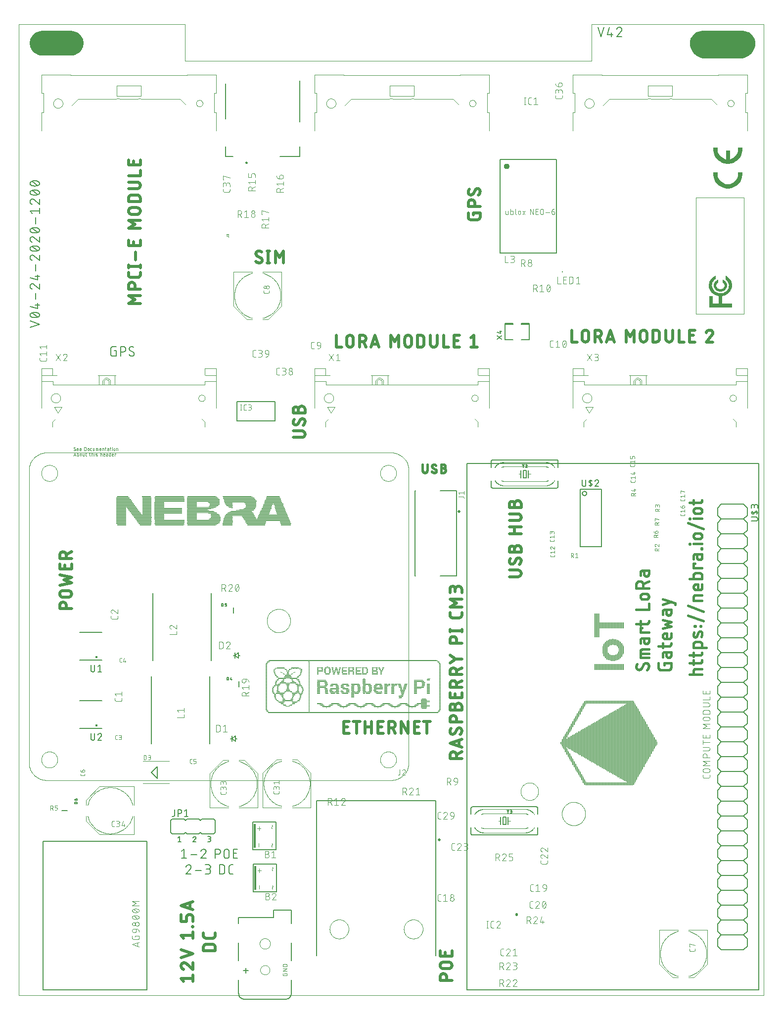
<source format=gto>
G04 EAGLE Gerber RS-274X export*
G75*
%MOIN*%
%FSLAX34Y34*%
%LPD*%
%INTop silk*%
%IPPOS*%
%AMOC8*
5,1,8,0,0,1.08239X$1,22.5*%
G01*
%ADD10C,0.000000*%
%ADD11C,0.015000*%
%ADD12C,0.006000*%
%ADD13C,0.020000*%
%ADD14C,0.008000*%
%ADD15R,0.003330X0.016700*%
%ADD16R,0.003340X0.026600*%
%ADD17R,0.003330X0.040000*%
%ADD18R,0.003330X0.050000*%
%ADD19R,0.003340X0.063300*%
%ADD20R,0.003330X0.073400*%
%ADD21R,0.003330X0.083300*%
%ADD22R,0.003340X0.096700*%
%ADD23R,0.003330X0.110000*%
%ADD24R,0.003330X0.120000*%
%ADD25R,0.003340X0.130000*%
%ADD26R,0.003330X0.143300*%
%ADD27R,0.003330X0.153400*%
%ADD28R,0.003340X0.166600*%
%ADD29R,0.003330X0.176700*%
%ADD30R,0.003330X0.190000*%
%ADD31R,0.003340X0.200000*%
%ADD32R,0.003330X0.213400*%
%ADD33R,0.003330X0.223300*%
%ADD34R,0.003340X0.236700*%
%ADD35R,0.003330X0.246600*%
%ADD36R,0.003330X0.256700*%
%ADD37R,0.003340X0.270000*%
%ADD38R,0.003330X0.280000*%
%ADD39R,0.003330X0.293400*%
%ADD40R,0.003340X0.303300*%
%ADD41R,0.003330X0.316700*%
%ADD42R,0.003330X0.326600*%
%ADD43R,0.003340X0.340000*%
%ADD44R,0.003330X0.350000*%
%ADD45R,0.003330X0.363300*%
%ADD46R,0.003340X0.373400*%
%ADD47R,0.003330X0.383300*%
%ADD48R,0.003330X0.396700*%
%ADD49R,0.003340X0.406600*%
%ADD50R,0.003330X0.420000*%
%ADD51R,0.003330X0.430000*%
%ADD52R,0.003340X0.443300*%
%ADD53R,0.003330X0.453400*%
%ADD54R,0.003330X0.466600*%
%ADD55R,0.003340X0.476700*%
%ADD56R,0.003330X0.490000*%
%ADD57R,0.003330X0.503300*%
%ADD58R,0.003340X0.513400*%
%ADD59R,0.003330X0.523300*%
%ADD60R,0.003330X0.536700*%
%ADD61R,0.003340X0.546600*%
%ADD62R,0.003330X0.556700*%
%ADD63R,0.003330X0.566600*%
%ADD64R,0.003340X0.566600*%
%ADD65R,0.003330X0.570000*%
%ADD66R,0.003340X0.570000*%
%ADD67R,0.003330X0.020000*%
%ADD68R,0.003330X0.546600*%
%ADD69R,0.003330X0.520000*%
%ADD70R,0.003340X0.020000*%
%ADD71R,0.003340X0.516700*%
%ADD72R,0.003330X0.513400*%
%ADD73R,0.003330X0.510000*%
%ADD74R,0.003340X0.506600*%
%ADD75R,0.003330X0.036700*%
%ADD76R,0.003330X0.500000*%
%ADD77R,0.003330X0.066700*%
%ADD78R,0.003340X0.493400*%
%ADD79R,0.003340X0.040000*%
%ADD80R,0.003340X0.083400*%
%ADD81R,0.003340X0.036700*%
%ADD82R,0.003330X0.090000*%
%ADD83R,0.003330X0.486600*%
%ADD84R,0.003330X0.096600*%
%ADD85R,0.003340X0.483300*%
%ADD86R,0.003340X0.103400*%
%ADD87R,0.003330X0.480000*%
%ADD88R,0.003330X0.476700*%
%ADD89R,0.003330X0.116600*%
%ADD90R,0.003340X0.470000*%
%ADD91R,0.003340X0.123400*%
%ADD92R,0.003330X0.123400*%
%ADD93R,0.003330X0.463300*%
%ADD94R,0.003330X0.053300*%
%ADD95R,0.003340X0.460000*%
%ADD96R,0.003340X0.046700*%
%ADD97R,0.003330X0.456700*%
%ADD98R,0.003330X0.046600*%
%ADD99R,0.003330X0.043300*%
%ADD100R,0.003340X0.450000*%
%ADD101R,0.003340X0.043400*%
%ADD102R,0.003330X0.443300*%
%ADD103R,0.003330X0.440000*%
%ADD104R,0.003340X0.436700*%
%ADD105R,0.003330X0.433400*%
%ADD106R,0.003340X0.426600*%
%ADD107R,0.003330X0.416700*%
%ADD108R,0.003340X0.413400*%
%ADD109R,0.003330X0.410000*%
%ADD110R,0.003330X0.406600*%
%ADD111R,0.003340X0.403300*%
%ADD112R,0.003330X0.400000*%
%ADD113R,0.003330X0.043400*%
%ADD114R,0.003340X0.390000*%
%ADD115R,0.003340X0.043300*%
%ADD116R,0.003330X0.386600*%
%ADD117R,0.003330X0.046700*%
%ADD118R,0.003340X0.380000*%
%ADD119R,0.003340X0.053300*%
%ADD120R,0.003330X0.376700*%
%ADD121R,0.003330X0.370000*%
%ADD122R,0.003340X0.366600*%
%ADD123R,0.003340X0.116600*%
%ADD124R,0.003330X0.360000*%
%ADD125R,0.003330X0.103400*%
%ADD126R,0.003340X0.356700*%
%ADD127R,0.003340X0.096600*%
%ADD128R,0.003330X0.353400*%
%ADD129R,0.003330X0.080000*%
%ADD130R,0.003340X0.343300*%
%ADD131R,0.003340X0.063400*%
%ADD132R,0.003330X0.340000*%
%ADD133R,0.003330X0.336700*%
%ADD134R,0.003340X0.333400*%
%ADD135R,0.003330X0.330000*%
%ADD136R,0.003340X0.323300*%
%ADD137R,0.003330X0.313400*%
%ADD138R,0.003330X0.163300*%
%ADD139R,0.003340X0.310000*%
%ADD140R,0.003340X0.163300*%
%ADD141R,0.003330X0.306600*%
%ADD142R,0.003330X0.303300*%
%ADD143R,0.003340X0.300000*%
%ADD144R,0.003330X0.296700*%
%ADD145R,0.003330X0.290000*%
%ADD146R,0.003340X0.286600*%
%ADD147R,0.003330X0.283300*%
%ADD148R,0.003340X0.276700*%
%ADD149R,0.003330X0.270000*%
%ADD150R,0.003330X0.266600*%
%ADD151R,0.003340X0.263300*%
%ADD152R,0.003330X0.260000*%
%ADD153R,0.003340X0.253400*%
%ADD154R,0.003330X0.250000*%
%ADD155R,0.003330X0.243300*%
%ADD156R,0.003340X0.240000*%
%ADD157R,0.003330X0.236700*%
%ADD158R,0.003330X0.233400*%
%ADD159R,0.003340X0.230000*%
%ADD160R,0.003330X0.226600*%
%ADD161R,0.003340X0.216700*%
%ADD162R,0.003330X0.026700*%
%ADD163R,0.003330X0.210000*%
%ADD164R,0.003330X0.026600*%
%ADD165R,0.003340X0.033400*%
%ADD166R,0.003340X0.206600*%
%ADD167R,0.003340X0.030000*%
%ADD168R,0.003330X0.036600*%
%ADD169R,0.003330X0.203300*%
%ADD170R,0.003330X0.200000*%
%ADD171R,0.003340X0.193400*%
%ADD172R,0.003330X0.186600*%
%ADD173R,0.003340X0.183300*%
%ADD174R,0.003330X0.180000*%
%ADD175R,0.003340X0.170000*%
%ADD176R,0.003330X0.166600*%
%ADD177R,0.003340X0.160000*%
%ADD178R,0.003330X0.156700*%
%ADD179R,0.003340X0.150000*%
%ADD180R,0.003330X0.140000*%
%ADD181R,0.003340X0.136700*%
%ADD182R,0.003330X0.133400*%
%ADD183R,0.003330X0.130000*%
%ADD184R,0.003340X0.126600*%
%ADD185R,0.003330X0.123300*%
%ADD186R,0.003330X0.116700*%
%ADD187R,0.003340X0.113400*%
%ADD188R,0.003330X0.106600*%
%ADD189R,0.003340X0.103300*%
%ADD190R,0.003330X0.096700*%
%ADD191R,0.003330X0.093400*%
%ADD192R,0.003340X0.090000*%
%ADD193R,0.003330X0.086600*%
%ADD194R,0.003340X0.080000*%
%ADD195R,0.003330X0.076700*%
%ADD196R,0.003340X0.066600*%
%ADD197R,0.003330X0.063300*%
%ADD198R,0.003330X0.060000*%
%ADD199R,0.003330X0.126600*%
%ADD200R,0.003340X0.070000*%
%ADD201R,0.003330X0.056700*%
%ADD202R,0.003330X0.023300*%
%ADD203R,0.003330X0.010000*%
%ADD204R,0.060000X0.003340*%
%ADD205R,0.070000X0.003340*%
%ADD206R,0.190000X0.003340*%
%ADD207R,0.170000X0.003340*%
%ADD208R,0.066700X0.003340*%
%ADD209R,0.113300X0.003340*%
%ADD210R,0.056600X0.003340*%
%ADD211R,0.060000X0.003330*%
%ADD212R,0.073400X0.003330*%
%ADD213R,0.190000X0.003330*%
%ADD214R,0.066700X0.003330*%
%ADD215R,0.120000X0.003330*%
%ADD216R,0.063400X0.003330*%
%ADD217R,0.063300X0.003330*%
%ADD218R,0.076700X0.003330*%
%ADD219R,0.196700X0.003330*%
%ADD220R,0.063300X0.003340*%
%ADD221R,0.080000X0.003340*%
%ADD222R,0.196700X0.003340*%
%ADD223R,0.206700X0.003340*%
%ADD224R,0.126700X0.003340*%
%ADD225R,0.086700X0.003330*%
%ADD226R,0.200000X0.003330*%
%ADD227R,0.210000X0.003330*%
%ADD228R,0.130000X0.003330*%
%ADD229R,0.073300X0.003330*%
%ADD230R,0.203300X0.003330*%
%ADD231R,0.216700X0.003330*%
%ADD232R,0.070000X0.003330*%
%ADD233R,0.090000X0.003340*%
%ADD234R,0.203300X0.003340*%
%ADD235R,0.220000X0.003340*%
%ADD236R,0.136600X0.003340*%
%ADD237R,0.093300X0.003330*%
%ADD238R,0.220000X0.003330*%
%ADD239R,0.140000X0.003330*%
%ADD240R,0.096700X0.003330*%
%ADD241R,0.223300X0.003330*%
%ADD242R,0.096700X0.003340*%
%ADD243R,0.223300X0.003340*%
%ADD244R,0.063400X0.003340*%
%ADD245R,0.146700X0.003340*%
%ADD246R,0.100000X0.003330*%
%ADD247R,0.226700X0.003330*%
%ADD248R,0.303300X0.003330*%
%ADD249R,0.103300X0.003330*%
%ADD250R,0.306600X0.003330*%
%ADD251R,0.106700X0.003340*%
%ADD252R,0.226700X0.003340*%
%ADD253R,0.306700X0.003340*%
%ADD254R,0.106700X0.003330*%
%ADD255R,0.080000X0.003330*%
%ADD256R,0.306700X0.003330*%
%ADD257R,0.110000X0.003330*%
%ADD258R,0.213400X0.003330*%
%ADD259R,0.056700X0.003340*%
%ADD260R,0.213400X0.003340*%
%ADD261R,0.116700X0.003330*%
%ADD262R,0.056700X0.003330*%
%ADD263R,0.086600X0.003330*%
%ADD264R,0.053400X0.003330*%
%ADD265R,0.090000X0.003330*%
%ADD266R,0.206600X0.003330*%
%ADD267R,0.120000X0.003340*%
%ADD268R,0.053400X0.003340*%
%ADD269R,0.086700X0.003340*%
%ADD270R,0.123300X0.003330*%
%ADD271R,0.126700X0.003330*%
%ADD272R,0.193300X0.003340*%
%ADD273R,0.193400X0.003340*%
%ADD274R,0.193300X0.003330*%
%ADD275R,0.193400X0.003330*%
%ADD276R,0.066600X0.003330*%
%ADD277R,0.056600X0.003330*%
%ADD278R,0.186700X0.003330*%
%ADD279R,0.183300X0.003340*%
%ADD280R,0.180000X0.003340*%
%ADD281R,0.066600X0.003340*%
%ADD282R,0.176700X0.003330*%
%ADD283R,0.166600X0.003330*%
%ADD284R,0.186700X0.003340*%
%ADD285R,0.160000X0.003340*%
%ADD286R,0.153300X0.003330*%
%ADD287R,0.163300X0.003340*%
%ADD288R,0.130000X0.003340*%
%ADD289R,0.150000X0.003330*%
%ADD290R,0.083400X0.003340*%
%ADD291R,0.163300X0.003330*%
%ADD292R,0.006700X0.003330*%
%ADD293R,0.016700X0.003340*%
%ADD294R,0.073300X0.003340*%
%ADD295R,0.023400X0.003330*%
%ADD296R,0.133400X0.003330*%
%ADD297R,0.053300X0.003330*%
%ADD298R,0.030000X0.003330*%
%ADD299R,0.053300X0.003340*%
%ADD300R,0.036700X0.003340*%
%ADD301R,0.040000X0.003330*%
%ADD302R,0.043400X0.003330*%
%ADD303R,0.123400X0.003340*%
%ADD304R,0.046700X0.003340*%
%ADD305R,0.046700X0.003330*%
%ADD306R,0.050000X0.003330*%
%ADD307R,0.116700X0.003340*%
%ADD308R,0.076700X0.003340*%
%ADD309R,0.126600X0.003340*%
%ADD310R,0.113400X0.003330*%
%ADD311R,0.110000X0.003340*%
%ADD312R,0.216700X0.003340*%
%ADD313R,0.103400X0.003330*%
%ADD314R,0.100000X0.003340*%
%ADD315R,0.216600X0.003340*%
%ADD316R,0.216600X0.003330*%
%ADD317R,0.106600X0.003330*%
%ADD318R,0.213300X0.003330*%
%ADD319R,0.093400X0.003340*%
%ADD320R,0.213300X0.003340*%
%ADD321R,0.206700X0.003330*%
%ADD322R,0.093400X0.003330*%
%ADD323R,0.083300X0.003340*%
%ADD324R,0.203400X0.003340*%
%ADD325R,0.173300X0.003340*%
%ADD326R,1.133300X0.003340*%
%ADD327R,1.146700X0.003330*%
%ADD328R,1.153300X0.003330*%
%ADD329R,0.006700X0.003340*%
%ADD330R,0.016600X0.003340*%
%ADD331R,0.013300X0.003330*%
%ADD332R,0.013400X0.003330*%
%ADD333R,0.010000X0.003340*%
%ADD334R,0.010000X0.003330*%
%ADD335R,0.006600X0.003330*%
%ADD336R,0.040000X0.003340*%
%ADD337R,0.036600X0.003340*%
%ADD338R,0.020000X0.003330*%
%ADD339R,0.026700X0.003330*%
%ADD340R,0.026600X0.003330*%
%ADD341R,0.016700X0.003330*%
%ADD342R,0.013300X0.003340*%
%ADD343R,0.036700X0.003330*%
%ADD344R,0.023300X0.003330*%
%ADD345R,0.026600X0.003340*%
%ADD346R,0.023400X0.003340*%
%ADD347R,0.023300X0.003340*%
%ADD348R,0.033400X0.003340*%
%ADD349R,0.033300X0.003340*%
%ADD350R,0.033400X0.003330*%
%ADD351R,0.046600X0.003330*%
%ADD352R,0.043300X0.003330*%
%ADD353R,0.016600X0.003330*%
%ADD354R,0.030000X0.003340*%
%ADD355R,0.026700X0.003340*%
%ADD356R,0.020000X0.003340*%
%ADD357R,0.013400X0.003340*%
%ADD358R,0.033300X0.003330*%
%ADD359R,0.036600X0.003330*%
%ADD360R,0.050000X0.003340*%
%ADD361R,0.043300X0.003340*%
%ADD362R,0.113300X0.003330*%
%ADD363R,0.133300X0.003330*%
%ADD364R,0.006600X0.003340*%
%ADD365R,0.003400X0.003340*%
%ADD366R,0.003300X0.003340*%
%ADD367R,1.153300X0.003340*%
%ADD368R,1.130000X0.003330*%
%ADD369C,0.002000*%
%ADD370C,0.004000*%
%ADD371C,0.005000*%
%ADD372C,0.007000*%
%ADD373C,0.017677*%
%ADD374C,0.007874*%
%ADD375C,0.003000*%
%ADD376C,0.005906*%
%ADD377C,0.019685*%
%ADD378R,0.011811X0.161417*%
%ADD379C,0.001000*%
%ADD380C,0.015748*%
%ADD381C,0.004724*%
%ADD382R,0.029528X0.061516*%
%ADD383C,0.009843*%
%ADD384C,0.000200*%
%ADD385R,0.009843X0.009843*%

G36*
X48626Y68569D02*
X48626Y68569D01*
X48627Y68569D01*
X48767Y68579D01*
X48770Y68580D01*
X48773Y68580D01*
X48910Y68610D01*
X48913Y68611D01*
X48915Y68611D01*
X49047Y68660D01*
X49049Y68662D01*
X49052Y68663D01*
X49175Y68730D01*
X49177Y68732D01*
X49180Y68733D01*
X49292Y68817D01*
X49294Y68819D01*
X49296Y68821D01*
X49396Y68920D01*
X49397Y68922D01*
X49399Y68924D01*
X49483Y69037D01*
X49485Y69039D01*
X49486Y69041D01*
X49554Y69165D01*
X49555Y69167D01*
X49556Y69170D01*
X49605Y69301D01*
X49606Y69304D01*
X49607Y69306D01*
X49637Y69444D01*
X49637Y69446D01*
X49637Y69449D01*
X49647Y69589D01*
X49647Y69592D01*
X49647Y69595D01*
X49638Y69718D01*
X49637Y69721D01*
X49637Y69724D01*
X49608Y69844D01*
X49607Y69847D01*
X49606Y69850D01*
X49559Y69964D01*
X49557Y69967D01*
X49556Y69970D01*
X49491Y70075D01*
X49489Y70077D01*
X49488Y70080D01*
X49408Y70174D01*
X49405Y70176D01*
X49403Y70178D01*
X49309Y70258D01*
X49307Y70260D01*
X49304Y70262D01*
X49199Y70326D01*
X49196Y70328D01*
X49194Y70329D01*
X49080Y70377D01*
X49077Y70377D01*
X49074Y70378D01*
X48954Y70407D01*
X48951Y70408D01*
X48948Y70408D01*
X48824Y70418D01*
X48823Y70418D01*
X48821Y70418D01*
X46066Y70418D01*
X46064Y70418D01*
X46062Y70418D01*
X45939Y70408D01*
X45936Y70408D01*
X45933Y70407D01*
X45813Y70378D01*
X45810Y70377D01*
X45807Y70377D01*
X45693Y70329D01*
X45691Y70328D01*
X45688Y70326D01*
X45583Y70262D01*
X45580Y70260D01*
X45578Y70258D01*
X45484Y70178D01*
X45482Y70176D01*
X45479Y70174D01*
X45399Y70080D01*
X45398Y70077D01*
X45396Y70075D01*
X45331Y69970D01*
X45330Y69967D01*
X45328Y69964D01*
X45281Y69850D01*
X45280Y69847D01*
X45279Y69844D01*
X45250Y69724D01*
X45250Y69721D01*
X45249Y69718D01*
X45240Y69595D01*
X45240Y69592D01*
X45240Y69589D01*
X45250Y69449D01*
X45250Y69446D01*
X45250Y69444D01*
X45280Y69306D01*
X45281Y69304D01*
X45282Y69301D01*
X45331Y69170D01*
X45332Y69167D01*
X45333Y69165D01*
X45400Y69041D01*
X45402Y69039D01*
X45403Y69037D01*
X45488Y68924D01*
X45490Y68922D01*
X45491Y68920D01*
X45591Y68821D01*
X45593Y68819D01*
X45595Y68817D01*
X45707Y68733D01*
X45709Y68732D01*
X45712Y68730D01*
X45835Y68663D01*
X45838Y68662D01*
X45840Y68660D01*
X45972Y68611D01*
X45974Y68611D01*
X45977Y68610D01*
X46114Y68580D01*
X46117Y68580D01*
X46120Y68579D01*
X46260Y68569D01*
X46261Y68569D01*
X46262Y68569D01*
X48625Y68569D01*
X48626Y68569D01*
G37*
G36*
X3547Y68766D02*
X3547Y68766D01*
X3549Y68766D01*
X3672Y68776D01*
X3675Y68776D01*
X3678Y68777D01*
X3798Y68806D01*
X3799Y68806D01*
X3800Y68806D01*
X3802Y68807D01*
X3804Y68807D01*
X3918Y68855D01*
X3921Y68856D01*
X3923Y68857D01*
X4029Y68922D01*
X4031Y68924D01*
X4034Y68926D01*
X4128Y69006D01*
X4130Y69008D01*
X4132Y69010D01*
X4212Y69104D01*
X4214Y69107D01*
X4216Y69109D01*
X4280Y69214D01*
X4282Y69217D01*
X4283Y69220D01*
X4330Y69334D01*
X4331Y69337D01*
X4332Y69340D01*
X4361Y69460D01*
X4361Y69463D01*
X4362Y69466D01*
X4372Y69589D01*
X4372Y69592D01*
X4372Y69595D01*
X4362Y69718D01*
X4361Y69721D01*
X4361Y69724D01*
X4332Y69844D01*
X4331Y69847D01*
X4330Y69850D01*
X4283Y69964D01*
X4282Y69967D01*
X4280Y69970D01*
X4216Y70075D01*
X4214Y70077D01*
X4212Y70080D01*
X4132Y70174D01*
X4130Y70176D01*
X4128Y70178D01*
X4034Y70258D01*
X4031Y70260D01*
X4029Y70262D01*
X3923Y70326D01*
X3921Y70328D01*
X3918Y70329D01*
X3804Y70377D01*
X3801Y70377D01*
X3798Y70378D01*
X3678Y70407D01*
X3675Y70408D01*
X3672Y70408D01*
X3549Y70418D01*
X3547Y70418D01*
X3546Y70418D01*
X1577Y70418D01*
X1576Y70418D01*
X1574Y70418D01*
X1451Y70408D01*
X1448Y70408D01*
X1445Y70407D01*
X1325Y70378D01*
X1322Y70377D01*
X1319Y70377D01*
X1205Y70329D01*
X1202Y70328D01*
X1200Y70326D01*
X1094Y70262D01*
X1092Y70260D01*
X1089Y70258D01*
X995Y70178D01*
X993Y70176D01*
X991Y70174D01*
X911Y70080D01*
X909Y70077D01*
X907Y70075D01*
X843Y69970D01*
X842Y69967D01*
X840Y69964D01*
X793Y69850D01*
X792Y69847D01*
X791Y69844D01*
X762Y69724D01*
X762Y69721D01*
X761Y69718D01*
X751Y69595D01*
X752Y69592D01*
X751Y69589D01*
X761Y69466D01*
X762Y69463D01*
X762Y69460D01*
X791Y69340D01*
X792Y69337D01*
X793Y69334D01*
X840Y69220D01*
X842Y69217D01*
X843Y69214D01*
X907Y69109D01*
X909Y69107D01*
X911Y69104D01*
X991Y69010D01*
X993Y69008D01*
X995Y69006D01*
X1089Y68926D01*
X1092Y68924D01*
X1094Y68922D01*
X1200Y68857D01*
X1202Y68856D01*
X1205Y68855D01*
X1319Y68807D01*
X1321Y68807D01*
X1323Y68806D01*
X1324Y68806D01*
X1325Y68806D01*
X1445Y68777D01*
X1448Y68776D01*
X1451Y68776D01*
X1574Y68766D01*
X1576Y68766D01*
X1577Y68766D01*
X3546Y68766D01*
X3547Y68766D01*
G37*
G36*
X48074Y51812D02*
X48074Y51812D01*
X48075Y51812D01*
X48078Y51813D01*
X48080Y51814D01*
X48081Y51814D01*
X48082Y51815D01*
X48084Y51817D01*
X48086Y51818D01*
X48086Y51819D01*
X48087Y51820D01*
X48088Y51822D01*
X48089Y51824D01*
X48089Y51827D01*
X48090Y51829D01*
X48090Y52041D01*
X48089Y52042D01*
X48090Y52043D01*
X48089Y52045D01*
X48088Y52048D01*
X48087Y52049D01*
X48087Y52050D01*
X48085Y52052D01*
X48084Y52054D01*
X48083Y52054D01*
X48082Y52055D01*
X48080Y52056D01*
X48077Y52057D01*
X48074Y52057D01*
X48073Y52058D01*
X47396Y52058D01*
X47396Y52562D01*
X47396Y52563D01*
X47396Y52564D01*
X47418Y52564D01*
X47420Y52565D01*
X47421Y52565D01*
X47535Y52587D01*
X47537Y52588D01*
X47538Y52588D01*
X47647Y52628D01*
X47648Y52629D01*
X47649Y52629D01*
X47751Y52686D01*
X47752Y52687D01*
X47753Y52688D01*
X47845Y52760D01*
X47846Y52761D01*
X47846Y52762D01*
X47925Y52848D01*
X47926Y52849D01*
X47927Y52850D01*
X47991Y52947D01*
X47992Y52948D01*
X47993Y52949D01*
X48041Y53055D01*
X48041Y53057D01*
X48042Y53058D01*
X48072Y53166D01*
X48073Y53170D01*
X48073Y53172D01*
X48073Y53173D01*
X48086Y53288D01*
X48086Y53291D01*
X48086Y53292D01*
X48073Y53403D01*
X48073Y53404D01*
X48073Y53405D01*
X48043Y53513D01*
X48043Y53514D01*
X48042Y53515D01*
X47997Y53616D01*
X47996Y53618D01*
X47996Y53619D01*
X47935Y53712D01*
X47934Y53713D01*
X47934Y53714D01*
X47860Y53797D01*
X47858Y53798D01*
X47858Y53799D01*
X47772Y53870D01*
X47771Y53870D01*
X47770Y53871D01*
X47674Y53928D01*
X47672Y53928D01*
X47670Y53929D01*
X47669Y53930D01*
X47667Y53930D01*
X47665Y53930D01*
X47663Y53930D01*
X47661Y53929D01*
X47660Y53929D01*
X47658Y53928D01*
X47656Y53927D01*
X47655Y53926D01*
X47654Y53925D01*
X47652Y53924D01*
X47651Y53922D01*
X47651Y53921D01*
X47650Y53919D01*
X47649Y53915D01*
X47648Y53913D01*
X47648Y53717D01*
X47649Y53715D01*
X47649Y53713D01*
X47650Y53712D01*
X47650Y53710D01*
X47653Y53706D01*
X47654Y53705D01*
X47724Y53638D01*
X47782Y53561D01*
X47826Y53476D01*
X47855Y53384D01*
X47868Y53290D01*
X47857Y53194D01*
X47830Y53100D01*
X47786Y53013D01*
X47727Y52935D01*
X47656Y52868D01*
X47574Y52816D01*
X47483Y52778D01*
X47388Y52758D01*
X47290Y52755D01*
X47194Y52762D01*
X47102Y52784D01*
X47015Y52823D01*
X46935Y52875D01*
X46866Y52941D01*
X46809Y53017D01*
X46766Y53102D01*
X46738Y53193D01*
X46727Y53287D01*
X46734Y53368D01*
X46755Y53448D01*
X46788Y53523D01*
X46833Y53592D01*
X46889Y53652D01*
X46955Y53704D01*
X46957Y53706D01*
X46959Y53708D01*
X46959Y53709D01*
X46960Y53709D01*
X46962Y53716D01*
X46961Y53717D01*
X46962Y53717D01*
X46962Y53917D01*
X46960Y53924D01*
X46956Y53930D01*
X46949Y53933D01*
X46942Y53934D01*
X46935Y53931D01*
X46930Y53926D01*
X46930Y53924D01*
X46837Y53874D01*
X46835Y53873D01*
X46834Y53873D01*
X46744Y53803D01*
X46743Y53802D01*
X46742Y53802D01*
X46664Y53719D01*
X46664Y53717D01*
X46663Y53716D01*
X46600Y53622D01*
X46599Y53620D01*
X46598Y53620D01*
X46551Y53516D01*
X46551Y53515D01*
X46551Y53514D01*
X46550Y53514D01*
X46532Y53447D01*
X46521Y53404D01*
X46521Y53402D01*
X46520Y53401D01*
X46509Y53288D01*
X46509Y53286D01*
X46509Y53284D01*
X46522Y53168D01*
X46522Y53167D01*
X46522Y53165D01*
X46553Y53053D01*
X46554Y53051D01*
X46554Y53050D01*
X46603Y52944D01*
X46604Y52942D01*
X46605Y52941D01*
X46662Y52856D01*
X46670Y52844D01*
X46671Y52843D01*
X46671Y52842D01*
X46751Y52756D01*
X46752Y52756D01*
X46753Y52755D01*
X46846Y52683D01*
X46847Y52682D01*
X46848Y52682D01*
X46848Y52681D01*
X46951Y52625D01*
X46952Y52625D01*
X46953Y52624D01*
X47063Y52585D01*
X47065Y52585D01*
X47066Y52584D01*
X47181Y52563D01*
X47183Y52563D01*
X47184Y52563D01*
X47194Y52563D01*
X47194Y52562D01*
X47194Y52062D01*
X46777Y52062D01*
X46777Y52538D01*
X46777Y52539D01*
X46777Y52541D01*
X46776Y52543D01*
X46776Y52545D01*
X46775Y52546D01*
X46775Y52548D01*
X46773Y52549D01*
X46772Y52551D01*
X46770Y52552D01*
X46769Y52553D01*
X46768Y52553D01*
X46765Y52554D01*
X46762Y52555D01*
X46761Y52555D01*
X46557Y52555D01*
X46556Y52555D01*
X46554Y52555D01*
X46552Y52554D01*
X46550Y52554D01*
X46549Y52553D01*
X46547Y52552D01*
X46546Y52551D01*
X46544Y52549D01*
X46543Y52548D01*
X46542Y52547D01*
X46542Y52545D01*
X46540Y52543D01*
X46540Y52540D01*
X46540Y52538D01*
X46540Y51829D01*
X46540Y51828D01*
X46540Y51826D01*
X46541Y51824D01*
X46541Y51822D01*
X46542Y51821D01*
X46543Y51820D01*
X46544Y51818D01*
X46546Y51816D01*
X46547Y51816D01*
X46548Y51815D01*
X46550Y51814D01*
X46552Y51813D01*
X46555Y51813D01*
X46557Y51812D01*
X48073Y51812D01*
X48074Y51812D01*
G37*
G36*
X47874Y61475D02*
X47874Y61475D01*
X47876Y61475D01*
X48026Y61498D01*
X48027Y61499D01*
X48029Y61499D01*
X48173Y61546D01*
X48174Y61547D01*
X48176Y61547D01*
X48312Y61616D01*
X48312Y61617D01*
X48314Y61618D01*
X48437Y61707D01*
X48438Y61707D01*
X48440Y61709D01*
X48547Y61816D01*
X48548Y61817D01*
X48549Y61818D01*
X48639Y61941D01*
X48640Y61942D01*
X48641Y61944D01*
X48710Y62079D01*
X48710Y62080D01*
X48711Y62082D01*
X48759Y62226D01*
X48759Y62227D01*
X48760Y62229D01*
X48784Y62379D01*
X48784Y62380D01*
X48784Y62382D01*
X48785Y62534D01*
X48785Y62535D01*
X48784Y62538D01*
X48783Y62542D01*
X48783Y62543D01*
X48781Y62545D01*
X48779Y62548D01*
X48778Y62548D01*
X48778Y62549D01*
X48775Y62550D01*
X48772Y62552D01*
X48771Y62552D01*
X48766Y62553D01*
X48500Y62553D01*
X48499Y62553D01*
X48496Y62552D01*
X48493Y62551D01*
X48492Y62551D01*
X48491Y62551D01*
X48489Y62549D01*
X48486Y62547D01*
X48486Y62546D01*
X48485Y62546D01*
X48484Y62543D01*
X48482Y62541D01*
X48482Y62540D01*
X48482Y62539D01*
X48481Y62534D01*
X48485Y62416D01*
X48468Y62301D01*
X48433Y62191D01*
X48380Y62088D01*
X48310Y61996D01*
X48226Y61916D01*
X48130Y61852D01*
X48024Y61804D01*
X47912Y61775D01*
X47797Y61766D01*
X47681Y61775D01*
X47569Y61804D01*
X47463Y61852D01*
X47367Y61916D01*
X47283Y61996D01*
X47213Y62088D01*
X47160Y62191D01*
X47125Y62301D01*
X47108Y62416D01*
X47112Y62534D01*
X47112Y62535D01*
X47111Y62538D01*
X47110Y62541D01*
X47110Y62542D01*
X47110Y62543D01*
X47108Y62545D01*
X47106Y62548D01*
X47105Y62548D01*
X47105Y62549D01*
X47102Y62550D01*
X47100Y62552D01*
X47099Y62552D01*
X47098Y62552D01*
X47093Y62553D01*
X46827Y62553D01*
X46826Y62553D01*
X46823Y62552D01*
X46819Y62551D01*
X46818Y62551D01*
X46816Y62549D01*
X46813Y62547D01*
X46812Y62546D01*
X46811Y62543D01*
X46809Y62541D01*
X46809Y62540D01*
X46809Y62539D01*
X46808Y62534D01*
X46809Y62382D01*
X46809Y62381D01*
X46809Y62379D01*
X46833Y62229D01*
X46834Y62228D01*
X46834Y62226D01*
X46882Y62082D01*
X46882Y62081D01*
X46883Y62079D01*
X46952Y61944D01*
X46953Y61943D01*
X46954Y61941D01*
X47044Y61818D01*
X47046Y61816D01*
X47153Y61709D01*
X47154Y61708D01*
X47156Y61707D01*
X47279Y61618D01*
X47280Y61617D01*
X47281Y61616D01*
X47417Y61547D01*
X47418Y61547D01*
X47420Y61546D01*
X47564Y61499D01*
X47565Y61499D01*
X47567Y61498D01*
X47718Y61475D01*
X47720Y61475D01*
X47873Y61475D01*
X47874Y61475D01*
G37*
G36*
X47874Y59811D02*
X47874Y59811D01*
X47876Y59811D01*
X48026Y59835D01*
X48027Y59835D01*
X48029Y59836D01*
X48173Y59883D01*
X48174Y59883D01*
X48176Y59884D01*
X48312Y59953D01*
X48314Y59954D01*
X48437Y60043D01*
X48438Y60044D01*
X48440Y60045D01*
X48547Y60153D01*
X48548Y60153D01*
X48549Y60155D01*
X48639Y60278D01*
X48640Y60279D01*
X48641Y60280D01*
X48710Y60415D01*
X48710Y60416D01*
X48711Y60418D01*
X48759Y60563D01*
X48759Y60564D01*
X48760Y60565D01*
X48784Y60716D01*
X48784Y60717D01*
X48784Y60719D01*
X48785Y60871D01*
X48785Y60872D01*
X48784Y60875D01*
X48783Y60878D01*
X48783Y60879D01*
X48781Y60882D01*
X48779Y60884D01*
X48778Y60885D01*
X48775Y60887D01*
X48772Y60889D01*
X48771Y60889D01*
X48766Y60890D01*
X48500Y60890D01*
X48499Y60889D01*
X48499Y60890D01*
X48496Y60889D01*
X48493Y60888D01*
X48492Y60888D01*
X48491Y60887D01*
X48489Y60885D01*
X48486Y60884D01*
X48486Y60883D01*
X48485Y60882D01*
X48484Y60880D01*
X48482Y60877D01*
X48482Y60876D01*
X48482Y60875D01*
X48481Y60870D01*
X48485Y60753D01*
X48468Y60638D01*
X48433Y60528D01*
X48380Y60425D01*
X48310Y60332D01*
X48226Y60253D01*
X48130Y60188D01*
X48024Y60141D01*
X47912Y60112D01*
X47797Y60102D01*
X47681Y60112D01*
X47569Y60141D01*
X47463Y60188D01*
X47367Y60253D01*
X47283Y60332D01*
X47213Y60425D01*
X47160Y60528D01*
X47125Y60638D01*
X47108Y60753D01*
X47112Y60870D01*
X47112Y60871D01*
X47112Y60872D01*
X47111Y60875D01*
X47110Y60878D01*
X47110Y60879D01*
X47108Y60882D01*
X47106Y60884D01*
X47105Y60885D01*
X47102Y60887D01*
X47100Y60888D01*
X47099Y60889D01*
X47098Y60889D01*
X47093Y60890D01*
X46827Y60890D01*
X46826Y60890D01*
X46823Y60889D01*
X46819Y60888D01*
X46818Y60888D01*
X46816Y60886D01*
X46813Y60884D01*
X46813Y60883D01*
X46812Y60883D01*
X46811Y60880D01*
X46809Y60877D01*
X46809Y60876D01*
X46808Y60871D01*
X46809Y60719D01*
X46809Y60718D01*
X46809Y60716D01*
X46833Y60565D01*
X46834Y60565D01*
X46834Y60563D01*
X46882Y60418D01*
X46882Y60417D01*
X46883Y60415D01*
X46952Y60280D01*
X46953Y60279D01*
X46954Y60278D01*
X47044Y60155D01*
X47044Y60154D01*
X47046Y60153D01*
X47153Y60045D01*
X47154Y60045D01*
X47156Y60043D01*
X47279Y59954D01*
X47280Y59954D01*
X47281Y59953D01*
X47417Y59884D01*
X47418Y59884D01*
X47420Y59883D01*
X47564Y59836D01*
X47565Y59836D01*
X47567Y59835D01*
X47718Y59811D01*
X47720Y59811D01*
X47873Y59811D01*
X47874Y59811D01*
G37*
G36*
X47379Y52876D02*
X47379Y52876D01*
X47381Y52876D01*
X47382Y52876D01*
X47460Y52898D01*
X47462Y52898D01*
X47463Y52899D01*
X47535Y52934D01*
X47537Y52935D01*
X47538Y52936D01*
X47602Y52985D01*
X47604Y52986D01*
X47605Y52987D01*
X47659Y53047D01*
X47660Y53048D01*
X47661Y53049D01*
X47702Y53118D01*
X47703Y53120D01*
X47703Y53121D01*
X47731Y53197D01*
X47731Y53199D01*
X47732Y53200D01*
X47745Y53280D01*
X47745Y53283D01*
X47745Y53284D01*
X47738Y53352D01*
X47737Y53354D01*
X47737Y53355D01*
X47719Y53421D01*
X47718Y53423D01*
X47718Y53424D01*
X47688Y53486D01*
X47687Y53487D01*
X47686Y53488D01*
X47647Y53544D01*
X47645Y53545D01*
X47645Y53546D01*
X47596Y53594D01*
X47594Y53595D01*
X47594Y53596D01*
X47537Y53636D01*
X47536Y53636D01*
X47535Y53637D01*
X47473Y53666D01*
X47471Y53666D01*
X47470Y53667D01*
X47468Y53667D01*
X47466Y53668D01*
X47464Y53667D01*
X47463Y53667D01*
X47461Y53667D01*
X47459Y53666D01*
X47458Y53665D01*
X47456Y53665D01*
X47455Y53663D01*
X47453Y53662D01*
X47452Y53661D01*
X47451Y53660D01*
X47451Y53658D01*
X47449Y53655D01*
X47449Y53652D01*
X47449Y53651D01*
X47449Y53498D01*
X47449Y53495D01*
X47450Y53492D01*
X47450Y53491D01*
X47452Y53489D01*
X47452Y53488D01*
X47453Y53487D01*
X47455Y53485D01*
X47493Y53453D01*
X47524Y53416D01*
X47548Y53374D01*
X47563Y53329D01*
X47570Y53282D01*
X47563Y53232D01*
X47545Y53184D01*
X47519Y53140D01*
X47484Y53102D01*
X47442Y53072D01*
X47396Y53050D01*
X47346Y53039D01*
X47293Y53037D01*
X47241Y53039D01*
X47192Y53051D01*
X47146Y53073D01*
X47105Y53103D01*
X47070Y53141D01*
X47044Y53184D01*
X47027Y53233D01*
X47020Y53283D01*
X47026Y53329D01*
X47041Y53374D01*
X47065Y53415D01*
X47096Y53451D01*
X47135Y53480D01*
X47137Y53483D01*
X47139Y53485D01*
X47140Y53486D01*
X47142Y53493D01*
X47142Y53494D01*
X47142Y53651D01*
X47142Y53652D01*
X47142Y53653D01*
X47141Y53653D01*
X47141Y53654D01*
X47141Y53656D01*
X47140Y53658D01*
X47139Y53659D01*
X47139Y53661D01*
X47137Y53662D01*
X47136Y53664D01*
X47134Y53664D01*
X47133Y53665D01*
X47131Y53666D01*
X47129Y53667D01*
X47128Y53667D01*
X47126Y53668D01*
X47125Y53667D01*
X47122Y53667D01*
X47119Y53666D01*
X47117Y53666D01*
X47046Y53630D01*
X47044Y53629D01*
X47043Y53628D01*
X46980Y53579D01*
X46979Y53578D01*
X46978Y53577D01*
X46926Y53517D01*
X46925Y53515D01*
X46924Y53514D01*
X46884Y53445D01*
X46883Y53443D01*
X46883Y53442D01*
X46857Y53367D01*
X46857Y53366D01*
X46857Y53365D01*
X46856Y53364D01*
X46846Y53285D01*
X46846Y53281D01*
X46846Y53279D01*
X46860Y53200D01*
X46860Y53198D01*
X46861Y53197D01*
X46889Y53121D01*
X46890Y53120D01*
X46891Y53118D01*
X46933Y53050D01*
X46934Y53048D01*
X46935Y53047D01*
X46989Y52987D01*
X46991Y52986D01*
X46992Y52985D01*
X47056Y52937D01*
X47058Y52936D01*
X47059Y52935D01*
X47131Y52899D01*
X47133Y52899D01*
X47134Y52898D01*
X47212Y52877D01*
X47214Y52877D01*
X47215Y52876D01*
X47296Y52870D01*
X47297Y52870D01*
X47298Y52870D01*
X47379Y52876D01*
G37*
D10*
X0Y5512D02*
X50197Y5512D01*
X50197Y70866D01*
X38600Y70866D01*
X11200Y70866D02*
X0Y70866D01*
X0Y5512D01*
D11*
X27224Y40828D02*
X27224Y41225D01*
X27224Y40828D02*
X27226Y40804D01*
X27231Y40781D01*
X27241Y40759D01*
X27253Y40738D01*
X27269Y40720D01*
X27287Y40704D01*
X27308Y40692D01*
X27330Y40682D01*
X27353Y40677D01*
X27377Y40675D01*
X27401Y40677D01*
X27424Y40682D01*
X27446Y40692D01*
X27467Y40704D01*
X27485Y40720D01*
X27501Y40738D01*
X27513Y40759D01*
X27523Y40781D01*
X27528Y40804D01*
X27530Y40828D01*
X27529Y40828D02*
X27529Y41225D01*
X28023Y40675D02*
X28044Y40677D01*
X28065Y40682D01*
X28084Y40691D01*
X28101Y40704D01*
X28116Y40719D01*
X28129Y40736D01*
X28138Y40755D01*
X28143Y40776D01*
X28145Y40797D01*
X28023Y40675D02*
X27994Y40677D01*
X27965Y40682D01*
X27937Y40690D01*
X27911Y40701D01*
X27885Y40715D01*
X27861Y40732D01*
X27840Y40751D01*
X27855Y41103D02*
X27857Y41124D01*
X27862Y41145D01*
X27871Y41164D01*
X27884Y41181D01*
X27899Y41196D01*
X27916Y41209D01*
X27935Y41218D01*
X27956Y41223D01*
X27977Y41225D01*
X28006Y41223D01*
X28035Y41217D01*
X28063Y41208D01*
X28090Y41195D01*
X28114Y41179D01*
X27855Y41103D02*
X27857Y41082D01*
X27862Y41061D01*
X27871Y41041D01*
X27884Y41024D01*
X27899Y41009D01*
X27916Y40996D01*
X28084Y40904D02*
X28101Y40891D01*
X28116Y40876D01*
X28129Y40859D01*
X28138Y40839D01*
X28143Y40818D01*
X28145Y40797D01*
X28084Y40904D02*
X27916Y40996D01*
X28471Y40981D02*
X28623Y40981D01*
X28647Y40979D01*
X28670Y40974D01*
X28692Y40964D01*
X28713Y40952D01*
X28731Y40936D01*
X28747Y40918D01*
X28759Y40897D01*
X28769Y40875D01*
X28774Y40852D01*
X28776Y40828D01*
X28774Y40804D01*
X28769Y40781D01*
X28759Y40759D01*
X28747Y40738D01*
X28731Y40720D01*
X28713Y40704D01*
X28692Y40692D01*
X28670Y40682D01*
X28647Y40677D01*
X28623Y40675D01*
X28471Y40675D01*
X28471Y41225D01*
X28623Y41225D01*
X28644Y41223D01*
X28665Y41218D01*
X28684Y41209D01*
X28701Y41196D01*
X28716Y41181D01*
X28729Y41164D01*
X28738Y41145D01*
X28743Y41124D01*
X28745Y41103D01*
X28743Y41082D01*
X28738Y41061D01*
X28729Y41042D01*
X28716Y41025D01*
X28701Y41010D01*
X28684Y40997D01*
X28665Y40988D01*
X28644Y40983D01*
X28623Y40981D01*
D12*
X6562Y48886D02*
X6456Y48886D01*
X6562Y48886D02*
X6562Y48530D01*
X6349Y48530D01*
X6327Y48532D01*
X6305Y48537D01*
X6285Y48545D01*
X6266Y48557D01*
X6249Y48572D01*
X6234Y48589D01*
X6222Y48608D01*
X6214Y48628D01*
X6209Y48650D01*
X6207Y48672D01*
X6207Y49028D01*
X6209Y49050D01*
X6214Y49072D01*
X6222Y49092D01*
X6234Y49111D01*
X6249Y49128D01*
X6266Y49143D01*
X6285Y49155D01*
X6305Y49163D01*
X6327Y49168D01*
X6349Y49170D01*
X6562Y49170D01*
X6872Y49170D02*
X6872Y48530D01*
X6872Y49170D02*
X7049Y49170D01*
X7074Y49168D01*
X7099Y49163D01*
X7123Y49154D01*
X7145Y49142D01*
X7166Y49127D01*
X7184Y49109D01*
X7199Y49088D01*
X7211Y49066D01*
X7220Y49042D01*
X7225Y49017D01*
X7227Y48992D01*
X7225Y48967D01*
X7220Y48942D01*
X7211Y48918D01*
X7199Y48896D01*
X7184Y48875D01*
X7166Y48857D01*
X7145Y48842D01*
X7123Y48830D01*
X7099Y48821D01*
X7074Y48816D01*
X7049Y48814D01*
X6872Y48814D01*
X7651Y48530D02*
X7673Y48532D01*
X7695Y48537D01*
X7715Y48545D01*
X7734Y48557D01*
X7751Y48572D01*
X7766Y48589D01*
X7778Y48608D01*
X7786Y48628D01*
X7791Y48650D01*
X7793Y48672D01*
X7651Y48530D02*
X7617Y48532D01*
X7584Y48538D01*
X7551Y48547D01*
X7520Y48560D01*
X7491Y48576D01*
X7463Y48596D01*
X7438Y48619D01*
X7456Y49028D02*
X7458Y49050D01*
X7463Y49072D01*
X7471Y49092D01*
X7483Y49111D01*
X7498Y49128D01*
X7515Y49143D01*
X7534Y49155D01*
X7554Y49163D01*
X7576Y49168D01*
X7598Y49170D01*
X7627Y49168D01*
X7655Y49164D01*
X7682Y49156D01*
X7709Y49146D01*
X7734Y49133D01*
X7758Y49117D01*
X7456Y49028D02*
X7458Y49007D01*
X7462Y48986D01*
X7470Y48966D01*
X7481Y48947D01*
X7494Y48931D01*
X7509Y48916D01*
X7527Y48904D01*
X7722Y48796D02*
X7740Y48784D01*
X7755Y48769D01*
X7768Y48753D01*
X7779Y48734D01*
X7787Y48714D01*
X7791Y48693D01*
X7793Y48672D01*
X7722Y48797D02*
X7527Y48903D01*
D13*
X29067Y21439D02*
X29867Y21439D01*
X29067Y21439D02*
X29067Y21661D01*
X29069Y21690D01*
X29075Y21718D01*
X29084Y21746D01*
X29097Y21772D01*
X29113Y21796D01*
X29132Y21818D01*
X29154Y21837D01*
X29178Y21853D01*
X29204Y21866D01*
X29232Y21875D01*
X29260Y21881D01*
X29289Y21883D01*
X29318Y21881D01*
X29346Y21875D01*
X29374Y21866D01*
X29400Y21853D01*
X29424Y21837D01*
X29446Y21818D01*
X29465Y21796D01*
X29481Y21772D01*
X29494Y21746D01*
X29503Y21718D01*
X29509Y21690D01*
X29511Y21661D01*
X29511Y21439D01*
X29511Y21706D02*
X29867Y21884D01*
X29867Y22210D02*
X29067Y22476D01*
X29867Y22743D01*
X29667Y22676D02*
X29667Y22276D01*
X29867Y23315D02*
X29865Y23340D01*
X29860Y23365D01*
X29851Y23389D01*
X29839Y23411D01*
X29824Y23432D01*
X29806Y23450D01*
X29785Y23465D01*
X29763Y23477D01*
X29739Y23486D01*
X29714Y23491D01*
X29689Y23493D01*
X29867Y23315D02*
X29865Y23278D01*
X29860Y23241D01*
X29851Y23205D01*
X29838Y23170D01*
X29822Y23137D01*
X29803Y23105D01*
X29781Y23075D01*
X29756Y23048D01*
X29245Y23071D02*
X29220Y23073D01*
X29195Y23078D01*
X29171Y23087D01*
X29149Y23099D01*
X29128Y23114D01*
X29110Y23132D01*
X29095Y23153D01*
X29083Y23175D01*
X29074Y23199D01*
X29069Y23224D01*
X29067Y23249D01*
X29069Y23285D01*
X29075Y23320D01*
X29084Y23354D01*
X29097Y23388D01*
X29114Y23419D01*
X29134Y23449D01*
X29245Y23071D02*
X29268Y23073D01*
X29291Y23077D01*
X29314Y23085D01*
X29335Y23095D01*
X29354Y23108D01*
X29372Y23123D01*
X29388Y23141D01*
X29401Y23160D01*
X29533Y23405D02*
X29546Y23424D01*
X29562Y23442D01*
X29580Y23457D01*
X29599Y23470D01*
X29620Y23480D01*
X29643Y23488D01*
X29666Y23492D01*
X29689Y23494D01*
X29533Y23404D02*
X29400Y23160D01*
X29067Y23887D02*
X29867Y23887D01*
X29067Y23887D02*
X29067Y24109D01*
X29069Y24138D01*
X29075Y24166D01*
X29084Y24194D01*
X29097Y24220D01*
X29113Y24244D01*
X29132Y24266D01*
X29154Y24285D01*
X29178Y24301D01*
X29204Y24314D01*
X29232Y24323D01*
X29260Y24329D01*
X29289Y24331D01*
X29318Y24329D01*
X29346Y24323D01*
X29374Y24314D01*
X29400Y24301D01*
X29424Y24285D01*
X29446Y24266D01*
X29465Y24244D01*
X29481Y24220D01*
X29494Y24194D01*
X29503Y24166D01*
X29509Y24138D01*
X29511Y24109D01*
X29511Y23887D01*
X29422Y24709D02*
X29422Y24931D01*
X29423Y24931D02*
X29425Y24960D01*
X29431Y24988D01*
X29440Y25016D01*
X29453Y25042D01*
X29469Y25066D01*
X29488Y25088D01*
X29510Y25107D01*
X29534Y25123D01*
X29560Y25136D01*
X29588Y25145D01*
X29616Y25151D01*
X29645Y25153D01*
X29674Y25151D01*
X29702Y25145D01*
X29730Y25136D01*
X29756Y25123D01*
X29780Y25107D01*
X29802Y25088D01*
X29821Y25066D01*
X29837Y25042D01*
X29850Y25016D01*
X29859Y24988D01*
X29865Y24960D01*
X29867Y24931D01*
X29867Y24709D01*
X29067Y24709D01*
X29067Y24931D01*
X29069Y24956D01*
X29074Y24981D01*
X29083Y25005D01*
X29095Y25027D01*
X29110Y25048D01*
X29128Y25066D01*
X29149Y25081D01*
X29171Y25093D01*
X29195Y25102D01*
X29220Y25107D01*
X29245Y25109D01*
X29270Y25107D01*
X29295Y25102D01*
X29319Y25093D01*
X29341Y25081D01*
X29362Y25066D01*
X29380Y25048D01*
X29395Y25027D01*
X29407Y25005D01*
X29416Y24981D01*
X29421Y24956D01*
X29423Y24931D01*
X29867Y25518D02*
X29867Y25873D01*
X29867Y25518D02*
X29067Y25518D01*
X29067Y25873D01*
X29422Y25784D02*
X29422Y25518D01*
X29067Y26234D02*
X29867Y26234D01*
X29067Y26234D02*
X29067Y26456D01*
X29069Y26485D01*
X29075Y26513D01*
X29084Y26541D01*
X29097Y26567D01*
X29113Y26591D01*
X29132Y26613D01*
X29154Y26632D01*
X29178Y26648D01*
X29204Y26661D01*
X29232Y26670D01*
X29260Y26676D01*
X29289Y26678D01*
X29318Y26676D01*
X29346Y26670D01*
X29374Y26661D01*
X29400Y26648D01*
X29424Y26632D01*
X29446Y26613D01*
X29465Y26591D01*
X29481Y26567D01*
X29494Y26541D01*
X29503Y26513D01*
X29509Y26485D01*
X29511Y26456D01*
X29511Y26234D01*
X29511Y26501D02*
X29867Y26679D01*
X29867Y27084D02*
X29067Y27084D01*
X29067Y27306D01*
X29069Y27335D01*
X29075Y27363D01*
X29084Y27391D01*
X29097Y27417D01*
X29113Y27441D01*
X29132Y27463D01*
X29154Y27482D01*
X29178Y27498D01*
X29204Y27511D01*
X29232Y27520D01*
X29260Y27526D01*
X29289Y27528D01*
X29318Y27526D01*
X29346Y27520D01*
X29374Y27511D01*
X29400Y27498D01*
X29424Y27482D01*
X29446Y27463D01*
X29465Y27441D01*
X29481Y27417D01*
X29494Y27391D01*
X29503Y27363D01*
X29509Y27335D01*
X29511Y27306D01*
X29511Y27084D01*
X29511Y27350D02*
X29867Y27528D01*
X29445Y28121D02*
X29067Y27854D01*
X29445Y28121D02*
X29067Y28388D01*
X29445Y28121D02*
X29867Y28121D01*
X29867Y29203D02*
X29067Y29203D01*
X29067Y29425D01*
X29069Y29454D01*
X29075Y29482D01*
X29084Y29510D01*
X29097Y29536D01*
X29113Y29560D01*
X29132Y29582D01*
X29154Y29601D01*
X29178Y29617D01*
X29204Y29630D01*
X29232Y29639D01*
X29260Y29645D01*
X29289Y29647D01*
X29318Y29645D01*
X29346Y29639D01*
X29374Y29630D01*
X29400Y29617D01*
X29424Y29601D01*
X29446Y29582D01*
X29465Y29560D01*
X29481Y29536D01*
X29494Y29510D01*
X29503Y29482D01*
X29509Y29454D01*
X29511Y29425D01*
X29511Y29203D01*
X29867Y30039D02*
X29067Y30039D01*
X29867Y29950D02*
X29867Y30128D01*
X29067Y30128D02*
X29067Y29950D01*
X29867Y31088D02*
X29867Y31266D01*
X29867Y31088D02*
X29865Y31063D01*
X29860Y31038D01*
X29851Y31014D01*
X29839Y30992D01*
X29824Y30971D01*
X29806Y30953D01*
X29785Y30938D01*
X29763Y30926D01*
X29739Y30917D01*
X29714Y30912D01*
X29689Y30910D01*
X29245Y30910D01*
X29220Y30912D01*
X29195Y30917D01*
X29171Y30926D01*
X29149Y30938D01*
X29128Y30953D01*
X29110Y30971D01*
X29095Y30992D01*
X29083Y31014D01*
X29074Y31038D01*
X29069Y31063D01*
X29067Y31088D01*
X29067Y31266D01*
X29067Y31635D02*
X29867Y31635D01*
X29511Y31902D02*
X29067Y31635D01*
X29511Y31902D02*
X29067Y32169D01*
X29867Y32169D01*
X29867Y32584D02*
X29867Y32806D01*
X29865Y32835D01*
X29859Y32863D01*
X29850Y32891D01*
X29837Y32917D01*
X29821Y32941D01*
X29802Y32963D01*
X29780Y32982D01*
X29756Y32998D01*
X29730Y33011D01*
X29702Y33020D01*
X29674Y33026D01*
X29645Y33028D01*
X29616Y33026D01*
X29588Y33020D01*
X29560Y33011D01*
X29534Y32998D01*
X29510Y32982D01*
X29488Y32963D01*
X29469Y32941D01*
X29453Y32917D01*
X29440Y32891D01*
X29431Y32863D01*
X29425Y32835D01*
X29423Y32806D01*
X29067Y32851D02*
X29067Y32584D01*
X29067Y32851D02*
X29069Y32876D01*
X29074Y32901D01*
X29083Y32925D01*
X29095Y32947D01*
X29110Y32968D01*
X29128Y32986D01*
X29149Y33001D01*
X29171Y33013D01*
X29195Y33022D01*
X29220Y33027D01*
X29245Y33029D01*
X29270Y33027D01*
X29295Y33022D01*
X29319Y33013D01*
X29341Y33001D01*
X29362Y32986D01*
X29380Y32968D01*
X29395Y32947D01*
X29407Y32925D01*
X29416Y32901D01*
X29421Y32876D01*
X29423Y32851D01*
X29422Y32851D02*
X29422Y32673D01*
X37293Y49477D02*
X37293Y50277D01*
X37293Y49477D02*
X37648Y49477D01*
X37975Y49699D02*
X37975Y50055D01*
X37977Y50084D01*
X37983Y50112D01*
X37992Y50140D01*
X38005Y50166D01*
X38021Y50190D01*
X38040Y50212D01*
X38062Y50231D01*
X38086Y50247D01*
X38112Y50260D01*
X38140Y50269D01*
X38168Y50275D01*
X38197Y50277D01*
X38226Y50275D01*
X38254Y50269D01*
X38282Y50260D01*
X38308Y50247D01*
X38332Y50231D01*
X38354Y50212D01*
X38373Y50190D01*
X38389Y50166D01*
X38402Y50140D01*
X38411Y50112D01*
X38417Y50084D01*
X38419Y50055D01*
X38420Y50055D02*
X38420Y49699D01*
X38419Y49699D02*
X38417Y49670D01*
X38411Y49642D01*
X38402Y49614D01*
X38389Y49588D01*
X38373Y49564D01*
X38354Y49542D01*
X38332Y49523D01*
X38308Y49507D01*
X38282Y49494D01*
X38254Y49485D01*
X38226Y49479D01*
X38197Y49477D01*
X38168Y49479D01*
X38140Y49485D01*
X38112Y49494D01*
X38086Y49507D01*
X38062Y49523D01*
X38040Y49542D01*
X38021Y49564D01*
X38005Y49588D01*
X37992Y49614D01*
X37983Y49642D01*
X37977Y49670D01*
X37975Y49699D01*
X38832Y49477D02*
X38832Y50277D01*
X39054Y50277D01*
X39083Y50275D01*
X39111Y50269D01*
X39139Y50260D01*
X39165Y50247D01*
X39189Y50231D01*
X39211Y50212D01*
X39230Y50190D01*
X39246Y50166D01*
X39259Y50140D01*
X39268Y50112D01*
X39274Y50084D01*
X39276Y50055D01*
X39274Y50026D01*
X39268Y49998D01*
X39259Y49970D01*
X39246Y49944D01*
X39230Y49920D01*
X39211Y49898D01*
X39189Y49879D01*
X39165Y49863D01*
X39139Y49850D01*
X39111Y49841D01*
X39083Y49835D01*
X39054Y49833D01*
X38832Y49833D01*
X39098Y49833D02*
X39276Y49477D01*
X39602Y49477D02*
X39869Y50277D01*
X40135Y49477D01*
X40069Y49677D02*
X39669Y49677D01*
X40945Y49477D02*
X40945Y50277D01*
X41211Y49833D01*
X41478Y50277D01*
X41478Y49477D01*
X41893Y49699D02*
X41893Y50055D01*
X41895Y50084D01*
X41901Y50112D01*
X41910Y50140D01*
X41923Y50166D01*
X41939Y50190D01*
X41958Y50212D01*
X41980Y50231D01*
X42004Y50247D01*
X42030Y50260D01*
X42058Y50269D01*
X42086Y50275D01*
X42115Y50277D01*
X42144Y50275D01*
X42172Y50269D01*
X42200Y50260D01*
X42226Y50247D01*
X42250Y50231D01*
X42272Y50212D01*
X42291Y50190D01*
X42307Y50166D01*
X42320Y50140D01*
X42329Y50112D01*
X42335Y50084D01*
X42337Y50055D01*
X42338Y50055D02*
X42338Y49699D01*
X42337Y49699D02*
X42335Y49670D01*
X42329Y49642D01*
X42320Y49614D01*
X42307Y49588D01*
X42291Y49564D01*
X42272Y49542D01*
X42250Y49523D01*
X42226Y49507D01*
X42200Y49494D01*
X42172Y49485D01*
X42144Y49479D01*
X42115Y49477D01*
X42086Y49479D01*
X42058Y49485D01*
X42030Y49494D01*
X42004Y49507D01*
X41980Y49523D01*
X41958Y49542D01*
X41939Y49564D01*
X41923Y49588D01*
X41910Y49614D01*
X41901Y49642D01*
X41895Y49670D01*
X41893Y49699D01*
X42743Y49477D02*
X42743Y50277D01*
X42965Y50277D01*
X42994Y50275D01*
X43022Y50269D01*
X43050Y50260D01*
X43076Y50247D01*
X43100Y50231D01*
X43122Y50212D01*
X43141Y50190D01*
X43157Y50166D01*
X43170Y50140D01*
X43179Y50112D01*
X43185Y50084D01*
X43187Y50055D01*
X43187Y49699D01*
X43185Y49670D01*
X43179Y49642D01*
X43170Y49614D01*
X43157Y49588D01*
X43141Y49564D01*
X43122Y49542D01*
X43100Y49523D01*
X43076Y49507D01*
X43050Y49494D01*
X43022Y49485D01*
X42994Y49479D01*
X42965Y49477D01*
X42743Y49477D01*
X43619Y49699D02*
X43619Y50277D01*
X43620Y49699D02*
X43622Y49670D01*
X43628Y49642D01*
X43637Y49614D01*
X43650Y49588D01*
X43666Y49564D01*
X43685Y49542D01*
X43707Y49523D01*
X43731Y49507D01*
X43757Y49494D01*
X43785Y49485D01*
X43813Y49479D01*
X43842Y49477D01*
X43871Y49479D01*
X43899Y49485D01*
X43927Y49494D01*
X43953Y49507D01*
X43977Y49523D01*
X43999Y49542D01*
X44018Y49564D01*
X44034Y49588D01*
X44047Y49614D01*
X44056Y49642D01*
X44062Y49670D01*
X44064Y49699D01*
X44064Y50277D01*
X44499Y50277D02*
X44499Y49477D01*
X44855Y49477D01*
X45211Y49477D02*
X45567Y49477D01*
X45211Y49477D02*
X45211Y50277D01*
X45567Y50277D01*
X45478Y49922D02*
X45211Y49922D01*
X46577Y50277D02*
X46603Y50275D01*
X46629Y50270D01*
X46654Y50262D01*
X46677Y50250D01*
X46699Y50236D01*
X46718Y50218D01*
X46736Y50199D01*
X46750Y50177D01*
X46762Y50154D01*
X46770Y50129D01*
X46775Y50103D01*
X46777Y50077D01*
X46577Y50277D02*
X46548Y50275D01*
X46519Y50270D01*
X46491Y50262D01*
X46464Y50251D01*
X46438Y50236D01*
X46414Y50219D01*
X46393Y50199D01*
X46373Y50177D01*
X46357Y50153D01*
X46343Y50127D01*
X46333Y50099D01*
X46710Y49921D02*
X46727Y49939D01*
X46742Y49959D01*
X46754Y49981D01*
X46764Y50004D01*
X46771Y50028D01*
X46776Y50052D01*
X46777Y50077D01*
X46710Y49922D02*
X46332Y49477D01*
X46777Y49477D01*
X21426Y49128D02*
X21426Y49928D01*
X21426Y49128D02*
X21781Y49128D01*
X22108Y49351D02*
X22108Y49706D01*
X22110Y49735D01*
X22116Y49763D01*
X22125Y49791D01*
X22138Y49817D01*
X22154Y49841D01*
X22173Y49863D01*
X22195Y49882D01*
X22219Y49898D01*
X22245Y49911D01*
X22273Y49920D01*
X22301Y49926D01*
X22330Y49928D01*
X22359Y49926D01*
X22387Y49920D01*
X22415Y49911D01*
X22441Y49898D01*
X22465Y49882D01*
X22487Y49863D01*
X22506Y49841D01*
X22522Y49817D01*
X22535Y49791D01*
X22544Y49763D01*
X22550Y49735D01*
X22552Y49706D01*
X22553Y49706D02*
X22553Y49351D01*
X22552Y49351D02*
X22550Y49322D01*
X22544Y49294D01*
X22535Y49266D01*
X22522Y49240D01*
X22506Y49216D01*
X22487Y49194D01*
X22465Y49175D01*
X22441Y49159D01*
X22415Y49146D01*
X22387Y49137D01*
X22359Y49131D01*
X22330Y49129D01*
X22301Y49131D01*
X22273Y49137D01*
X22245Y49146D01*
X22219Y49159D01*
X22195Y49175D01*
X22173Y49194D01*
X22154Y49216D01*
X22138Y49240D01*
X22125Y49266D01*
X22116Y49294D01*
X22110Y49322D01*
X22108Y49351D01*
X22965Y49128D02*
X22965Y49928D01*
X23187Y49928D01*
X23216Y49926D01*
X23244Y49920D01*
X23272Y49911D01*
X23298Y49898D01*
X23322Y49882D01*
X23344Y49863D01*
X23363Y49841D01*
X23379Y49817D01*
X23392Y49791D01*
X23401Y49763D01*
X23407Y49735D01*
X23409Y49706D01*
X23407Y49677D01*
X23401Y49649D01*
X23392Y49621D01*
X23379Y49595D01*
X23363Y49571D01*
X23344Y49549D01*
X23322Y49530D01*
X23298Y49514D01*
X23272Y49501D01*
X23244Y49492D01*
X23216Y49486D01*
X23187Y49484D01*
X22965Y49484D01*
X23231Y49484D02*
X23409Y49128D01*
X23735Y49128D02*
X24002Y49928D01*
X24268Y49128D01*
X24202Y49328D02*
X23802Y49328D01*
X25078Y49128D02*
X25078Y49928D01*
X25344Y49484D01*
X25611Y49928D01*
X25611Y49128D01*
X26026Y49351D02*
X26026Y49706D01*
X26027Y49706D02*
X26029Y49735D01*
X26035Y49763D01*
X26044Y49791D01*
X26057Y49817D01*
X26073Y49841D01*
X26092Y49863D01*
X26114Y49882D01*
X26138Y49898D01*
X26164Y49911D01*
X26192Y49920D01*
X26220Y49926D01*
X26249Y49928D01*
X26278Y49926D01*
X26306Y49920D01*
X26334Y49911D01*
X26360Y49898D01*
X26384Y49882D01*
X26406Y49863D01*
X26425Y49841D01*
X26441Y49817D01*
X26454Y49791D01*
X26463Y49763D01*
X26469Y49735D01*
X26471Y49706D01*
X26471Y49351D01*
X26469Y49322D01*
X26463Y49294D01*
X26454Y49266D01*
X26441Y49240D01*
X26425Y49216D01*
X26406Y49194D01*
X26384Y49175D01*
X26360Y49159D01*
X26334Y49146D01*
X26306Y49137D01*
X26278Y49131D01*
X26249Y49129D01*
X26220Y49131D01*
X26192Y49137D01*
X26164Y49146D01*
X26138Y49159D01*
X26114Y49175D01*
X26092Y49194D01*
X26073Y49216D01*
X26057Y49240D01*
X26044Y49266D01*
X26035Y49294D01*
X26029Y49322D01*
X26027Y49351D01*
X26876Y49128D02*
X26876Y49928D01*
X27098Y49928D01*
X27127Y49926D01*
X27155Y49920D01*
X27183Y49911D01*
X27209Y49898D01*
X27233Y49882D01*
X27255Y49863D01*
X27274Y49841D01*
X27290Y49817D01*
X27303Y49791D01*
X27312Y49763D01*
X27318Y49735D01*
X27320Y49706D01*
X27320Y49351D01*
X27318Y49322D01*
X27312Y49294D01*
X27303Y49266D01*
X27290Y49240D01*
X27274Y49216D01*
X27255Y49194D01*
X27233Y49175D01*
X27209Y49159D01*
X27183Y49146D01*
X27155Y49137D01*
X27127Y49131D01*
X27098Y49129D01*
X27098Y49128D02*
X26876Y49128D01*
X27753Y49351D02*
X27753Y49928D01*
X27753Y49351D02*
X27755Y49322D01*
X27761Y49294D01*
X27770Y49266D01*
X27783Y49240D01*
X27799Y49216D01*
X27818Y49194D01*
X27840Y49175D01*
X27864Y49159D01*
X27890Y49146D01*
X27918Y49137D01*
X27946Y49131D01*
X27975Y49129D01*
X28004Y49131D01*
X28032Y49137D01*
X28060Y49146D01*
X28086Y49159D01*
X28110Y49175D01*
X28132Y49194D01*
X28151Y49216D01*
X28167Y49240D01*
X28180Y49266D01*
X28189Y49294D01*
X28195Y49322D01*
X28197Y49351D01*
X28197Y49928D01*
X28632Y49928D02*
X28632Y49128D01*
X28988Y49128D01*
X29344Y49128D02*
X29700Y49128D01*
X29344Y49128D02*
X29344Y49928D01*
X29700Y49928D01*
X29611Y49573D02*
X29344Y49573D01*
X30465Y49751D02*
X30687Y49928D01*
X30687Y49128D01*
X30465Y49128D02*
X30910Y49128D01*
X8200Y52054D02*
X7400Y52054D01*
X7844Y52321D01*
X7400Y52588D01*
X8200Y52588D01*
X8200Y53047D02*
X7400Y53047D01*
X7400Y53269D01*
X7402Y53298D01*
X7408Y53326D01*
X7417Y53354D01*
X7430Y53380D01*
X7446Y53404D01*
X7465Y53426D01*
X7487Y53445D01*
X7511Y53461D01*
X7537Y53474D01*
X7565Y53483D01*
X7593Y53489D01*
X7622Y53491D01*
X7651Y53489D01*
X7679Y53483D01*
X7707Y53474D01*
X7733Y53461D01*
X7757Y53445D01*
X7779Y53426D01*
X7798Y53404D01*
X7814Y53380D01*
X7827Y53354D01*
X7836Y53326D01*
X7842Y53298D01*
X7844Y53269D01*
X7844Y53047D01*
X8200Y54000D02*
X8200Y54178D01*
X8200Y54000D02*
X8198Y53975D01*
X8193Y53950D01*
X8184Y53926D01*
X8172Y53904D01*
X8157Y53883D01*
X8139Y53865D01*
X8118Y53850D01*
X8096Y53838D01*
X8072Y53829D01*
X8047Y53824D01*
X8022Y53822D01*
X7578Y53822D01*
X7553Y53824D01*
X7528Y53829D01*
X7504Y53838D01*
X7482Y53850D01*
X7461Y53865D01*
X7443Y53883D01*
X7428Y53904D01*
X7416Y53926D01*
X7407Y53950D01*
X7402Y53975D01*
X7400Y54000D01*
X7400Y54178D01*
X7400Y54568D02*
X8200Y54568D01*
X8200Y54479D02*
X8200Y54657D01*
X7400Y54657D02*
X7400Y54479D01*
X7889Y55014D02*
X7889Y55547D01*
X8200Y55965D02*
X8200Y56320D01*
X8200Y55965D02*
X7400Y55965D01*
X7400Y56320D01*
X7756Y56232D02*
X7756Y55965D01*
X7400Y57123D02*
X8200Y57123D01*
X7844Y57390D02*
X7400Y57123D01*
X7844Y57390D02*
X7400Y57657D01*
X8200Y57657D01*
X7978Y58072D02*
X7622Y58072D01*
X7593Y58074D01*
X7565Y58080D01*
X7537Y58089D01*
X7511Y58102D01*
X7487Y58118D01*
X7465Y58137D01*
X7446Y58159D01*
X7430Y58183D01*
X7417Y58209D01*
X7408Y58237D01*
X7402Y58265D01*
X7400Y58294D01*
X7402Y58323D01*
X7408Y58351D01*
X7417Y58379D01*
X7430Y58405D01*
X7446Y58429D01*
X7465Y58451D01*
X7487Y58470D01*
X7511Y58486D01*
X7537Y58499D01*
X7565Y58508D01*
X7593Y58514D01*
X7622Y58516D01*
X7978Y58516D01*
X8007Y58514D01*
X8035Y58508D01*
X8063Y58499D01*
X8089Y58486D01*
X8113Y58470D01*
X8135Y58451D01*
X8154Y58429D01*
X8170Y58405D01*
X8183Y58379D01*
X8192Y58351D01*
X8198Y58323D01*
X8200Y58294D01*
X8198Y58265D01*
X8192Y58237D01*
X8183Y58209D01*
X8170Y58183D01*
X8154Y58159D01*
X8135Y58137D01*
X8113Y58118D01*
X8089Y58102D01*
X8063Y58089D01*
X8035Y58080D01*
X8007Y58074D01*
X7978Y58072D01*
X8200Y58921D02*
X7400Y58921D01*
X7400Y59144D01*
X7402Y59173D01*
X7408Y59201D01*
X7417Y59229D01*
X7430Y59255D01*
X7446Y59279D01*
X7465Y59301D01*
X7487Y59320D01*
X7511Y59336D01*
X7537Y59349D01*
X7565Y59358D01*
X7593Y59364D01*
X7622Y59366D01*
X7978Y59366D01*
X8007Y59364D01*
X8035Y59358D01*
X8063Y59349D01*
X8089Y59336D01*
X8113Y59320D01*
X8135Y59301D01*
X8154Y59279D01*
X8170Y59255D01*
X8183Y59229D01*
X8192Y59201D01*
X8198Y59173D01*
X8200Y59144D01*
X8200Y58921D01*
X7978Y59798D02*
X7400Y59798D01*
X7978Y59798D02*
X8007Y59800D01*
X8035Y59806D01*
X8063Y59815D01*
X8089Y59828D01*
X8113Y59844D01*
X8135Y59863D01*
X8154Y59885D01*
X8170Y59909D01*
X8183Y59935D01*
X8192Y59963D01*
X8198Y59991D01*
X8200Y60020D01*
X8198Y60049D01*
X8192Y60077D01*
X8183Y60105D01*
X8170Y60131D01*
X8154Y60155D01*
X8135Y60177D01*
X8113Y60196D01*
X8089Y60212D01*
X8063Y60225D01*
X8035Y60234D01*
X8007Y60240D01*
X7978Y60242D01*
X7978Y60243D02*
X7400Y60243D01*
X7400Y60678D02*
X8200Y60678D01*
X8200Y61033D01*
X8200Y61390D02*
X8200Y61746D01*
X8200Y61390D02*
X7400Y61390D01*
X7400Y61746D01*
X7756Y61657D02*
X7756Y61390D01*
X16237Y54800D02*
X16262Y54802D01*
X16287Y54807D01*
X16311Y54816D01*
X16333Y54828D01*
X16354Y54843D01*
X16372Y54861D01*
X16387Y54882D01*
X16399Y54904D01*
X16408Y54928D01*
X16413Y54953D01*
X16415Y54978D01*
X16237Y54800D02*
X16200Y54802D01*
X16163Y54807D01*
X16127Y54816D01*
X16092Y54829D01*
X16059Y54845D01*
X16027Y54864D01*
X15997Y54886D01*
X15970Y54911D01*
X15993Y55422D02*
X15995Y55447D01*
X16000Y55472D01*
X16009Y55496D01*
X16021Y55518D01*
X16036Y55539D01*
X16054Y55557D01*
X16075Y55572D01*
X16097Y55584D01*
X16121Y55593D01*
X16146Y55598D01*
X16171Y55600D01*
X16207Y55598D01*
X16242Y55592D01*
X16276Y55583D01*
X16310Y55570D01*
X16341Y55553D01*
X16371Y55533D01*
X15992Y55422D02*
X15994Y55399D01*
X15998Y55376D01*
X16006Y55353D01*
X16016Y55332D01*
X16029Y55313D01*
X16044Y55295D01*
X16062Y55279D01*
X16081Y55266D01*
X16326Y55134D02*
X16345Y55121D01*
X16363Y55105D01*
X16378Y55087D01*
X16391Y55068D01*
X16401Y55047D01*
X16409Y55024D01*
X16413Y55001D01*
X16415Y54978D01*
X16326Y55133D02*
X16082Y55267D01*
X16823Y55600D02*
X16823Y54800D01*
X16734Y54800D02*
X16912Y54800D01*
X16912Y55600D02*
X16734Y55600D01*
X17296Y55600D02*
X17296Y54800D01*
X17563Y55156D02*
X17296Y55600D01*
X17563Y55156D02*
X17829Y55600D01*
X17829Y54800D01*
X10950Y6639D02*
X11128Y6417D01*
X10950Y6639D02*
X11750Y6639D01*
X11750Y6417D02*
X11750Y6861D01*
X10950Y7483D02*
X10952Y7509D01*
X10957Y7535D01*
X10965Y7560D01*
X10977Y7583D01*
X10991Y7605D01*
X11009Y7624D01*
X11028Y7642D01*
X11050Y7656D01*
X11073Y7668D01*
X11098Y7676D01*
X11124Y7681D01*
X11150Y7683D01*
X10950Y7483D02*
X10952Y7454D01*
X10957Y7425D01*
X10965Y7397D01*
X10976Y7370D01*
X10991Y7344D01*
X11008Y7320D01*
X11028Y7299D01*
X11050Y7279D01*
X11074Y7263D01*
X11100Y7249D01*
X11128Y7239D01*
X11306Y7617D02*
X11288Y7634D01*
X11268Y7649D01*
X11246Y7661D01*
X11223Y7671D01*
X11199Y7678D01*
X11175Y7683D01*
X11150Y7684D01*
X11306Y7617D02*
X11750Y7239D01*
X11750Y7683D01*
X11750Y8283D02*
X10950Y8017D01*
X10950Y8550D02*
X11750Y8283D01*
X11128Y9321D02*
X10950Y9544D01*
X11750Y9544D01*
X11750Y9766D02*
X11750Y9321D01*
X11750Y10097D02*
X11706Y10097D01*
X11706Y10141D01*
X11750Y10141D01*
X11750Y10097D01*
X11750Y10472D02*
X11750Y10739D01*
X11748Y10764D01*
X11743Y10789D01*
X11734Y10813D01*
X11722Y10835D01*
X11707Y10856D01*
X11689Y10874D01*
X11668Y10889D01*
X11646Y10901D01*
X11622Y10910D01*
X11597Y10915D01*
X11572Y10917D01*
X11483Y10917D01*
X11458Y10915D01*
X11433Y10910D01*
X11409Y10901D01*
X11387Y10889D01*
X11366Y10874D01*
X11348Y10856D01*
X11333Y10835D01*
X11321Y10813D01*
X11312Y10789D01*
X11307Y10764D01*
X11305Y10739D01*
X11306Y10739D02*
X11306Y10472D01*
X10950Y10472D01*
X10950Y10917D01*
X10950Y11516D02*
X11750Y11250D01*
X11750Y11783D02*
X10950Y11516D01*
X11550Y11716D02*
X11550Y11316D01*
X12450Y8499D02*
X13250Y8499D01*
X12450Y8499D02*
X12450Y8721D01*
X12452Y8750D01*
X12458Y8778D01*
X12467Y8806D01*
X12480Y8832D01*
X12496Y8856D01*
X12515Y8878D01*
X12537Y8897D01*
X12561Y8913D01*
X12587Y8926D01*
X12615Y8935D01*
X12643Y8941D01*
X12672Y8943D01*
X13028Y8943D01*
X13057Y8941D01*
X13085Y8935D01*
X13113Y8926D01*
X13139Y8913D01*
X13163Y8897D01*
X13185Y8878D01*
X13204Y8856D01*
X13220Y8832D01*
X13233Y8806D01*
X13242Y8778D01*
X13248Y8750D01*
X13250Y8721D01*
X13250Y8499D01*
X13250Y9523D02*
X13250Y9701D01*
X13250Y9523D02*
X13248Y9498D01*
X13243Y9473D01*
X13234Y9449D01*
X13222Y9427D01*
X13207Y9406D01*
X13189Y9388D01*
X13168Y9373D01*
X13146Y9361D01*
X13122Y9352D01*
X13097Y9347D01*
X13072Y9345D01*
X13072Y9346D02*
X12628Y9346D01*
X12628Y9345D02*
X12603Y9347D01*
X12578Y9352D01*
X12554Y9361D01*
X12532Y9373D01*
X12511Y9388D01*
X12493Y9406D01*
X12478Y9427D01*
X12466Y9449D01*
X12457Y9473D01*
X12452Y9498D01*
X12450Y9523D01*
X12450Y9701D01*
X28400Y6507D02*
X29200Y6507D01*
X28400Y6507D02*
X28400Y6729D01*
X28402Y6758D01*
X28408Y6786D01*
X28417Y6814D01*
X28430Y6840D01*
X28446Y6864D01*
X28465Y6886D01*
X28487Y6905D01*
X28511Y6921D01*
X28537Y6934D01*
X28565Y6943D01*
X28593Y6949D01*
X28622Y6951D01*
X28651Y6949D01*
X28679Y6943D01*
X28707Y6934D01*
X28733Y6921D01*
X28757Y6905D01*
X28779Y6886D01*
X28798Y6864D01*
X28814Y6840D01*
X28827Y6814D01*
X28836Y6786D01*
X28842Y6758D01*
X28844Y6729D01*
X28844Y6507D01*
X28978Y7285D02*
X28622Y7285D01*
X28622Y7286D02*
X28593Y7288D01*
X28565Y7294D01*
X28537Y7303D01*
X28511Y7316D01*
X28487Y7332D01*
X28465Y7351D01*
X28446Y7373D01*
X28430Y7397D01*
X28417Y7423D01*
X28408Y7451D01*
X28402Y7479D01*
X28400Y7508D01*
X28402Y7537D01*
X28408Y7565D01*
X28417Y7593D01*
X28430Y7619D01*
X28446Y7643D01*
X28465Y7665D01*
X28487Y7684D01*
X28511Y7700D01*
X28537Y7713D01*
X28565Y7722D01*
X28593Y7728D01*
X28622Y7730D01*
X28978Y7730D01*
X29007Y7728D01*
X29035Y7722D01*
X29063Y7713D01*
X29089Y7700D01*
X29113Y7684D01*
X29135Y7665D01*
X29154Y7643D01*
X29170Y7619D01*
X29183Y7593D01*
X29192Y7565D01*
X29198Y7537D01*
X29200Y7508D01*
X29198Y7479D01*
X29192Y7451D01*
X29183Y7423D01*
X29170Y7397D01*
X29154Y7373D01*
X29135Y7351D01*
X29113Y7332D01*
X29089Y7316D01*
X29063Y7303D01*
X29035Y7294D01*
X29007Y7288D01*
X28978Y7286D01*
X29200Y8137D02*
X29200Y8493D01*
X29200Y8137D02*
X28400Y8137D01*
X28400Y8493D01*
X28756Y8404D02*
X28756Y8137D01*
X33068Y33673D02*
X33646Y33673D01*
X33675Y33675D01*
X33703Y33681D01*
X33731Y33690D01*
X33757Y33703D01*
X33781Y33719D01*
X33803Y33738D01*
X33822Y33760D01*
X33838Y33784D01*
X33851Y33810D01*
X33860Y33838D01*
X33866Y33866D01*
X33868Y33895D01*
X33866Y33924D01*
X33860Y33952D01*
X33851Y33980D01*
X33838Y34006D01*
X33822Y34030D01*
X33803Y34052D01*
X33781Y34071D01*
X33757Y34087D01*
X33731Y34100D01*
X33703Y34109D01*
X33675Y34115D01*
X33646Y34117D01*
X33068Y34117D01*
X33868Y34762D02*
X33866Y34787D01*
X33861Y34812D01*
X33852Y34836D01*
X33840Y34858D01*
X33825Y34879D01*
X33807Y34897D01*
X33786Y34912D01*
X33764Y34924D01*
X33740Y34933D01*
X33715Y34938D01*
X33690Y34940D01*
X33868Y34762D02*
X33866Y34725D01*
X33861Y34688D01*
X33852Y34652D01*
X33839Y34617D01*
X33823Y34584D01*
X33804Y34552D01*
X33782Y34522D01*
X33757Y34495D01*
X33246Y34517D02*
X33221Y34519D01*
X33196Y34524D01*
X33172Y34533D01*
X33150Y34545D01*
X33129Y34560D01*
X33111Y34578D01*
X33096Y34599D01*
X33084Y34621D01*
X33075Y34645D01*
X33070Y34670D01*
X33068Y34695D01*
X33070Y34731D01*
X33076Y34766D01*
X33085Y34800D01*
X33098Y34834D01*
X33115Y34865D01*
X33135Y34895D01*
X33246Y34517D02*
X33269Y34519D01*
X33292Y34523D01*
X33315Y34531D01*
X33336Y34541D01*
X33355Y34554D01*
X33373Y34569D01*
X33389Y34587D01*
X33402Y34606D01*
X33534Y34851D02*
X33547Y34870D01*
X33563Y34888D01*
X33581Y34903D01*
X33600Y34916D01*
X33621Y34926D01*
X33644Y34934D01*
X33667Y34938D01*
X33690Y34940D01*
X33534Y34850D02*
X33401Y34606D01*
X33423Y35333D02*
X33423Y35555D01*
X33424Y35555D02*
X33426Y35584D01*
X33432Y35612D01*
X33441Y35640D01*
X33454Y35666D01*
X33470Y35690D01*
X33489Y35712D01*
X33511Y35731D01*
X33535Y35747D01*
X33561Y35760D01*
X33589Y35769D01*
X33617Y35775D01*
X33646Y35777D01*
X33675Y35775D01*
X33703Y35769D01*
X33731Y35760D01*
X33757Y35747D01*
X33781Y35731D01*
X33803Y35712D01*
X33822Y35690D01*
X33838Y35666D01*
X33851Y35640D01*
X33860Y35612D01*
X33866Y35584D01*
X33868Y35555D01*
X33868Y35333D01*
X33068Y35333D01*
X33068Y35555D01*
X33070Y35580D01*
X33075Y35605D01*
X33084Y35629D01*
X33096Y35651D01*
X33111Y35672D01*
X33129Y35690D01*
X33150Y35705D01*
X33172Y35717D01*
X33196Y35726D01*
X33221Y35731D01*
X33246Y35733D01*
X33271Y35731D01*
X33296Y35726D01*
X33320Y35717D01*
X33342Y35705D01*
X33363Y35690D01*
X33381Y35672D01*
X33396Y35651D01*
X33408Y35629D01*
X33417Y35605D01*
X33422Y35580D01*
X33424Y35555D01*
X33068Y36577D02*
X33868Y36577D01*
X33423Y36577D02*
X33423Y37022D01*
X33068Y37022D02*
X33868Y37022D01*
X33646Y37454D02*
X33068Y37454D01*
X33646Y37454D02*
X33675Y37456D01*
X33703Y37462D01*
X33731Y37471D01*
X33757Y37484D01*
X33781Y37500D01*
X33803Y37519D01*
X33822Y37541D01*
X33838Y37565D01*
X33851Y37591D01*
X33860Y37619D01*
X33866Y37647D01*
X33868Y37676D01*
X33866Y37705D01*
X33860Y37733D01*
X33851Y37761D01*
X33838Y37787D01*
X33822Y37811D01*
X33803Y37833D01*
X33781Y37852D01*
X33757Y37868D01*
X33731Y37881D01*
X33703Y37890D01*
X33675Y37896D01*
X33646Y37898D01*
X33068Y37898D01*
X33423Y38347D02*
X33423Y38569D01*
X33424Y38569D02*
X33426Y38598D01*
X33432Y38626D01*
X33441Y38654D01*
X33454Y38680D01*
X33470Y38704D01*
X33489Y38726D01*
X33511Y38745D01*
X33535Y38761D01*
X33561Y38774D01*
X33589Y38783D01*
X33617Y38789D01*
X33646Y38791D01*
X33675Y38789D01*
X33703Y38783D01*
X33731Y38774D01*
X33757Y38761D01*
X33781Y38745D01*
X33803Y38726D01*
X33822Y38704D01*
X33838Y38680D01*
X33851Y38654D01*
X33860Y38626D01*
X33866Y38598D01*
X33868Y38569D01*
X33868Y38347D01*
X33068Y38347D01*
X33068Y38569D01*
X33070Y38594D01*
X33075Y38619D01*
X33084Y38643D01*
X33096Y38665D01*
X33111Y38686D01*
X33129Y38704D01*
X33150Y38719D01*
X33172Y38731D01*
X33196Y38740D01*
X33221Y38745D01*
X33246Y38747D01*
X33271Y38745D01*
X33296Y38740D01*
X33320Y38731D01*
X33342Y38719D01*
X33363Y38704D01*
X33381Y38686D01*
X33396Y38665D01*
X33408Y38643D01*
X33417Y38619D01*
X33422Y38594D01*
X33424Y38569D01*
X3565Y31516D02*
X2765Y31516D01*
X2765Y31739D01*
X2766Y31739D02*
X2768Y31768D01*
X2774Y31796D01*
X2783Y31824D01*
X2796Y31850D01*
X2812Y31874D01*
X2831Y31896D01*
X2853Y31915D01*
X2877Y31931D01*
X2903Y31944D01*
X2931Y31953D01*
X2959Y31959D01*
X2988Y31961D01*
X3017Y31959D01*
X3045Y31953D01*
X3073Y31944D01*
X3099Y31931D01*
X3123Y31915D01*
X3145Y31896D01*
X3164Y31874D01*
X3180Y31850D01*
X3193Y31824D01*
X3202Y31796D01*
X3208Y31768D01*
X3210Y31739D01*
X3210Y31516D01*
X3343Y32295D02*
X2988Y32295D01*
X2959Y32297D01*
X2931Y32303D01*
X2903Y32312D01*
X2877Y32325D01*
X2853Y32341D01*
X2831Y32360D01*
X2812Y32382D01*
X2796Y32406D01*
X2783Y32432D01*
X2774Y32460D01*
X2768Y32488D01*
X2766Y32517D01*
X2768Y32546D01*
X2774Y32574D01*
X2783Y32602D01*
X2796Y32628D01*
X2812Y32652D01*
X2831Y32674D01*
X2853Y32693D01*
X2877Y32709D01*
X2903Y32722D01*
X2931Y32731D01*
X2959Y32737D01*
X2988Y32739D01*
X3343Y32739D01*
X3372Y32737D01*
X3400Y32731D01*
X3428Y32722D01*
X3454Y32709D01*
X3478Y32693D01*
X3500Y32674D01*
X3519Y32652D01*
X3535Y32628D01*
X3548Y32602D01*
X3557Y32574D01*
X3563Y32546D01*
X3565Y32517D01*
X3563Y32488D01*
X3557Y32460D01*
X3548Y32432D01*
X3535Y32406D01*
X3519Y32382D01*
X3500Y32360D01*
X3478Y32341D01*
X3454Y32325D01*
X3428Y32312D01*
X3400Y32303D01*
X3372Y32297D01*
X3343Y32295D01*
X2765Y33093D02*
X3565Y33271D01*
X3032Y33448D01*
X3565Y33626D01*
X2765Y33804D01*
X3565Y34188D02*
X3565Y34543D01*
X3565Y34188D02*
X2765Y34188D01*
X2765Y34543D01*
X3121Y34455D02*
X3121Y34188D01*
X2765Y34905D02*
X3565Y34905D01*
X2765Y34905D02*
X2765Y35127D01*
X2766Y35127D02*
X2768Y35156D01*
X2774Y35184D01*
X2783Y35212D01*
X2796Y35238D01*
X2812Y35262D01*
X2831Y35284D01*
X2853Y35303D01*
X2877Y35319D01*
X2903Y35332D01*
X2931Y35341D01*
X2959Y35347D01*
X2988Y35349D01*
X3017Y35347D01*
X3045Y35341D01*
X3073Y35332D01*
X3099Y35319D01*
X3123Y35303D01*
X3145Y35284D01*
X3164Y35262D01*
X3180Y35238D01*
X3193Y35212D01*
X3202Y35184D01*
X3208Y35156D01*
X3210Y35127D01*
X3210Y34905D01*
X3210Y35171D02*
X3565Y35349D01*
X30656Y58023D02*
X30656Y58156D01*
X31100Y58156D01*
X31100Y57889D01*
X31098Y57864D01*
X31093Y57839D01*
X31084Y57815D01*
X31072Y57793D01*
X31057Y57772D01*
X31039Y57754D01*
X31018Y57739D01*
X30996Y57727D01*
X30972Y57718D01*
X30947Y57713D01*
X30922Y57711D01*
X30922Y57712D02*
X30478Y57712D01*
X30478Y57711D02*
X30453Y57713D01*
X30428Y57718D01*
X30404Y57727D01*
X30382Y57739D01*
X30361Y57754D01*
X30343Y57772D01*
X30328Y57793D01*
X30316Y57815D01*
X30307Y57839D01*
X30302Y57864D01*
X30300Y57889D01*
X30300Y58156D01*
X30300Y58605D02*
X31100Y58605D01*
X30300Y58605D02*
X30300Y58827D01*
X30302Y58856D01*
X30308Y58884D01*
X30317Y58912D01*
X30330Y58938D01*
X30346Y58962D01*
X30365Y58984D01*
X30387Y59003D01*
X30411Y59019D01*
X30437Y59032D01*
X30465Y59041D01*
X30493Y59047D01*
X30522Y59049D01*
X30551Y59047D01*
X30579Y59041D01*
X30607Y59032D01*
X30633Y59019D01*
X30657Y59003D01*
X30679Y58984D01*
X30698Y58962D01*
X30714Y58938D01*
X30727Y58912D01*
X30736Y58884D01*
X30742Y58856D01*
X30744Y58827D01*
X30744Y58605D01*
X31100Y59622D02*
X31098Y59647D01*
X31093Y59672D01*
X31084Y59696D01*
X31072Y59718D01*
X31057Y59739D01*
X31039Y59757D01*
X31018Y59772D01*
X30996Y59784D01*
X30972Y59793D01*
X30947Y59798D01*
X30922Y59800D01*
X31100Y59622D02*
X31098Y59585D01*
X31093Y59548D01*
X31084Y59512D01*
X31071Y59477D01*
X31055Y59444D01*
X31036Y59412D01*
X31014Y59382D01*
X30989Y59355D01*
X30478Y59378D02*
X30453Y59380D01*
X30428Y59385D01*
X30404Y59394D01*
X30382Y59406D01*
X30361Y59421D01*
X30343Y59439D01*
X30328Y59460D01*
X30316Y59482D01*
X30307Y59506D01*
X30302Y59531D01*
X30300Y59556D01*
X30302Y59592D01*
X30308Y59627D01*
X30317Y59661D01*
X30330Y59695D01*
X30347Y59726D01*
X30367Y59756D01*
X30478Y59377D02*
X30501Y59379D01*
X30524Y59383D01*
X30547Y59391D01*
X30568Y59401D01*
X30587Y59414D01*
X30605Y59429D01*
X30621Y59447D01*
X30634Y59466D01*
X30766Y59712D02*
X30779Y59731D01*
X30795Y59749D01*
X30813Y59764D01*
X30832Y59777D01*
X30853Y59787D01*
X30876Y59795D01*
X30899Y59799D01*
X30922Y59801D01*
X30767Y59711D02*
X30633Y59467D01*
X19078Y43048D02*
X18500Y43048D01*
X19078Y43048D02*
X19107Y43050D01*
X19135Y43056D01*
X19163Y43065D01*
X19189Y43078D01*
X19213Y43094D01*
X19235Y43113D01*
X19254Y43135D01*
X19270Y43159D01*
X19283Y43185D01*
X19292Y43213D01*
X19298Y43241D01*
X19300Y43270D01*
X19298Y43299D01*
X19292Y43327D01*
X19283Y43355D01*
X19270Y43381D01*
X19254Y43405D01*
X19235Y43427D01*
X19213Y43446D01*
X19189Y43462D01*
X19163Y43475D01*
X19135Y43484D01*
X19107Y43490D01*
X19078Y43492D01*
X18500Y43492D01*
X19300Y44136D02*
X19298Y44161D01*
X19293Y44186D01*
X19284Y44210D01*
X19272Y44232D01*
X19257Y44253D01*
X19239Y44271D01*
X19218Y44286D01*
X19196Y44298D01*
X19172Y44307D01*
X19147Y44312D01*
X19122Y44314D01*
X19300Y44136D02*
X19298Y44099D01*
X19293Y44062D01*
X19284Y44026D01*
X19271Y43991D01*
X19255Y43958D01*
X19236Y43926D01*
X19214Y43896D01*
X19189Y43869D01*
X18678Y43892D02*
X18653Y43894D01*
X18628Y43899D01*
X18604Y43908D01*
X18582Y43920D01*
X18561Y43935D01*
X18543Y43953D01*
X18528Y43974D01*
X18516Y43996D01*
X18507Y44020D01*
X18502Y44045D01*
X18500Y44070D01*
X18502Y44106D01*
X18508Y44141D01*
X18517Y44175D01*
X18530Y44209D01*
X18547Y44240D01*
X18567Y44270D01*
X18678Y43891D02*
X18701Y43893D01*
X18724Y43897D01*
X18747Y43905D01*
X18768Y43915D01*
X18787Y43928D01*
X18805Y43943D01*
X18821Y43961D01*
X18834Y43980D01*
X18966Y44226D02*
X18979Y44245D01*
X18995Y44263D01*
X19013Y44278D01*
X19032Y44291D01*
X19053Y44301D01*
X19076Y44309D01*
X19099Y44313D01*
X19122Y44315D01*
X18967Y44225D02*
X18833Y43981D01*
X18856Y44708D02*
X18856Y44930D01*
X18858Y44959D01*
X18864Y44987D01*
X18873Y45015D01*
X18886Y45041D01*
X18902Y45065D01*
X18921Y45087D01*
X18943Y45106D01*
X18967Y45122D01*
X18993Y45135D01*
X19021Y45144D01*
X19049Y45150D01*
X19078Y45152D01*
X19107Y45150D01*
X19135Y45144D01*
X19163Y45135D01*
X19189Y45122D01*
X19213Y45106D01*
X19235Y45087D01*
X19254Y45065D01*
X19270Y45041D01*
X19283Y45015D01*
X19292Y44987D01*
X19298Y44959D01*
X19300Y44930D01*
X19300Y44708D01*
X18500Y44708D01*
X18500Y44930D01*
X18502Y44955D01*
X18507Y44980D01*
X18516Y45004D01*
X18528Y45026D01*
X18543Y45047D01*
X18561Y45065D01*
X18582Y45080D01*
X18604Y45092D01*
X18628Y45101D01*
X18653Y45106D01*
X18678Y45108D01*
X18703Y45106D01*
X18728Y45101D01*
X18752Y45092D01*
X18774Y45080D01*
X18795Y45065D01*
X18813Y45047D01*
X18828Y45026D01*
X18840Y45004D01*
X18849Y44980D01*
X18854Y44955D01*
X18856Y44930D01*
D14*
X11146Y15336D02*
X10974Y15198D01*
X11146Y15336D02*
X11146Y14716D01*
X10974Y14716D02*
X11318Y14716D01*
X11596Y14957D02*
X12009Y14957D01*
X12476Y15336D02*
X12498Y15334D01*
X12520Y15330D01*
X12540Y15322D01*
X12560Y15311D01*
X12578Y15298D01*
X12593Y15283D01*
X12606Y15265D01*
X12617Y15245D01*
X12625Y15225D01*
X12629Y15203D01*
X12631Y15181D01*
X12476Y15335D02*
X12451Y15333D01*
X12426Y15329D01*
X12403Y15321D01*
X12380Y15310D01*
X12359Y15297D01*
X12340Y15281D01*
X12323Y15263D01*
X12308Y15243D01*
X12296Y15221D01*
X12287Y15197D01*
X12578Y15061D02*
X12594Y15077D01*
X12606Y15096D01*
X12617Y15116D01*
X12624Y15137D01*
X12628Y15159D01*
X12630Y15181D01*
X12579Y15060D02*
X12286Y14716D01*
X12631Y14716D01*
X13261Y14716D02*
X13261Y15336D01*
X13433Y15336D01*
X13433Y15335D02*
X13457Y15333D01*
X13481Y15328D01*
X13504Y15319D01*
X13526Y15308D01*
X13546Y15293D01*
X13563Y15276D01*
X13578Y15256D01*
X13589Y15234D01*
X13598Y15211D01*
X13603Y15187D01*
X13605Y15163D01*
X13603Y15139D01*
X13598Y15115D01*
X13589Y15092D01*
X13578Y15070D01*
X13563Y15050D01*
X13546Y15033D01*
X13526Y15018D01*
X13504Y15007D01*
X13481Y14998D01*
X13457Y14993D01*
X13433Y14991D01*
X13261Y14991D01*
X13846Y14888D02*
X13846Y15163D01*
X13848Y15187D01*
X13853Y15211D01*
X13862Y15234D01*
X13873Y15256D01*
X13888Y15276D01*
X13905Y15293D01*
X13925Y15308D01*
X13947Y15319D01*
X13970Y15328D01*
X13994Y15333D01*
X14018Y15335D01*
X14042Y15333D01*
X14066Y15328D01*
X14089Y15319D01*
X14111Y15308D01*
X14131Y15293D01*
X14148Y15276D01*
X14163Y15256D01*
X14174Y15234D01*
X14183Y15211D01*
X14188Y15187D01*
X14190Y15163D01*
X14190Y14888D01*
X14188Y14864D01*
X14183Y14840D01*
X14174Y14817D01*
X14163Y14795D01*
X14148Y14775D01*
X14131Y14758D01*
X14111Y14743D01*
X14089Y14732D01*
X14066Y14723D01*
X14042Y14718D01*
X14018Y14716D01*
X13994Y14718D01*
X13970Y14723D01*
X13947Y14732D01*
X13925Y14743D01*
X13905Y14758D01*
X13888Y14775D01*
X13873Y14795D01*
X13862Y14817D01*
X13853Y14840D01*
X13848Y14864D01*
X13846Y14888D01*
X14483Y14716D02*
X14758Y14716D01*
X14483Y14716D02*
X14483Y15336D01*
X14758Y15336D01*
X14690Y15060D02*
X14483Y15060D01*
X11617Y14131D02*
X11615Y14153D01*
X11611Y14175D01*
X11603Y14195D01*
X11592Y14215D01*
X11579Y14233D01*
X11564Y14248D01*
X11546Y14261D01*
X11526Y14272D01*
X11506Y14280D01*
X11484Y14284D01*
X11462Y14286D01*
X11462Y14285D02*
X11437Y14283D01*
X11412Y14279D01*
X11389Y14271D01*
X11366Y14260D01*
X11345Y14247D01*
X11326Y14231D01*
X11309Y14213D01*
X11294Y14193D01*
X11282Y14171D01*
X11273Y14147D01*
X11565Y14011D02*
X11581Y14027D01*
X11593Y14046D01*
X11604Y14066D01*
X11611Y14087D01*
X11615Y14109D01*
X11617Y14131D01*
X11565Y14010D02*
X11273Y13666D01*
X11617Y13666D01*
X11895Y13907D02*
X12308Y13907D01*
X12586Y13666D02*
X12758Y13666D01*
X12782Y13668D01*
X12806Y13673D01*
X12829Y13682D01*
X12851Y13693D01*
X12871Y13708D01*
X12888Y13725D01*
X12903Y13745D01*
X12914Y13767D01*
X12923Y13790D01*
X12928Y13814D01*
X12930Y13838D01*
X12928Y13862D01*
X12923Y13886D01*
X12914Y13909D01*
X12903Y13931D01*
X12888Y13951D01*
X12871Y13968D01*
X12851Y13983D01*
X12829Y13994D01*
X12806Y14003D01*
X12782Y14008D01*
X12758Y14010D01*
X12792Y14286D02*
X12586Y14286D01*
X12792Y14286D02*
X12815Y14284D01*
X12837Y14279D01*
X12858Y14269D01*
X12877Y14257D01*
X12894Y14241D01*
X12908Y14223D01*
X12918Y14203D01*
X12926Y14182D01*
X12930Y14159D01*
X12930Y14137D01*
X12926Y14114D01*
X12918Y14093D01*
X12908Y14073D01*
X12894Y14055D01*
X12877Y14039D01*
X12858Y14027D01*
X12837Y14017D01*
X12815Y14012D01*
X12792Y14010D01*
X12654Y14010D01*
X13550Y14286D02*
X13550Y13666D01*
X13550Y14286D02*
X13722Y14286D01*
X13722Y14285D02*
X13746Y14283D01*
X13770Y14278D01*
X13793Y14269D01*
X13815Y14258D01*
X13835Y14243D01*
X13852Y14226D01*
X13867Y14206D01*
X13878Y14184D01*
X13887Y14161D01*
X13892Y14137D01*
X13894Y14113D01*
X13894Y13838D01*
X13892Y13814D01*
X13887Y13790D01*
X13878Y13767D01*
X13867Y13745D01*
X13852Y13725D01*
X13835Y13708D01*
X13815Y13693D01*
X13793Y13682D01*
X13770Y13673D01*
X13746Y13668D01*
X13722Y13666D01*
X13550Y13666D01*
X14322Y13666D02*
X14459Y13666D01*
X14322Y13665D02*
X14300Y13667D01*
X14279Y13672D01*
X14259Y13680D01*
X14241Y13691D01*
X14224Y13705D01*
X14210Y13722D01*
X14199Y13740D01*
X14191Y13760D01*
X14186Y13781D01*
X14184Y13803D01*
X14184Y14148D01*
X14186Y14170D01*
X14191Y14191D01*
X14199Y14211D01*
X14210Y14229D01*
X14224Y14246D01*
X14241Y14260D01*
X14259Y14271D01*
X14279Y14279D01*
X14300Y14284D01*
X14322Y14286D01*
X14459Y14286D01*
D11*
X42279Y27862D02*
X42306Y27860D01*
X42332Y27854D01*
X42358Y27845D01*
X42381Y27832D01*
X42403Y27816D01*
X42422Y27797D01*
X42438Y27775D01*
X42451Y27752D01*
X42460Y27726D01*
X42466Y27700D01*
X42468Y27673D01*
X42467Y27673D02*
X42465Y27634D01*
X42459Y27595D01*
X42450Y27557D01*
X42436Y27520D01*
X42419Y27484D01*
X42399Y27450D01*
X42376Y27419D01*
X42349Y27390D01*
X41806Y27413D02*
X41779Y27415D01*
X41753Y27421D01*
X41727Y27430D01*
X41704Y27443D01*
X41682Y27459D01*
X41663Y27478D01*
X41647Y27500D01*
X41634Y27523D01*
X41625Y27549D01*
X41619Y27575D01*
X41617Y27602D01*
X41618Y27602D02*
X41619Y27634D01*
X41624Y27667D01*
X41631Y27698D01*
X41642Y27729D01*
X41655Y27759D01*
X41670Y27788D01*
X41689Y27814D01*
X41971Y27508D02*
X41957Y27487D01*
X41941Y27468D01*
X41922Y27452D01*
X41901Y27438D01*
X41879Y27427D01*
X41855Y27419D01*
X41831Y27415D01*
X41806Y27413D01*
X42114Y27767D02*
X42128Y27788D01*
X42144Y27807D01*
X42163Y27823D01*
X42184Y27837D01*
X42206Y27848D01*
X42230Y27856D01*
X42254Y27860D01*
X42279Y27862D01*
X42113Y27767D02*
X41972Y27508D01*
X41901Y28219D02*
X42467Y28219D01*
X41901Y28219D02*
X41901Y28644D01*
X41900Y28644D02*
X41902Y28666D01*
X41907Y28688D01*
X41915Y28708D01*
X41927Y28727D01*
X41942Y28744D01*
X41959Y28759D01*
X41978Y28771D01*
X41998Y28779D01*
X42020Y28784D01*
X42042Y28786D01*
X42467Y28786D01*
X42467Y28503D02*
X41901Y28503D01*
X42137Y29324D02*
X42137Y29537D01*
X42137Y29324D02*
X42139Y29299D01*
X42144Y29275D01*
X42153Y29252D01*
X42166Y29231D01*
X42181Y29212D01*
X42199Y29195D01*
X42220Y29181D01*
X42242Y29170D01*
X42265Y29163D01*
X42290Y29159D01*
X42314Y29159D01*
X42339Y29163D01*
X42362Y29170D01*
X42385Y29181D01*
X42405Y29195D01*
X42423Y29212D01*
X42438Y29231D01*
X42451Y29252D01*
X42460Y29275D01*
X42465Y29299D01*
X42467Y29324D01*
X42467Y29537D01*
X42042Y29537D01*
X42020Y29535D01*
X41998Y29530D01*
X41978Y29522D01*
X41959Y29510D01*
X41942Y29495D01*
X41927Y29478D01*
X41915Y29459D01*
X41907Y29439D01*
X41902Y29417D01*
X41900Y29395D01*
X41901Y29395D02*
X41901Y29206D01*
X41901Y29935D02*
X42467Y29935D01*
X41901Y29935D02*
X41901Y30219D01*
X41995Y30219D01*
X41901Y30409D02*
X41901Y30692D01*
X41617Y30504D02*
X42326Y30504D01*
X42326Y30503D02*
X42348Y30505D01*
X42370Y30510D01*
X42390Y30518D01*
X42409Y30530D01*
X42426Y30545D01*
X42441Y30562D01*
X42453Y30581D01*
X42461Y30601D01*
X42466Y30623D01*
X42468Y30645D01*
X42467Y30645D02*
X42467Y30692D01*
X42467Y31474D02*
X41617Y31474D01*
X42467Y31474D02*
X42467Y31852D01*
X42279Y32150D02*
X42090Y32150D01*
X42063Y32152D01*
X42037Y32158D01*
X42011Y32167D01*
X41988Y32180D01*
X41966Y32196D01*
X41947Y32215D01*
X41931Y32237D01*
X41918Y32260D01*
X41909Y32286D01*
X41903Y32312D01*
X41901Y32339D01*
X41903Y32366D01*
X41909Y32392D01*
X41918Y32418D01*
X41931Y32441D01*
X41947Y32463D01*
X41966Y32482D01*
X41988Y32498D01*
X42011Y32511D01*
X42037Y32520D01*
X42063Y32526D01*
X42090Y32528D01*
X42090Y32527D02*
X42279Y32527D01*
X42279Y32528D02*
X42306Y32526D01*
X42332Y32520D01*
X42358Y32511D01*
X42381Y32498D01*
X42403Y32482D01*
X42422Y32463D01*
X42438Y32441D01*
X42451Y32418D01*
X42460Y32392D01*
X42466Y32366D01*
X42468Y32339D01*
X42466Y32312D01*
X42460Y32286D01*
X42451Y32260D01*
X42438Y32237D01*
X42422Y32215D01*
X42403Y32196D01*
X42381Y32180D01*
X42358Y32167D01*
X42332Y32158D01*
X42306Y32152D01*
X42279Y32150D01*
X42467Y32902D02*
X41617Y32902D01*
X41617Y33138D01*
X41618Y33138D02*
X41620Y33168D01*
X41625Y33197D01*
X41635Y33225D01*
X41647Y33252D01*
X41663Y33277D01*
X41682Y33300D01*
X41704Y33320D01*
X41728Y33337D01*
X41754Y33352D01*
X41781Y33362D01*
X41810Y33370D01*
X41839Y33374D01*
X41869Y33374D01*
X41898Y33370D01*
X41927Y33362D01*
X41954Y33352D01*
X41980Y33337D01*
X42004Y33320D01*
X42026Y33300D01*
X42045Y33277D01*
X42061Y33252D01*
X42073Y33225D01*
X42083Y33197D01*
X42088Y33168D01*
X42090Y33138D01*
X42090Y32902D01*
X42090Y33186D02*
X42467Y33374D01*
X42137Y33873D02*
X42137Y34085D01*
X42137Y33873D02*
X42139Y33848D01*
X42144Y33824D01*
X42153Y33801D01*
X42166Y33780D01*
X42181Y33761D01*
X42199Y33744D01*
X42220Y33730D01*
X42242Y33719D01*
X42265Y33712D01*
X42290Y33708D01*
X42314Y33708D01*
X42339Y33712D01*
X42362Y33719D01*
X42385Y33730D01*
X42405Y33744D01*
X42423Y33761D01*
X42438Y33780D01*
X42451Y33801D01*
X42460Y33824D01*
X42465Y33848D01*
X42467Y33873D01*
X42467Y34085D01*
X42042Y34085D01*
X42020Y34083D01*
X41998Y34078D01*
X41978Y34070D01*
X41959Y34058D01*
X41942Y34043D01*
X41927Y34026D01*
X41915Y34007D01*
X41907Y33987D01*
X41902Y33965D01*
X41900Y33943D01*
X41901Y33943D02*
X41901Y33755D01*
X43495Y27862D02*
X43495Y27720D01*
X43495Y27862D02*
X43967Y27862D01*
X43967Y27579D01*
X43968Y27579D02*
X43966Y27552D01*
X43960Y27526D01*
X43951Y27500D01*
X43938Y27477D01*
X43922Y27455D01*
X43903Y27436D01*
X43881Y27420D01*
X43858Y27407D01*
X43832Y27398D01*
X43806Y27392D01*
X43779Y27390D01*
X43306Y27390D01*
X43279Y27392D01*
X43253Y27398D01*
X43227Y27407D01*
X43204Y27420D01*
X43182Y27436D01*
X43163Y27455D01*
X43147Y27477D01*
X43134Y27500D01*
X43125Y27526D01*
X43119Y27552D01*
X43117Y27579D01*
X43117Y27862D01*
X43637Y28393D02*
X43637Y28605D01*
X43637Y28393D02*
X43639Y28368D01*
X43644Y28344D01*
X43653Y28321D01*
X43666Y28300D01*
X43681Y28281D01*
X43699Y28264D01*
X43720Y28250D01*
X43742Y28239D01*
X43765Y28232D01*
X43790Y28228D01*
X43814Y28228D01*
X43839Y28232D01*
X43862Y28239D01*
X43885Y28250D01*
X43905Y28264D01*
X43923Y28281D01*
X43938Y28300D01*
X43951Y28321D01*
X43960Y28344D01*
X43965Y28368D01*
X43967Y28393D01*
X43967Y28605D01*
X43542Y28605D01*
X43520Y28603D01*
X43498Y28598D01*
X43478Y28590D01*
X43459Y28578D01*
X43442Y28563D01*
X43427Y28546D01*
X43415Y28527D01*
X43407Y28507D01*
X43402Y28485D01*
X43400Y28463D01*
X43401Y28463D02*
X43401Y28275D01*
X43401Y28902D02*
X43401Y29185D01*
X43117Y28997D02*
X43826Y28997D01*
X43826Y28996D02*
X43848Y28998D01*
X43870Y29003D01*
X43890Y29011D01*
X43909Y29023D01*
X43926Y29038D01*
X43941Y29055D01*
X43953Y29074D01*
X43961Y29094D01*
X43966Y29116D01*
X43968Y29138D01*
X43967Y29138D02*
X43967Y29185D01*
X43967Y29634D02*
X43967Y29870D01*
X43968Y29634D02*
X43966Y29612D01*
X43961Y29590D01*
X43953Y29570D01*
X43941Y29551D01*
X43926Y29534D01*
X43909Y29519D01*
X43890Y29507D01*
X43870Y29499D01*
X43848Y29494D01*
X43826Y29492D01*
X43590Y29492D01*
X43563Y29494D01*
X43537Y29500D01*
X43511Y29509D01*
X43488Y29522D01*
X43466Y29538D01*
X43447Y29557D01*
X43431Y29579D01*
X43418Y29602D01*
X43409Y29628D01*
X43403Y29654D01*
X43401Y29681D01*
X43403Y29708D01*
X43409Y29734D01*
X43418Y29760D01*
X43431Y29783D01*
X43447Y29805D01*
X43466Y29824D01*
X43488Y29840D01*
X43511Y29853D01*
X43537Y29862D01*
X43563Y29868D01*
X43590Y29870D01*
X43684Y29870D01*
X43684Y29492D01*
X43401Y30192D02*
X43967Y30334D01*
X43590Y30475D01*
X43967Y30617D01*
X43401Y30759D01*
X43637Y31242D02*
X43637Y31455D01*
X43637Y31242D02*
X43639Y31217D01*
X43644Y31193D01*
X43653Y31170D01*
X43666Y31149D01*
X43681Y31130D01*
X43699Y31113D01*
X43720Y31099D01*
X43742Y31088D01*
X43765Y31081D01*
X43790Y31077D01*
X43814Y31077D01*
X43839Y31081D01*
X43862Y31088D01*
X43885Y31099D01*
X43905Y31113D01*
X43923Y31130D01*
X43938Y31149D01*
X43951Y31170D01*
X43960Y31193D01*
X43965Y31217D01*
X43967Y31242D01*
X43967Y31455D01*
X43542Y31455D01*
X43520Y31453D01*
X43498Y31448D01*
X43478Y31440D01*
X43459Y31428D01*
X43442Y31413D01*
X43427Y31396D01*
X43415Y31377D01*
X43407Y31357D01*
X43402Y31335D01*
X43400Y31313D01*
X43401Y31313D02*
X43401Y31124D01*
X44251Y31793D02*
X44251Y31888D01*
X43401Y32171D01*
X43401Y31793D02*
X43967Y31982D01*
D15*
X43036Y22474D03*
D16*
X43002Y22491D03*
D17*
X42969Y22491D03*
D18*
X42936Y22474D03*
D19*
X42902Y22474D03*
D20*
X42869Y22491D03*
D21*
X42836Y22474D03*
D22*
X42802Y22474D03*
D23*
X42769Y22474D03*
D24*
X42736Y22491D03*
D25*
X42702Y22474D03*
D26*
X42669Y22474D03*
D27*
X42636Y22491D03*
D28*
X42602Y22491D03*
D29*
X42569Y22474D03*
D30*
X42536Y22474D03*
D31*
X42502Y22491D03*
D32*
X42469Y22491D03*
D33*
X42436Y22474D03*
D34*
X42402Y22474D03*
D35*
X42369Y22491D03*
D36*
X42336Y22474D03*
D37*
X42302Y22474D03*
D38*
X42269Y22491D03*
D39*
X42236Y22491D03*
D40*
X42202Y22474D03*
D41*
X42169Y22474D03*
D42*
X42136Y22491D03*
D43*
X42102Y22491D03*
D44*
X42069Y22474D03*
D45*
X42036Y22474D03*
D46*
X42002Y22491D03*
D47*
X41969Y22474D03*
D48*
X41936Y22474D03*
D49*
X41902Y22491D03*
D50*
X41869Y22491D03*
D51*
X41836Y22474D03*
D52*
X41802Y22474D03*
D53*
X41769Y22491D03*
D54*
X41736Y22491D03*
D55*
X41702Y22474D03*
D56*
X41669Y22474D03*
D57*
X41636Y22474D03*
D58*
X41602Y22491D03*
D59*
X41569Y22474D03*
D60*
X41536Y22474D03*
D61*
X41502Y22491D03*
D62*
X41469Y22474D03*
D63*
X41436Y22491D03*
D64*
X41402Y22491D03*
D65*
X41369Y22474D03*
X41336Y22474D03*
D66*
X41302Y22474D03*
D65*
X41269Y22474D03*
X41236Y22474D03*
D66*
X41202Y22474D03*
D65*
X41169Y22474D03*
X41136Y22474D03*
D66*
X41102Y22474D03*
D65*
X41069Y22474D03*
X41036Y22474D03*
D66*
X41002Y22474D03*
D67*
X40969Y19724D03*
D68*
X40969Y22591D03*
D67*
X40936Y19724D03*
D69*
X40936Y22491D03*
D67*
X40936Y25224D03*
D70*
X40902Y19724D03*
D71*
X40902Y22474D03*
D70*
X40902Y25224D03*
D67*
X40869Y19724D03*
D72*
X40869Y22491D03*
D67*
X40869Y25224D03*
X40836Y19724D03*
D73*
X40836Y22474D03*
D67*
X40836Y25224D03*
D70*
X40802Y19724D03*
D74*
X40802Y22491D03*
D70*
X40802Y25224D03*
D67*
X40769Y19724D03*
D57*
X40769Y22474D03*
D67*
X40769Y25224D03*
D17*
X40769Y27591D03*
D18*
X40769Y28741D03*
D75*
X40769Y30407D03*
D67*
X40736Y19724D03*
D76*
X40736Y22491D03*
D67*
X40736Y25224D03*
D17*
X40736Y27591D03*
D77*
X40736Y28757D03*
D75*
X40736Y30407D03*
D70*
X40702Y19724D03*
D78*
X40702Y22491D03*
D70*
X40702Y25224D03*
D79*
X40702Y27591D03*
D80*
X40702Y28741D03*
D81*
X40702Y30407D03*
D67*
X40669Y19724D03*
D56*
X40669Y22474D03*
D67*
X40669Y25224D03*
D17*
X40669Y27591D03*
D82*
X40669Y28741D03*
D75*
X40669Y30407D03*
D67*
X40636Y19724D03*
D83*
X40636Y22491D03*
D67*
X40636Y25224D03*
D17*
X40636Y27591D03*
D84*
X40636Y28741D03*
D75*
X40636Y30407D03*
D70*
X40602Y19724D03*
D85*
X40602Y22474D03*
D70*
X40602Y25224D03*
D79*
X40602Y27591D03*
D86*
X40602Y28741D03*
D81*
X40602Y30407D03*
D67*
X40569Y19724D03*
D87*
X40569Y22491D03*
D67*
X40569Y25224D03*
D17*
X40569Y27591D03*
D23*
X40569Y28741D03*
D75*
X40569Y30407D03*
D67*
X40536Y19724D03*
D88*
X40536Y22474D03*
D67*
X40536Y25224D03*
D17*
X40536Y27591D03*
D89*
X40536Y28741D03*
D75*
X40536Y30407D03*
D70*
X40502Y19724D03*
D90*
X40502Y22474D03*
D70*
X40502Y25224D03*
D79*
X40502Y27591D03*
D91*
X40502Y28741D03*
D81*
X40502Y30407D03*
D67*
X40469Y19724D03*
D54*
X40469Y22491D03*
D67*
X40469Y25224D03*
D17*
X40469Y27591D03*
D92*
X40469Y28741D03*
D75*
X40469Y30407D03*
D67*
X40436Y19724D03*
D93*
X40436Y22474D03*
D67*
X40436Y25224D03*
D17*
X40436Y27591D03*
D94*
X40436Y28357D03*
X40436Y29124D03*
D75*
X40436Y30407D03*
D70*
X40402Y19724D03*
D95*
X40402Y22491D03*
D70*
X40402Y25224D03*
D79*
X40402Y27591D03*
D96*
X40402Y28324D03*
X40402Y29157D03*
D81*
X40402Y30407D03*
D67*
X40369Y19724D03*
D97*
X40369Y22474D03*
D67*
X40369Y25224D03*
D17*
X40369Y27591D03*
D98*
X40369Y28291D03*
X40369Y29191D03*
D75*
X40369Y30407D03*
D67*
X40336Y19724D03*
D53*
X40336Y22491D03*
D67*
X40336Y25224D03*
D17*
X40336Y27591D03*
D99*
X40336Y28274D03*
X40336Y29207D03*
D75*
X40336Y30407D03*
D70*
X40302Y19724D03*
D100*
X40302Y22474D03*
D70*
X40302Y25224D03*
D79*
X40302Y27591D03*
X40302Y28258D03*
D101*
X40302Y29241D03*
D81*
X40302Y30407D03*
D67*
X40269Y19724D03*
D102*
X40269Y22474D03*
D67*
X40269Y25224D03*
D17*
X40269Y27591D03*
X40269Y28224D03*
X40269Y29258D03*
D75*
X40269Y30407D03*
D67*
X40236Y19724D03*
D103*
X40236Y22491D03*
D67*
X40236Y25224D03*
D17*
X40236Y27591D03*
X40236Y28224D03*
X40236Y29258D03*
D75*
X40236Y30407D03*
D70*
X40202Y19724D03*
D104*
X40202Y22474D03*
D70*
X40202Y25224D03*
D79*
X40202Y27591D03*
D81*
X40202Y28207D03*
X40202Y29274D03*
X40202Y30407D03*
D67*
X40169Y19724D03*
D105*
X40169Y22491D03*
D67*
X40169Y25224D03*
D17*
X40169Y27591D03*
D75*
X40169Y28207D03*
X40169Y29274D03*
X40169Y30407D03*
D67*
X40136Y19724D03*
D51*
X40136Y22474D03*
D67*
X40136Y25224D03*
D17*
X40136Y27591D03*
D75*
X40136Y28207D03*
X40136Y29274D03*
X40136Y30407D03*
D70*
X40102Y19724D03*
D106*
X40102Y22491D03*
D70*
X40102Y25224D03*
D79*
X40102Y27591D03*
D81*
X40102Y28207D03*
X40102Y29274D03*
X40102Y30407D03*
D67*
X40069Y19724D03*
D50*
X40069Y22491D03*
D67*
X40069Y25224D03*
D17*
X40069Y27591D03*
D75*
X40069Y28207D03*
D17*
X40069Y29291D03*
D75*
X40069Y30407D03*
D67*
X40036Y19724D03*
D107*
X40036Y22474D03*
D67*
X40036Y25224D03*
D17*
X40036Y27591D03*
D75*
X40036Y28207D03*
D17*
X40036Y29291D03*
D75*
X40036Y30407D03*
D70*
X40002Y19724D03*
D108*
X40002Y22491D03*
D70*
X40002Y25224D03*
D79*
X40002Y27591D03*
D81*
X40002Y28207D03*
X40002Y29274D03*
X40002Y30407D03*
D67*
X39969Y19724D03*
D109*
X39969Y22474D03*
D67*
X39969Y25224D03*
D17*
X39969Y27591D03*
D75*
X39969Y28207D03*
X39969Y29274D03*
X39969Y30407D03*
D67*
X39936Y19724D03*
D110*
X39936Y22491D03*
D67*
X39936Y25224D03*
D17*
X39936Y27591D03*
D75*
X39936Y28207D03*
D17*
X39936Y29258D03*
D75*
X39936Y30407D03*
D70*
X39902Y19724D03*
D111*
X39902Y22474D03*
D70*
X39902Y25224D03*
D79*
X39902Y27591D03*
X39902Y28224D03*
X39902Y29258D03*
D81*
X39902Y30407D03*
D67*
X39869Y19724D03*
D112*
X39869Y22491D03*
D67*
X39869Y25224D03*
D17*
X39869Y27591D03*
X39869Y28224D03*
X39869Y29258D03*
D75*
X39869Y30407D03*
D67*
X39836Y19724D03*
D48*
X39836Y22474D03*
D67*
X39836Y25224D03*
D17*
X39836Y27591D03*
X39836Y28258D03*
D113*
X39836Y29241D03*
D75*
X39836Y30407D03*
D70*
X39802Y19724D03*
D114*
X39802Y22474D03*
D70*
X39802Y25224D03*
D79*
X39802Y27591D03*
D115*
X39802Y28274D03*
X39802Y29207D03*
D81*
X39802Y30407D03*
D67*
X39769Y19724D03*
D116*
X39769Y22491D03*
D67*
X39769Y25224D03*
D17*
X39769Y27591D03*
D98*
X39769Y28291D03*
X39769Y29191D03*
D75*
X39769Y30407D03*
D67*
X39736Y19724D03*
D47*
X39736Y22474D03*
D67*
X39736Y25224D03*
D17*
X39736Y27591D03*
D18*
X39736Y28308D03*
D117*
X39736Y29157D03*
D75*
X39736Y30407D03*
D70*
X39702Y19724D03*
D118*
X39702Y22491D03*
D70*
X39702Y25224D03*
D79*
X39702Y27591D03*
D119*
X39702Y28357D03*
X39702Y29124D03*
D81*
X39702Y30407D03*
D67*
X39669Y19724D03*
D120*
X39669Y22474D03*
D67*
X39669Y25224D03*
D17*
X39669Y27591D03*
D92*
X39669Y28741D03*
D75*
X39669Y30407D03*
D67*
X39636Y19724D03*
D121*
X39636Y22474D03*
D67*
X39636Y25224D03*
D17*
X39636Y27591D03*
D92*
X39636Y28741D03*
D75*
X39636Y30407D03*
D70*
X39602Y19724D03*
D122*
X39602Y22491D03*
D70*
X39602Y25224D03*
D79*
X39602Y27591D03*
D123*
X39602Y28741D03*
D81*
X39602Y30407D03*
D67*
X39569Y19724D03*
D45*
X39569Y22474D03*
D67*
X39569Y25224D03*
D17*
X39569Y27591D03*
D23*
X39569Y28741D03*
D75*
X39569Y30407D03*
D67*
X39536Y19724D03*
D124*
X39536Y22491D03*
D67*
X39536Y25224D03*
D17*
X39536Y27591D03*
D125*
X39536Y28741D03*
D75*
X39536Y30407D03*
D70*
X39502Y19724D03*
D126*
X39502Y22474D03*
D70*
X39502Y25224D03*
D79*
X39502Y27591D03*
D127*
X39502Y28741D03*
D81*
X39502Y30407D03*
D67*
X39469Y19724D03*
D128*
X39469Y22491D03*
D67*
X39469Y25224D03*
D17*
X39469Y27591D03*
D82*
X39469Y28741D03*
D75*
X39469Y30407D03*
D67*
X39436Y19724D03*
D44*
X39436Y22474D03*
D67*
X39436Y25224D03*
D17*
X39436Y27591D03*
D129*
X39436Y28724D03*
D75*
X39436Y30407D03*
D70*
X39402Y19724D03*
D130*
X39402Y22474D03*
D70*
X39402Y25224D03*
D79*
X39402Y27591D03*
D131*
X39402Y28741D03*
D81*
X39402Y30407D03*
D67*
X39369Y19724D03*
D132*
X39369Y22491D03*
D67*
X39369Y25224D03*
D17*
X39369Y27591D03*
D18*
X39369Y28741D03*
D75*
X39369Y30407D03*
D67*
X39336Y19724D03*
D133*
X39336Y22474D03*
D67*
X39336Y25224D03*
D17*
X39336Y27591D03*
D75*
X39336Y30407D03*
D70*
X39302Y19724D03*
D134*
X39302Y22491D03*
D70*
X39302Y25224D03*
D79*
X39302Y27591D03*
D81*
X39302Y30407D03*
D67*
X39269Y19724D03*
D135*
X39269Y22474D03*
D67*
X39269Y25224D03*
D17*
X39269Y27591D03*
D75*
X39269Y30407D03*
D67*
X39236Y19724D03*
D42*
X39236Y22491D03*
D67*
X39236Y25224D03*
D17*
X39236Y27591D03*
D75*
X39236Y30407D03*
D70*
X39202Y19724D03*
D136*
X39202Y22474D03*
D70*
X39202Y25224D03*
D79*
X39202Y27591D03*
D81*
X39202Y30407D03*
D67*
X39169Y19724D03*
D41*
X39169Y22474D03*
D67*
X39169Y25224D03*
D17*
X39169Y27591D03*
D75*
X39169Y30407D03*
D67*
X39136Y19724D03*
D137*
X39136Y22491D03*
D67*
X39136Y25224D03*
D17*
X39136Y27591D03*
D138*
X39136Y30407D03*
D70*
X39102Y19724D03*
D139*
X39102Y22474D03*
D70*
X39102Y25224D03*
D79*
X39102Y27591D03*
D140*
X39102Y30407D03*
D67*
X39069Y19724D03*
D141*
X39069Y22491D03*
D67*
X39069Y25224D03*
D17*
X39069Y27591D03*
D138*
X39069Y30407D03*
D67*
X39036Y19724D03*
D142*
X39036Y22474D03*
D67*
X39036Y25224D03*
D17*
X39036Y27591D03*
D138*
X39036Y30407D03*
D70*
X39002Y19724D03*
D143*
X39002Y22491D03*
D70*
X39002Y25224D03*
D79*
X39002Y27591D03*
D140*
X39002Y30407D03*
D67*
X38969Y19724D03*
D144*
X38969Y22474D03*
D67*
X38969Y25224D03*
D17*
X38969Y27591D03*
D138*
X38969Y30407D03*
D67*
X38936Y19724D03*
D145*
X38936Y22474D03*
D67*
X38936Y25224D03*
D17*
X38936Y27591D03*
D138*
X38936Y30407D03*
D70*
X38902Y19724D03*
D146*
X38902Y22491D03*
D70*
X38902Y25224D03*
D79*
X38902Y27591D03*
D140*
X38902Y30407D03*
D67*
X38869Y19724D03*
D147*
X38869Y22474D03*
D67*
X38869Y25224D03*
D17*
X38869Y27591D03*
D138*
X38869Y30407D03*
D67*
X38836Y19724D03*
D38*
X38836Y22491D03*
D67*
X38836Y25224D03*
D17*
X38836Y27591D03*
D138*
X38836Y30407D03*
D70*
X38802Y19724D03*
D148*
X38802Y22474D03*
D70*
X38802Y25224D03*
D79*
X38802Y27591D03*
D140*
X38802Y30407D03*
D67*
X38769Y19724D03*
D149*
X38769Y22474D03*
D67*
X38769Y25224D03*
X38736Y19724D03*
D150*
X38736Y22491D03*
D67*
X38736Y25224D03*
D70*
X38702Y19724D03*
D151*
X38702Y22474D03*
D70*
X38702Y25224D03*
D67*
X38669Y19724D03*
D152*
X38669Y22491D03*
D67*
X38669Y25224D03*
X38636Y19724D03*
D36*
X38636Y22474D03*
D67*
X38636Y25224D03*
D70*
X38602Y19724D03*
D153*
X38602Y22491D03*
D70*
X38602Y25224D03*
D67*
X38569Y19724D03*
D154*
X38569Y22474D03*
D67*
X38569Y25224D03*
X38536Y19724D03*
D155*
X38536Y22474D03*
D67*
X38536Y25224D03*
D70*
X38502Y19724D03*
D156*
X38502Y22491D03*
D70*
X38502Y25224D03*
D67*
X38469Y19724D03*
D157*
X38469Y22474D03*
D67*
X38469Y25224D03*
X38436Y19724D03*
D158*
X38436Y22491D03*
D67*
X38436Y25224D03*
D70*
X38402Y19724D03*
D159*
X38402Y22474D03*
D70*
X38402Y25224D03*
D67*
X38369Y19724D03*
D160*
X38369Y22491D03*
D67*
X38369Y25224D03*
X38336Y19724D03*
D33*
X38336Y22474D03*
D67*
X38336Y25224D03*
D70*
X38302Y19724D03*
D161*
X38302Y22474D03*
D70*
X38302Y25224D03*
D67*
X38269Y19724D03*
D32*
X38269Y22491D03*
D67*
X38269Y25224D03*
D162*
X38236Y19757D03*
D163*
X38236Y22474D03*
D164*
X38236Y25191D03*
D165*
X38202Y19791D03*
D166*
X38202Y22491D03*
D167*
X38202Y25174D03*
D168*
X38169Y19841D03*
D169*
X38169Y22474D03*
D168*
X38169Y25141D03*
D17*
X38136Y19858D03*
D170*
X38136Y22491D03*
D17*
X38136Y25091D03*
D79*
X38102Y19924D03*
D171*
X38102Y22491D03*
D101*
X38102Y25041D03*
D99*
X38069Y19974D03*
D30*
X38069Y22474D03*
D17*
X38069Y24991D03*
D113*
X38036Y20041D03*
D172*
X38036Y22491D03*
D17*
X38036Y24924D03*
D79*
X38002Y20091D03*
D173*
X38002Y22474D03*
D115*
X38002Y24874D03*
D17*
X37969Y20158D03*
D174*
X37969Y22491D03*
D99*
X37969Y24807D03*
X37936Y20207D03*
D29*
X37936Y22474D03*
D17*
X37936Y24758D03*
D115*
X37902Y20274D03*
D175*
X37902Y22474D03*
D79*
X37902Y24691D03*
D17*
X37869Y20324D03*
D176*
X37869Y22491D03*
D113*
X37869Y24641D03*
D17*
X37836Y20391D03*
D138*
X37836Y22474D03*
D17*
X37836Y24591D03*
D101*
X37802Y20441D03*
D177*
X37802Y22491D03*
D79*
X37802Y24524D03*
D17*
X37769Y20491D03*
D178*
X37769Y22474D03*
D99*
X37769Y24474D03*
D17*
X37736Y20558D03*
D27*
X37736Y22491D03*
D99*
X37736Y24407D03*
D115*
X37702Y20607D03*
D179*
X37702Y22474D03*
D79*
X37702Y24358D03*
D99*
X37669Y20674D03*
D26*
X37669Y22474D03*
D17*
X37669Y24291D03*
X37636Y20724D03*
D180*
X37636Y22491D03*
D113*
X37636Y24241D03*
D79*
X37602Y20791D03*
D181*
X37602Y22474D03*
D115*
X37602Y24174D03*
D113*
X37569Y20841D03*
D182*
X37569Y22491D03*
D17*
X37569Y24124D03*
D99*
X37536Y20907D03*
D183*
X37536Y22474D03*
D17*
X37536Y24058D03*
D79*
X37502Y20958D03*
D184*
X37502Y22491D03*
D115*
X37502Y24007D03*
D17*
X37469Y21024D03*
D185*
X37469Y22474D03*
D113*
X37469Y23941D03*
D99*
X37436Y21074D03*
D186*
X37436Y22474D03*
D17*
X37436Y23891D03*
D101*
X37402Y21141D03*
D187*
X37402Y22491D03*
D79*
X37402Y23824D03*
D17*
X37369Y21191D03*
D23*
X37369Y22474D03*
D99*
X37369Y23774D03*
D113*
X37336Y21241D03*
D188*
X37336Y22491D03*
D17*
X37336Y23724D03*
D115*
X37302Y21307D03*
D189*
X37302Y22474D03*
D79*
X37302Y23658D03*
D17*
X37269Y21358D03*
D190*
X37269Y22474D03*
D99*
X37269Y23607D03*
D17*
X37236Y21424D03*
D191*
X37236Y22491D03*
D113*
X37236Y23541D03*
D115*
X37202Y21474D03*
D192*
X37202Y22474D03*
D79*
X37202Y23491D03*
D113*
X37169Y21541D03*
D193*
X37169Y22491D03*
D17*
X37169Y23424D03*
X37136Y21591D03*
D21*
X37136Y22474D03*
D99*
X37136Y23374D03*
D79*
X37102Y21658D03*
D194*
X37102Y22491D03*
D115*
X37102Y23307D03*
D99*
X37069Y21707D03*
D195*
X37069Y22474D03*
D17*
X37069Y23258D03*
D99*
X37036Y21774D03*
D20*
X37036Y22491D03*
D17*
X37036Y23191D03*
D79*
X37002Y21824D03*
D196*
X37002Y22491D03*
D101*
X37002Y23141D03*
D17*
X36969Y21891D03*
D197*
X36969Y22474D03*
D99*
X36969Y23074D03*
D113*
X36936Y21941D03*
D198*
X36936Y22491D03*
D17*
X36936Y23024D03*
D181*
X36902Y22474D03*
D199*
X36869Y22491D03*
D186*
X36836Y22474D03*
D189*
X36802Y22474D03*
D191*
X36769Y22491D03*
D129*
X36736Y22491D03*
D200*
X36702Y22474D03*
D201*
X36669Y22474D03*
D98*
X36636Y22491D03*
D165*
X36602Y22491D03*
D202*
X36569Y22474D03*
D203*
X36536Y22474D03*
D204*
X6959Y37097D03*
D205*
X8542Y37097D03*
D206*
X10176Y37097D03*
D207*
X12276Y37097D03*
D208*
X14092Y37097D03*
D209*
X16025Y37097D03*
D210*
X18009Y37097D03*
D211*
X6959Y37131D03*
D212*
X8559Y37131D03*
D213*
X10176Y37131D03*
X12342Y37131D03*
D214*
X14092Y37131D03*
D215*
X16026Y37131D03*
D216*
X18009Y37131D03*
D217*
X6942Y37164D03*
D218*
X8542Y37164D03*
D219*
X10175Y37164D03*
X12375Y37164D03*
D214*
X14092Y37164D03*
D215*
X16026Y37164D03*
D214*
X18025Y37164D03*
D220*
X6942Y37197D03*
D221*
X8526Y37197D03*
D222*
X10175Y37197D03*
D223*
X12392Y37197D03*
D208*
X14092Y37197D03*
D224*
X16025Y37197D03*
D208*
X18025Y37197D03*
D214*
X6925Y37231D03*
D225*
X8525Y37231D03*
D226*
X10159Y37231D03*
D227*
X12409Y37231D03*
D214*
X14092Y37231D03*
D228*
X16009Y37231D03*
D229*
X18025Y37231D03*
D214*
X6925Y37264D03*
D225*
X8525Y37264D03*
D230*
X10175Y37264D03*
D231*
X12442Y37264D03*
D214*
X14092Y37264D03*
D228*
X16009Y37264D03*
D232*
X18009Y37264D03*
D208*
X6925Y37297D03*
D233*
X8509Y37297D03*
D234*
X10175Y37297D03*
D235*
X12459Y37297D03*
D208*
X14092Y37297D03*
D236*
X16009Y37297D03*
D205*
X18009Y37297D03*
D214*
X6925Y37331D03*
D237*
X8492Y37331D03*
D230*
X10175Y37331D03*
D238*
X12459Y37331D03*
D216*
X14109Y37331D03*
D239*
X15992Y37331D03*
D232*
X17976Y37331D03*
D214*
X6925Y37364D03*
D240*
X8475Y37364D03*
D230*
X10175Y37364D03*
D241*
X12475Y37364D03*
D216*
X14109Y37364D03*
D239*
X15992Y37364D03*
D232*
X17976Y37364D03*
D208*
X6925Y37397D03*
D242*
X8475Y37397D03*
D234*
X10175Y37397D03*
D243*
X12475Y37397D03*
D244*
X14109Y37397D03*
D245*
X15992Y37397D03*
D205*
X17942Y37397D03*
D214*
X6925Y37431D03*
D246*
X8459Y37431D03*
D230*
X10175Y37431D03*
D247*
X12492Y37431D03*
D216*
X14109Y37431D03*
D248*
X16775Y37431D03*
D214*
X6925Y37464D03*
D249*
X8442Y37464D03*
D230*
X10175Y37464D03*
D247*
X12492Y37464D03*
D211*
X14126Y37464D03*
D250*
X16759Y37464D03*
D208*
X6925Y37497D03*
D251*
X8425Y37497D03*
D234*
X10175Y37497D03*
D252*
X12492Y37497D03*
D204*
X14126Y37497D03*
D253*
X16725Y37497D03*
D214*
X6925Y37531D03*
D254*
X8425Y37531D03*
D214*
X9492Y37531D03*
X11692Y37531D03*
D255*
X13226Y37531D03*
D211*
X14126Y37531D03*
D256*
X16725Y37531D03*
D214*
X6925Y37564D03*
D257*
X8409Y37564D03*
D214*
X9492Y37564D03*
X11692Y37564D03*
D212*
X13259Y37564D03*
D211*
X14126Y37564D03*
D225*
X15592Y37564D03*
D258*
X17159Y37564D03*
D208*
X6925Y37597D03*
D209*
X8392Y37597D03*
D208*
X9492Y37597D03*
X11692Y37597D03*
D205*
X13276Y37597D03*
D259*
X14142Y37597D03*
D233*
X15576Y37597D03*
D260*
X17159Y37597D03*
D214*
X6925Y37631D03*
D261*
X8375Y37631D03*
D214*
X9492Y37631D03*
X11692Y37631D03*
X13292Y37631D03*
D262*
X14142Y37631D03*
D263*
X15559Y37631D03*
D227*
X17176Y37631D03*
D214*
X6925Y37664D03*
D261*
X8375Y37664D03*
D214*
X9492Y37664D03*
X11692Y37664D03*
X13292Y37664D03*
D264*
X14159Y37664D03*
D265*
X15542Y37664D03*
D266*
X17159Y37664D03*
D208*
X6925Y37697D03*
D267*
X8359Y37697D03*
D208*
X9492Y37697D03*
X11692Y37697D03*
D220*
X13275Y37697D03*
D268*
X14159Y37697D03*
D269*
X15525Y37697D03*
D234*
X17175Y37697D03*
D214*
X6925Y37731D03*
D270*
X8342Y37731D03*
D214*
X9492Y37731D03*
X11692Y37731D03*
D217*
X13275Y37731D03*
D264*
X14159Y37731D03*
D225*
X15492Y37731D03*
D226*
X17159Y37731D03*
D214*
X6925Y37764D03*
D271*
X8325Y37764D03*
D214*
X9492Y37764D03*
X11692Y37764D03*
D211*
X13259Y37764D03*
D226*
X14926Y37764D03*
X17159Y37764D03*
D208*
X6925Y37797D03*
D224*
X8325Y37797D03*
D208*
X9492Y37797D03*
X11692Y37797D03*
D259*
X13242Y37797D03*
D272*
X14925Y37797D03*
D273*
X17159Y37797D03*
D214*
X6925Y37831D03*
D228*
X8309Y37831D03*
D214*
X9492Y37831D03*
X11692Y37831D03*
D262*
X13242Y37831D03*
D274*
X14925Y37831D03*
D275*
X17159Y37831D03*
D214*
X6925Y37864D03*
D276*
X7959Y37864D03*
D217*
X8642Y37864D03*
D214*
X9492Y37864D03*
X11692Y37864D03*
D277*
X13209Y37864D03*
D278*
X14925Y37864D03*
D276*
X16559Y37864D03*
D232*
X17776Y37864D03*
D208*
X6925Y37897D03*
X7925Y37897D03*
D220*
X8642Y37897D03*
D279*
X10075Y37897D03*
D208*
X11692Y37897D03*
D259*
X13175Y37897D03*
D280*
X14926Y37897D03*
D281*
X16559Y37897D03*
X17759Y37897D03*
D214*
X6925Y37931D03*
D216*
X7909Y37931D03*
D217*
X8642Y37931D03*
D278*
X10092Y37931D03*
D214*
X11692Y37931D03*
D211*
X13092Y37931D03*
D282*
X14942Y37931D03*
D214*
X16592Y37931D03*
D232*
X17742Y37931D03*
D214*
X6925Y37964D03*
X7892Y37964D03*
D217*
X8642Y37964D03*
D278*
X10092Y37964D03*
D226*
X12359Y37964D03*
D283*
X14959Y37964D03*
D214*
X16592Y37964D03*
X17725Y37964D03*
D208*
X6925Y37997D03*
D281*
X7859Y37997D03*
D220*
X8642Y37997D03*
D284*
X10092Y37997D03*
D272*
X12325Y37997D03*
D285*
X14959Y37997D03*
D208*
X16592Y37997D03*
X17725Y37997D03*
D214*
X6925Y38031D03*
X7825Y38031D03*
D217*
X8642Y38031D03*
D278*
X10092Y38031D03*
X12292Y38031D03*
D286*
X14992Y38031D03*
D214*
X16625Y38031D03*
X17692Y38031D03*
X6925Y38064D03*
D216*
X7809Y38064D03*
D217*
X8642Y38064D03*
D278*
X10092Y38064D03*
D282*
X12242Y38064D03*
D239*
X15026Y38064D03*
D214*
X16625Y38064D03*
X17692Y38064D03*
D208*
X6925Y38097D03*
X7792Y38097D03*
D220*
X8642Y38097D03*
D284*
X10092Y38097D03*
D287*
X12175Y38097D03*
D288*
X15109Y38097D03*
D220*
X16642Y38097D03*
D208*
X17692Y38097D03*
D214*
X6925Y38131D03*
D276*
X7759Y38131D03*
D217*
X8642Y38131D03*
D278*
X10092Y38131D03*
D289*
X12109Y38131D03*
D261*
X15242Y38131D03*
D276*
X16659Y38131D03*
X17659Y38131D03*
D214*
X6925Y38164D03*
X7725Y38164D03*
D217*
X8642Y38164D03*
D278*
X10092Y38164D03*
D239*
X12059Y38164D03*
D246*
X15392Y38164D03*
D217*
X16675Y38164D03*
D276*
X17659Y38164D03*
D208*
X6925Y38197D03*
X7725Y38197D03*
D220*
X8642Y38197D03*
D284*
X10092Y38197D03*
D245*
X12092Y38197D03*
D290*
X15509Y38197D03*
D208*
X16692Y38197D03*
D220*
X17642Y38197D03*
D214*
X6925Y38231D03*
X7692Y38231D03*
D217*
X8642Y38231D03*
D278*
X10092Y38231D03*
D291*
X12175Y38231D03*
D255*
X15559Y38231D03*
D216*
X16709Y38231D03*
D214*
X17625Y38231D03*
X6925Y38264D03*
D276*
X7659Y38264D03*
D217*
X8642Y38264D03*
D278*
X10092Y38264D03*
D282*
X12242Y38264D03*
D292*
X14392Y38264D03*
D229*
X15592Y38264D03*
D216*
X16709Y38264D03*
X17609Y38264D03*
D208*
X6925Y38297D03*
X7625Y38297D03*
D220*
X8642Y38297D03*
D279*
X10075Y38297D03*
D284*
X12292Y38297D03*
D293*
X14342Y38297D03*
D294*
X15625Y38297D03*
D208*
X16725Y38297D03*
X17592Y38297D03*
D214*
X6925Y38331D03*
X7625Y38331D03*
D217*
X8642Y38331D03*
D214*
X9492Y38331D03*
D274*
X12325Y38331D03*
D295*
X14309Y38331D03*
D232*
X15642Y38331D03*
D217*
X16742Y38331D03*
D214*
X17592Y38331D03*
D296*
X7259Y38364D03*
D217*
X8642Y38364D03*
D214*
X9492Y38364D03*
X11692Y38364D03*
D297*
X13092Y38364D03*
D298*
X14276Y38364D03*
D232*
X15676Y38364D03*
D217*
X16742Y38364D03*
X17575Y38364D03*
D288*
X7242Y38397D03*
D220*
X8642Y38397D03*
D208*
X9492Y38397D03*
X11692Y38397D03*
D299*
X13125Y38397D03*
D300*
X14242Y38397D03*
D205*
X15676Y38397D03*
D220*
X16775Y38397D03*
D281*
X17559Y38397D03*
D271*
X7225Y38431D03*
D217*
X8642Y38431D03*
D214*
X9492Y38431D03*
X11692Y38431D03*
D211*
X13159Y38431D03*
D301*
X14226Y38431D03*
D232*
X15676Y38431D03*
D217*
X16775Y38431D03*
X17542Y38431D03*
D271*
X7225Y38464D03*
D217*
X8642Y38464D03*
D214*
X9492Y38464D03*
X11692Y38464D03*
D211*
X13192Y38464D03*
D302*
X14209Y38464D03*
D232*
X15676Y38464D03*
D211*
X16792Y38464D03*
D217*
X17542Y38464D03*
D303*
X7209Y38497D03*
D220*
X8642Y38497D03*
D208*
X9492Y38497D03*
X11692Y38497D03*
D204*
X13192Y38497D03*
D304*
X14192Y38497D03*
D205*
X15676Y38497D03*
D244*
X16809Y38497D03*
X17509Y38497D03*
D215*
X7192Y38531D03*
D217*
X8642Y38531D03*
D214*
X9492Y38531D03*
X11692Y38531D03*
D216*
X13209Y38531D03*
D305*
X14192Y38531D03*
D212*
X15659Y38531D03*
D216*
X16809Y38531D03*
X17509Y38531D03*
D261*
X7175Y38564D03*
D217*
X8642Y38564D03*
D214*
X9492Y38564D03*
X11692Y38564D03*
X13225Y38564D03*
D306*
X14176Y38564D03*
D212*
X15659Y38564D03*
D217*
X16842Y38564D03*
D216*
X17509Y38564D03*
D307*
X7175Y38597D03*
D220*
X8642Y38597D03*
D208*
X9492Y38597D03*
X11692Y38597D03*
D205*
X13209Y38597D03*
D268*
X14159Y38597D03*
D308*
X15642Y38597D03*
D309*
X17159Y38597D03*
D310*
X7159Y38631D03*
D217*
X8642Y38631D03*
D214*
X9492Y38631D03*
X11692Y38631D03*
D229*
X13192Y38631D03*
D264*
X14159Y38631D03*
D255*
X15626Y38631D03*
D270*
X17175Y38631D03*
D257*
X7142Y38664D03*
D217*
X8642Y38664D03*
D214*
X9492Y38664D03*
X11692Y38664D03*
D255*
X13159Y38664D03*
D258*
X14959Y38664D03*
D215*
X17159Y38664D03*
D311*
X7142Y38697D03*
D220*
X8642Y38697D03*
D234*
X10175Y38697D03*
D235*
X12459Y38697D03*
D312*
X14942Y38697D03*
D307*
X17175Y38697D03*
D254*
X7125Y38731D03*
D217*
X8642Y38731D03*
D230*
X10175Y38731D03*
D238*
X12459Y38731D03*
D231*
X14942Y38731D03*
D310*
X17159Y38731D03*
D313*
X7109Y38764D03*
D217*
X8642Y38764D03*
D230*
X10175Y38764D03*
D238*
X12459Y38764D03*
D231*
X14942Y38764D03*
D310*
X17159Y38764D03*
D314*
X7092Y38797D03*
D220*
X8642Y38797D03*
D234*
X10175Y38797D03*
D235*
X12459Y38797D03*
D315*
X14909Y38797D03*
D311*
X17176Y38797D03*
D246*
X7092Y38831D03*
D217*
X8642Y38831D03*
D230*
X10175Y38831D03*
D238*
X12459Y38831D03*
D316*
X14909Y38831D03*
D317*
X17159Y38831D03*
D240*
X7075Y38864D03*
D217*
X8642Y38864D03*
D230*
X10175Y38864D03*
D231*
X12442Y38864D03*
D318*
X14892Y38864D03*
D249*
X17175Y38864D03*
D319*
X7059Y38897D03*
D220*
X8642Y38897D03*
D234*
X10175Y38897D03*
D320*
X12425Y38897D03*
D312*
X14875Y38897D03*
D314*
X17159Y38897D03*
D265*
X7042Y38931D03*
D217*
X8642Y38931D03*
D230*
X10175Y38931D03*
D318*
X12425Y38931D03*
D258*
X14859Y38931D03*
D240*
X17175Y38931D03*
D265*
X7042Y38964D03*
D217*
X8642Y38964D03*
D226*
X10159Y38964D03*
D321*
X12392Y38964D03*
D227*
X14842Y38964D03*
D322*
X17159Y38964D03*
D323*
X7042Y38997D03*
D204*
X8626Y38997D03*
D222*
X10175Y38997D03*
D234*
X12375Y38997D03*
D324*
X14809Y38997D03*
D319*
X17159Y38997D03*
D255*
X7026Y39031D03*
D211*
X8626Y39031D03*
D219*
X10175Y39031D03*
X12375Y39031D03*
D226*
X14792Y39031D03*
D265*
X17176Y39031D03*
D229*
X7025Y39064D03*
D211*
X8626Y39064D03*
D213*
X10176Y39064D03*
X12342Y39064D03*
D274*
X14725Y39064D03*
D263*
X17159Y39064D03*
D294*
X7025Y39097D03*
D210*
X8609Y39097D03*
D206*
X10176Y39097D03*
D325*
X12292Y39097D03*
D279*
X14675Y39097D03*
D323*
X17175Y39097D03*
D326*
X22559Y24465D03*
D327*
X22559Y24498D03*
D328*
X22559Y24531D03*
D293*
X16842Y24565D03*
D329*
X19592Y24565D03*
D330*
X28275Y24565D03*
D331*
X16792Y24598D03*
D292*
X19592Y24598D03*
D332*
X28325Y24598D03*
D331*
X16759Y24631D03*
D292*
X19592Y24631D03*
D331*
X28359Y24631D03*
D333*
X16742Y24665D03*
D329*
X19592Y24665D03*
D333*
X28375Y24665D03*
D332*
X16725Y24698D03*
D292*
X19592Y24698D03*
D331*
X28392Y24698D03*
D334*
X16708Y24731D03*
D292*
X19592Y24731D03*
D334*
X28408Y24731D03*
D333*
X16708Y24765D03*
D329*
X19592Y24765D03*
D333*
X28408Y24765D03*
D334*
X16708Y24798D03*
D292*
X19592Y24798D03*
D298*
X27342Y24798D03*
D334*
X28408Y24798D03*
X16708Y24831D03*
D292*
X19592Y24831D03*
X20759Y24831D03*
D334*
X21908Y24831D03*
X23075Y24831D03*
D335*
X24225Y24831D03*
D334*
X25375Y24831D03*
D335*
X26525Y24831D03*
D301*
X27325Y24831D03*
D334*
X28408Y24831D03*
D333*
X16708Y24865D03*
D329*
X19592Y24865D03*
D336*
X20758Y24865D03*
D300*
X21909Y24865D03*
D337*
X23075Y24865D03*
D336*
X24225Y24865D03*
D337*
X25375Y24865D03*
D336*
X26525Y24865D03*
X27325Y24865D03*
D333*
X28408Y24865D03*
D334*
X16708Y24898D03*
D292*
X19592Y24898D03*
D297*
X20759Y24898D03*
D306*
X21908Y24898D03*
X23075Y24898D03*
X24208Y24898D03*
X25375Y24898D03*
X26542Y24898D03*
D301*
X27325Y24898D03*
D334*
X28408Y24898D03*
X16708Y24931D03*
D298*
X18142Y24931D03*
D292*
X19592Y24931D03*
D211*
X20758Y24931D03*
X21925Y24931D03*
X23058Y24931D03*
X24225Y24931D03*
D216*
X25375Y24931D03*
D211*
X26525Y24931D03*
X27425Y24931D03*
D334*
X28408Y24931D03*
D333*
X16708Y24965D03*
D304*
X18159Y24965D03*
D329*
X19592Y24965D03*
D205*
X20775Y24965D03*
X21908Y24965D03*
X23075Y24965D03*
X24208Y24965D03*
X25375Y24965D03*
X26542Y24965D03*
D220*
X27442Y24965D03*
D333*
X28408Y24965D03*
D334*
X16708Y24998D03*
D338*
X17958Y24998D03*
X18325Y24998D03*
D292*
X19592Y24998D03*
D339*
X20492Y24998D03*
D340*
X21025Y24998D03*
D339*
X21659Y24998D03*
X22192Y24998D03*
X22792Y24998D03*
D340*
X23325Y24998D03*
D339*
X23959Y24998D03*
X24492Y24998D03*
D340*
X25125Y24998D03*
X25625Y24998D03*
D339*
X26259Y24998D03*
X26792Y24998D03*
D211*
X27425Y24998D03*
D334*
X28408Y24998D03*
X16708Y25031D03*
D341*
X17909Y25031D03*
D331*
X18392Y25031D03*
D292*
X19592Y25031D03*
D340*
X20425Y25031D03*
D339*
X21092Y25031D03*
X21592Y25031D03*
D298*
X22242Y25031D03*
D340*
X22725Y25031D03*
D339*
X23392Y25031D03*
X23892Y25031D03*
X24559Y25031D03*
D298*
X25042Y25031D03*
D339*
X25692Y25031D03*
X26192Y25031D03*
X26859Y25031D03*
D301*
X27325Y25031D03*
D334*
X28408Y25031D03*
D333*
X16708Y25065D03*
D342*
X17859Y25065D03*
D293*
X18442Y25065D03*
D329*
X19592Y25065D03*
D336*
X20325Y25065D03*
D205*
X21342Y25065D03*
D208*
X22492Y25065D03*
D205*
X23642Y25065D03*
D208*
X24792Y25065D03*
X25959Y25065D03*
D308*
X27142Y25065D03*
D333*
X28408Y25065D03*
D334*
X16708Y25098D03*
D338*
X17792Y25098D03*
D341*
X18509Y25098D03*
D292*
X19592Y25098D03*
D343*
X20309Y25098D03*
D262*
X21342Y25098D03*
D211*
X22492Y25098D03*
D262*
X23642Y25098D03*
D211*
X24792Y25098D03*
X25958Y25098D03*
D232*
X27175Y25098D03*
D334*
X28408Y25098D03*
X16708Y25131D03*
D338*
X17758Y25131D03*
D344*
X18542Y25131D03*
D292*
X19592Y25131D03*
D298*
X20275Y25131D03*
D306*
X21342Y25131D03*
D305*
X22492Y25131D03*
D306*
X23642Y25131D03*
D305*
X24792Y25131D03*
X25959Y25131D03*
D214*
X27192Y25131D03*
D334*
X28408Y25131D03*
D333*
X16708Y25165D03*
D345*
X17725Y25165D03*
D346*
X18575Y25165D03*
D329*
X19592Y25165D03*
D347*
X20242Y25165D03*
D348*
X21325Y25165D03*
D349*
X22492Y25165D03*
X23659Y25165D03*
X24792Y25165D03*
X25959Y25165D03*
D204*
X27225Y25165D03*
D333*
X28408Y25165D03*
D334*
X16708Y25198D03*
D350*
X17725Y25198D03*
D298*
X18608Y25198D03*
D292*
X19592Y25198D03*
D301*
X27325Y25198D03*
D334*
X28408Y25198D03*
X16708Y25231D03*
D351*
X17725Y25231D03*
D352*
X18609Y25231D03*
D292*
X19592Y25231D03*
D211*
X27425Y25231D03*
D334*
X28408Y25231D03*
D333*
X16708Y25265D03*
D347*
X17542Y25265D03*
D349*
X17892Y25265D03*
D345*
X18425Y25265D03*
D330*
X18775Y25265D03*
D329*
X19592Y25265D03*
D220*
X27442Y25265D03*
D333*
X28408Y25265D03*
D334*
X16708Y25298D03*
D353*
X17475Y25298D03*
D232*
X18142Y25298D03*
D341*
X18842Y25298D03*
D292*
X19592Y25298D03*
D211*
X27425Y25298D03*
D334*
X28408Y25298D03*
X16708Y25331D03*
D332*
X17425Y25331D03*
D232*
X18142Y25331D03*
D331*
X18892Y25331D03*
D292*
X19592Y25331D03*
D301*
X27325Y25331D03*
D334*
X28408Y25331D03*
D333*
X16708Y25365D03*
D342*
X17392Y25365D03*
D354*
X17942Y25365D03*
D355*
X18359Y25365D03*
D333*
X18908Y25365D03*
D329*
X19592Y25365D03*
D336*
X27325Y25365D03*
D333*
X28408Y25365D03*
D334*
X16708Y25398D03*
X17375Y25398D03*
D338*
X17892Y25398D03*
D341*
X18409Y25398D03*
D334*
X18942Y25398D03*
D292*
X19592Y25398D03*
D301*
X27325Y25398D03*
D334*
X28408Y25398D03*
X16708Y25431D03*
X17342Y25431D03*
D353*
X17875Y25431D03*
D332*
X18425Y25431D03*
D331*
X18959Y25431D03*
D292*
X19592Y25431D03*
D340*
X27325Y25431D03*
D334*
X28408Y25431D03*
D333*
X16708Y25465D03*
X17342Y25465D03*
D342*
X17859Y25465D03*
D333*
X18442Y25465D03*
X18975Y25465D03*
D329*
X19592Y25465D03*
D333*
X28408Y25465D03*
D334*
X16708Y25498D03*
X17308Y25498D03*
X17842Y25498D03*
X18475Y25498D03*
X18975Y25498D03*
D292*
X19592Y25498D03*
D341*
X25709Y25498D03*
D334*
X28408Y25498D03*
X16708Y25531D03*
X17308Y25531D03*
X17808Y25531D03*
X18475Y25531D03*
X19008Y25531D03*
D292*
X19592Y25531D03*
D338*
X22525Y25531D03*
D344*
X25742Y25531D03*
D334*
X28408Y25531D03*
D333*
X16708Y25565D03*
X17308Y25565D03*
X17808Y25565D03*
D329*
X18492Y25565D03*
D333*
X19008Y25565D03*
D329*
X19592Y25565D03*
D356*
X22525Y25565D03*
D355*
X25759Y25565D03*
D333*
X28408Y25565D03*
D334*
X16708Y25598D03*
D331*
X17292Y25598D03*
X17792Y25598D03*
D334*
X18508Y25598D03*
X19008Y25598D03*
D292*
X19592Y25598D03*
D338*
X22525Y25598D03*
D298*
X25775Y25598D03*
D334*
X28408Y25598D03*
X16708Y25631D03*
D331*
X17292Y25631D03*
D353*
X17775Y25631D03*
D332*
X18525Y25631D03*
D334*
X19008Y25631D03*
D292*
X19592Y25631D03*
D338*
X22525Y25631D03*
D298*
X25775Y25631D03*
D334*
X28408Y25631D03*
D333*
X16708Y25665D03*
D342*
X17292Y25665D03*
D356*
X17758Y25665D03*
D357*
X18525Y25665D03*
X19025Y25665D03*
D329*
X19592Y25665D03*
D356*
X22525Y25665D03*
X25858Y25665D03*
D333*
X28408Y25665D03*
D334*
X16708Y25698D03*
D353*
X17275Y25698D03*
D344*
X17742Y25698D03*
D341*
X18542Y25698D03*
D332*
X19025Y25698D03*
D292*
X19592Y25698D03*
D338*
X22525Y25698D03*
X25858Y25698D03*
D334*
X28408Y25698D03*
X16708Y25731D03*
D353*
X17275Y25731D03*
D340*
X17725Y25731D03*
D338*
X18558Y25731D03*
D341*
X19009Y25731D03*
D292*
X19592Y25731D03*
D338*
X22525Y25731D03*
D353*
X25875Y25731D03*
D334*
X28408Y25731D03*
D333*
X16708Y25765D03*
D356*
X17292Y25765D03*
D336*
X17692Y25765D03*
D354*
X18575Y25765D03*
D356*
X19025Y25765D03*
D329*
X19592Y25765D03*
D342*
X21192Y25765D03*
D293*
X22009Y25765D03*
D356*
X22525Y25765D03*
D342*
X22792Y25765D03*
X23559Y25765D03*
D330*
X24275Y25765D03*
D356*
X25892Y25765D03*
D333*
X28408Y25765D03*
D334*
X16708Y25798D03*
D332*
X17225Y25798D03*
D262*
X17609Y25798D03*
D358*
X18592Y25798D03*
D340*
X19025Y25798D03*
D292*
X19592Y25798D03*
D338*
X20225Y25798D03*
X20792Y25798D03*
D339*
X21192Y25798D03*
D341*
X21509Y25798D03*
D343*
X22009Y25798D03*
D338*
X22525Y25798D03*
D339*
X22792Y25798D03*
D353*
X23275Y25798D03*
D339*
X23559Y25798D03*
D359*
X24275Y25798D03*
D338*
X24758Y25798D03*
X25225Y25798D03*
X25892Y25798D03*
X26758Y25798D03*
X27625Y25798D03*
D334*
X28408Y25798D03*
X16708Y25831D03*
D331*
X17192Y25831D03*
D262*
X17642Y25831D03*
D277*
X18675Y25831D03*
D334*
X19108Y25831D03*
D292*
X19592Y25831D03*
D338*
X20225Y25831D03*
X20758Y25831D03*
D358*
X21192Y25831D03*
D338*
X21492Y25831D03*
D305*
X21992Y25831D03*
D297*
X22692Y25831D03*
D353*
X23275Y25831D03*
D358*
X23559Y25831D03*
D305*
X24292Y25831D03*
D338*
X24758Y25831D03*
X25225Y25831D03*
X25892Y25831D03*
X26758Y25831D03*
X27625Y25831D03*
D334*
X28408Y25831D03*
D333*
X16708Y25865D03*
X17175Y25865D03*
D204*
X17658Y25865D03*
D259*
X18642Y25865D03*
D357*
X19125Y25865D03*
D329*
X19592Y25865D03*
D356*
X20225Y25865D03*
X20758Y25865D03*
D204*
X21292Y25865D03*
D360*
X22008Y25865D03*
D259*
X22709Y25865D03*
D210*
X23475Y25865D03*
D299*
X24259Y25865D03*
D356*
X24758Y25865D03*
X25225Y25865D03*
D355*
X25892Y25865D03*
D356*
X26758Y25865D03*
X27625Y25865D03*
D333*
X28408Y25865D03*
D334*
X16708Y25898D03*
D331*
X17159Y25898D03*
D344*
X17509Y25898D03*
D331*
X17959Y25898D03*
D353*
X18375Y25898D03*
D339*
X18792Y25898D03*
D334*
X19142Y25898D03*
D292*
X19592Y25898D03*
D338*
X20225Y25898D03*
X20758Y25898D03*
D211*
X21292Y25898D03*
D344*
X21842Y25898D03*
D295*
X22175Y25898D03*
D211*
X22725Y25898D03*
X23492Y25898D03*
D306*
X24242Y25898D03*
D338*
X24758Y25898D03*
X25225Y25898D03*
D339*
X25892Y25898D03*
D338*
X26758Y25898D03*
X27625Y25898D03*
D334*
X28408Y25898D03*
X16708Y25931D03*
X17142Y25931D03*
D338*
X17492Y25931D03*
D302*
X18175Y25931D03*
D344*
X18809Y25931D03*
D334*
X19142Y25931D03*
D292*
X19592Y25931D03*
D338*
X20225Y25931D03*
X20758Y25931D03*
D295*
X21075Y25931D03*
X21475Y25931D03*
D338*
X21792Y25931D03*
X22192Y25931D03*
D344*
X22542Y25931D03*
D338*
X22925Y25931D03*
D344*
X23309Y25931D03*
D338*
X23692Y25931D03*
D295*
X24075Y25931D03*
D292*
X24459Y25931D03*
D338*
X24758Y25931D03*
X25225Y25931D03*
D339*
X25892Y25931D03*
D338*
X26758Y25931D03*
X27625Y25931D03*
D334*
X28408Y25931D03*
D333*
X16708Y25965D03*
X17142Y25965D03*
D330*
X17475Y25965D03*
D337*
X18175Y25965D03*
D293*
X18809Y25965D03*
D333*
X19175Y25965D03*
D329*
X19592Y25965D03*
D356*
X20225Y25965D03*
X20758Y25965D03*
X21058Y25965D03*
X21492Y25965D03*
X21792Y25965D03*
D293*
X22209Y25965D03*
D356*
X22525Y25965D03*
D347*
X22942Y25965D03*
D356*
X23292Y25965D03*
D347*
X23709Y25965D03*
D356*
X24058Y25965D03*
X24758Y25965D03*
X25225Y25965D03*
D349*
X25892Y25965D03*
D356*
X26758Y25965D03*
X27625Y25965D03*
D333*
X28408Y25965D03*
D334*
X16708Y25998D03*
X17142Y25998D03*
D331*
X17459Y25998D03*
D298*
X18175Y25998D03*
D332*
X18825Y25998D03*
D334*
X19175Y25998D03*
D292*
X19592Y25998D03*
D338*
X20225Y25998D03*
X20758Y25998D03*
X21058Y25998D03*
X21492Y25998D03*
D331*
X21792Y25998D03*
D338*
X22192Y25998D03*
X22525Y25998D03*
X22958Y25998D03*
X23292Y25998D03*
X23725Y25998D03*
X24025Y25998D03*
X24758Y25998D03*
X25225Y25998D03*
D358*
X25892Y25998D03*
D338*
X26758Y25998D03*
X27625Y25998D03*
D334*
X28408Y25998D03*
X16708Y26031D03*
X17142Y26031D03*
X17475Y26031D03*
D339*
X18159Y26031D03*
D334*
X18842Y26031D03*
X19175Y26031D03*
D292*
X19592Y26031D03*
D338*
X20225Y26031D03*
X20758Y26031D03*
X21058Y26031D03*
X21492Y26031D03*
D295*
X22175Y26031D03*
D338*
X22525Y26031D03*
X22958Y26031D03*
X23292Y26031D03*
X23725Y26031D03*
X24025Y26031D03*
X24758Y26031D03*
X25225Y26031D03*
D358*
X25892Y26031D03*
D338*
X26758Y26031D03*
X27625Y26031D03*
D334*
X28408Y26031D03*
D333*
X16708Y26065D03*
X17142Y26065D03*
X17475Y26065D03*
D356*
X18158Y26065D03*
D333*
X18842Y26065D03*
X19175Y26065D03*
D329*
X19592Y26065D03*
D356*
X20225Y26065D03*
D293*
X20742Y26065D03*
D356*
X21092Y26065D03*
X21492Y26065D03*
D348*
X22125Y26065D03*
D356*
X22525Y26065D03*
X22958Y26065D03*
X23292Y26065D03*
X23725Y26065D03*
X24025Y26065D03*
X24758Y26065D03*
X25225Y26065D03*
D336*
X25892Y26065D03*
D356*
X26758Y26065D03*
X27625Y26065D03*
D333*
X28408Y26065D03*
D334*
X16708Y26098D03*
X17142Y26098D03*
X17475Y26098D03*
D338*
X18158Y26098D03*
D334*
X18842Y26098D03*
X19175Y26098D03*
D292*
X19592Y26098D03*
D338*
X20225Y26098D03*
X20725Y26098D03*
D211*
X21292Y26098D03*
D301*
X22058Y26098D03*
D338*
X22525Y26098D03*
X22958Y26098D03*
X23292Y26098D03*
X23725Y26098D03*
D217*
X24242Y26098D03*
D338*
X24758Y26098D03*
X25225Y26098D03*
D353*
X25775Y26098D03*
D341*
X26009Y26098D03*
D338*
X26758Y26098D03*
X27625Y26098D03*
D334*
X28408Y26098D03*
X16708Y26131D03*
X17142Y26131D03*
X17475Y26131D03*
D331*
X18159Y26131D03*
D334*
X18842Y26131D03*
X19142Y26131D03*
D292*
X19592Y26131D03*
D338*
X20225Y26131D03*
D344*
X20709Y26131D03*
D262*
X21309Y26131D03*
D352*
X22009Y26131D03*
D338*
X22525Y26131D03*
X22958Y26131D03*
X23292Y26131D03*
X23725Y26131D03*
D217*
X24242Y26131D03*
D338*
X24758Y26131D03*
X25225Y26131D03*
D353*
X25775Y26131D03*
D338*
X26025Y26131D03*
D306*
X26908Y26131D03*
D338*
X27625Y26131D03*
D334*
X28408Y26131D03*
D333*
X16708Y26165D03*
X17175Y26165D03*
X17475Y26165D03*
D342*
X18159Y26165D03*
D333*
X18842Y26165D03*
X19142Y26165D03*
D329*
X19592Y26165D03*
D208*
X20459Y26165D03*
D360*
X21342Y26165D03*
D336*
X21958Y26165D03*
D356*
X22525Y26165D03*
X22958Y26165D03*
X23292Y26165D03*
X23725Y26165D03*
D220*
X24242Y26165D03*
D356*
X24758Y26165D03*
X25225Y26165D03*
X25758Y26165D03*
X26025Y26165D03*
D204*
X26958Y26165D03*
D356*
X27625Y26165D03*
D333*
X28408Y26165D03*
D334*
X16708Y26198D03*
X17175Y26198D03*
X17475Y26198D03*
D331*
X18159Y26198D03*
D334*
X18842Y26198D03*
D332*
X19125Y26198D03*
D292*
X19592Y26198D03*
D217*
X20442Y26198D03*
D338*
X21492Y26198D03*
D298*
X21875Y26198D03*
D338*
X22525Y26198D03*
X22958Y26198D03*
X23292Y26198D03*
X23725Y26198D03*
D217*
X24242Y26198D03*
D338*
X24758Y26198D03*
X25225Y26198D03*
X25758Y26198D03*
X26025Y26198D03*
D216*
X26975Y26198D03*
D338*
X27625Y26198D03*
D334*
X28408Y26198D03*
X16708Y26231D03*
D331*
X17192Y26231D03*
D334*
X17475Y26231D03*
D331*
X18159Y26231D03*
D334*
X18842Y26231D03*
X19108Y26231D03*
D292*
X19592Y26231D03*
D211*
X20425Y26231D03*
D338*
X21492Y26231D03*
X21825Y26231D03*
X22525Y26231D03*
X22958Y26231D03*
X23292Y26231D03*
X23725Y26231D03*
X24025Y26231D03*
X24458Y26231D03*
X24758Y26231D03*
X25225Y26231D03*
X25725Y26231D03*
X26058Y26231D03*
D214*
X26992Y26231D03*
D338*
X27625Y26231D03*
D334*
X28408Y26231D03*
D333*
X16708Y26265D03*
D357*
X17225Y26265D03*
D342*
X17459Y26265D03*
X18159Y26265D03*
D333*
X18842Y26265D03*
X19075Y26265D03*
D329*
X19592Y26265D03*
D220*
X20442Y26265D03*
D356*
X21492Y26265D03*
D293*
X21809Y26265D03*
D356*
X22525Y26265D03*
X22958Y26265D03*
X23292Y26265D03*
X23725Y26265D03*
X24025Y26265D03*
D293*
X24442Y26265D03*
D356*
X24758Y26265D03*
X25225Y26265D03*
X25725Y26265D03*
X26058Y26265D03*
D205*
X27008Y26265D03*
D356*
X27625Y26265D03*
D333*
X28408Y26265D03*
D334*
X16708Y26298D03*
D331*
X17259Y26298D03*
D353*
X17475Y26298D03*
D331*
X18159Y26298D03*
D341*
X18842Y26298D03*
D331*
X19059Y26298D03*
D292*
X19592Y26298D03*
D214*
X20459Y26298D03*
D338*
X21092Y26298D03*
X21492Y26298D03*
D341*
X21809Y26298D03*
D338*
X22192Y26298D03*
X22525Y26298D03*
X22925Y26298D03*
X23292Y26298D03*
X23692Y26298D03*
X24058Y26298D03*
X24425Y26298D03*
D295*
X24775Y26298D03*
D344*
X25242Y26298D03*
D338*
X25725Y26298D03*
X26058Y26298D03*
X26758Y26298D03*
X27258Y26298D03*
X27625Y26298D03*
D334*
X28408Y26298D03*
X16708Y26331D03*
D343*
X17409Y26331D03*
D341*
X18142Y26331D03*
D350*
X18925Y26331D03*
D292*
X19592Y26331D03*
D338*
X20225Y26331D03*
D344*
X20709Y26331D03*
X21109Y26331D03*
D338*
X21458Y26331D03*
X21825Y26331D03*
X22192Y26331D03*
D344*
X22542Y26331D03*
X22909Y26331D03*
X23309Y26331D03*
D295*
X23675Y26331D03*
X24075Y26331D03*
D338*
X24425Y26331D03*
D343*
X24842Y26331D03*
X25309Y26331D03*
D338*
X25692Y26331D03*
X26092Y26331D03*
X26758Y26331D03*
X27292Y26331D03*
X27625Y26331D03*
D334*
X28408Y26331D03*
D333*
X16708Y26365D03*
D348*
X17425Y26365D03*
D356*
X18158Y26365D03*
D354*
X18875Y26365D03*
D329*
X19592Y26365D03*
D356*
X20225Y26365D03*
X20725Y26365D03*
D299*
X21292Y26365D03*
X21992Y26365D03*
D204*
X22725Y26365D03*
X23492Y26365D03*
D360*
X24242Y26365D03*
D300*
X24842Y26365D03*
D336*
X25325Y26365D03*
D356*
X25692Y26365D03*
X26092Y26365D03*
X26758Y26365D03*
X27292Y26365D03*
X27625Y26365D03*
D333*
X28408Y26365D03*
D334*
X16708Y26398D03*
D358*
X17459Y26398D03*
D344*
X18142Y26398D03*
D358*
X18859Y26398D03*
D292*
X19592Y26398D03*
D338*
X20225Y26398D03*
D341*
X20742Y26398D03*
D306*
X21275Y26398D03*
X22008Y26398D03*
D262*
X22709Y26398D03*
D277*
X23475Y26398D03*
D305*
X24259Y26398D03*
D301*
X24858Y26398D03*
X25325Y26398D03*
D338*
X25692Y26398D03*
X26092Y26398D03*
X26758Y26398D03*
X27292Y26398D03*
X27625Y26398D03*
D334*
X28408Y26398D03*
X16708Y26431D03*
X17342Y26431D03*
D338*
X17592Y26431D03*
D298*
X18142Y26431D03*
D341*
X18742Y26431D03*
D334*
X18975Y26431D03*
D292*
X19592Y26431D03*
D338*
X20225Y26431D03*
D341*
X20742Y26431D03*
D301*
X21292Y26431D03*
D352*
X22009Y26431D03*
D341*
X22509Y26431D03*
D358*
X22792Y26431D03*
D297*
X23459Y26431D03*
D301*
X24258Y26431D03*
D338*
X24758Y26431D03*
D353*
X24975Y26431D03*
D338*
X25225Y26431D03*
D341*
X25442Y26431D03*
D338*
X25658Y26431D03*
X26125Y26431D03*
X26758Y26431D03*
X27292Y26431D03*
X27625Y26431D03*
D334*
X28408Y26431D03*
D333*
X16708Y26465D03*
X17342Y26465D03*
D347*
X17642Y26465D03*
D361*
X18142Y26465D03*
D330*
X18675Y26465D03*
D333*
X18975Y26465D03*
D329*
X19592Y26465D03*
D356*
X20225Y26465D03*
D293*
X20742Y26465D03*
D349*
X21292Y26465D03*
X21992Y26465D03*
D293*
X22509Y26465D03*
D355*
X22792Y26465D03*
D356*
X23292Y26465D03*
D355*
X23559Y26465D03*
D354*
X24242Y26465D03*
D293*
X24742Y26465D03*
D330*
X24975Y26465D03*
D356*
X25225Y26465D03*
D342*
X25459Y26465D03*
D356*
X25658Y26465D03*
X26125Y26465D03*
X26758Y26465D03*
X27292Y26465D03*
X27625Y26465D03*
D333*
X28408Y26465D03*
D334*
X16708Y26498D03*
X17342Y26498D03*
D362*
X18159Y26498D03*
D292*
X18959Y26498D03*
X19592Y26498D03*
D338*
X20225Y26498D03*
X20725Y26498D03*
X23292Y26498D03*
X26758Y26498D03*
X27292Y26498D03*
D334*
X28408Y26498D03*
X16708Y26531D03*
D331*
X17359Y26531D03*
D301*
X17825Y26531D03*
D343*
X18509Y26531D03*
D334*
X18942Y26531D03*
D292*
X19592Y26531D03*
D338*
X20225Y26531D03*
X20725Y26531D03*
X23292Y26531D03*
X26758Y26531D03*
D295*
X27275Y26531D03*
D334*
X28408Y26531D03*
D333*
X16708Y26565D03*
X17375Y26565D03*
D355*
X17792Y26565D03*
D347*
X18509Y26565D03*
D333*
X18942Y26565D03*
D329*
X19592Y26565D03*
D356*
X20225Y26565D03*
D355*
X20692Y26565D03*
D356*
X23292Y26565D03*
X26758Y26565D03*
D347*
X27242Y26565D03*
D333*
X28408Y26565D03*
D334*
X16708Y26598D03*
X17375Y26598D03*
D338*
X17792Y26598D03*
D341*
X18509Y26598D03*
D332*
X18925Y26598D03*
D292*
X19592Y26598D03*
D214*
X20459Y26598D03*
D338*
X23292Y26598D03*
D232*
X27008Y26598D03*
D334*
X28408Y26598D03*
X16708Y26631D03*
D331*
X17392Y26631D03*
D341*
X17809Y26631D03*
D331*
X18492Y26631D03*
D334*
X18908Y26631D03*
D292*
X19592Y26631D03*
D217*
X20442Y26631D03*
D338*
X23292Y26631D03*
D214*
X26992Y26631D03*
D334*
X28408Y26631D03*
D333*
X16708Y26665D03*
D357*
X17425Y26665D03*
X17825Y26665D03*
D333*
X18475Y26665D03*
D342*
X18892Y26665D03*
D329*
X19592Y26665D03*
D204*
X20425Y26665D03*
D356*
X23292Y26665D03*
D244*
X26975Y26665D03*
D356*
X27625Y26665D03*
D333*
X28408Y26665D03*
D334*
X16708Y26698D03*
D331*
X17459Y26698D03*
D334*
X17842Y26698D03*
D292*
X18459Y26698D03*
D331*
X18859Y26698D03*
D292*
X19592Y26698D03*
D262*
X20409Y26698D03*
D338*
X23292Y26698D03*
D262*
X26942Y26698D03*
D338*
X27625Y26698D03*
D334*
X28408Y26698D03*
X16708Y26731D03*
D331*
X17492Y26731D03*
D334*
X17875Y26731D03*
X18442Y26731D03*
D341*
X18809Y26731D03*
D292*
X19592Y26731D03*
D338*
X23292Y26731D03*
X27625Y26731D03*
D334*
X28408Y26731D03*
D333*
X16708Y26765D03*
D356*
X17558Y26765D03*
D342*
X17892Y26765D03*
D293*
X18442Y26765D03*
D347*
X18742Y26765D03*
D329*
X19592Y26765D03*
D356*
X23292Y26765D03*
X27625Y26765D03*
D333*
X28408Y26765D03*
D334*
X16708Y26798D03*
D297*
X17759Y26798D03*
D306*
X18542Y26798D03*
D292*
X19592Y26798D03*
D353*
X23275Y26798D03*
D341*
X27642Y26798D03*
D334*
X28408Y26798D03*
X16708Y26831D03*
D363*
X18159Y26831D03*
D292*
X19592Y26831D03*
D334*
X28408Y26831D03*
D333*
X16708Y26865D03*
D356*
X17558Y26865D03*
D208*
X18159Y26865D03*
D356*
X18758Y26865D03*
D329*
X19592Y26865D03*
D333*
X28408Y26865D03*
D334*
X16708Y26898D03*
D331*
X17459Y26898D03*
D297*
X18159Y26898D03*
D332*
X18825Y26898D03*
D292*
X19592Y26898D03*
D334*
X28408Y26898D03*
X16708Y26931D03*
D332*
X17425Y26931D03*
D305*
X18159Y26931D03*
D331*
X18859Y26931D03*
D292*
X19592Y26931D03*
D334*
X28408Y26931D03*
D333*
X16708Y26965D03*
X17408Y26965D03*
D336*
X18158Y26965D03*
D333*
X18908Y26965D03*
D329*
X19592Y26965D03*
D333*
X28408Y26965D03*
D334*
X16708Y26998D03*
D331*
X17359Y26998D03*
D301*
X18158Y26998D03*
D332*
X18925Y26998D03*
D292*
X19592Y26998D03*
D334*
X28408Y26998D03*
X16708Y27031D03*
X17342Y27031D03*
D352*
X18142Y27031D03*
D334*
X18975Y27031D03*
D292*
X19592Y27031D03*
D334*
X28408Y27031D03*
D333*
X16708Y27065D03*
D357*
X17325Y27065D03*
D333*
X17942Y27065D03*
D355*
X18159Y27065D03*
D333*
X18375Y27065D03*
X18975Y27065D03*
D329*
X19592Y27065D03*
D333*
X20175Y27065D03*
D357*
X20825Y27065D03*
D329*
X21259Y27065D03*
X21559Y27065D03*
D337*
X21975Y27065D03*
D333*
X22275Y27065D03*
D329*
X22592Y27065D03*
D300*
X22909Y27065D03*
D356*
X23258Y27065D03*
D346*
X23975Y27065D03*
D329*
X24459Y27065D03*
D333*
X28408Y27065D03*
D334*
X16708Y27098D03*
X17308Y27098D03*
X17908Y27098D03*
D338*
X18158Y27098D03*
D334*
X18408Y27098D03*
X19008Y27098D03*
D292*
X19592Y27098D03*
D334*
X20175Y27098D03*
D340*
X20825Y27098D03*
D331*
X21259Y27098D03*
X21559Y27098D03*
D359*
X21975Y27098D03*
D334*
X22275Y27098D03*
X22575Y27098D03*
D343*
X22909Y27098D03*
D298*
X23308Y27098D03*
D343*
X24009Y27098D03*
D334*
X24442Y27098D03*
X28408Y27098D03*
X16708Y27131D03*
X17275Y27131D03*
D292*
X17859Y27131D03*
D331*
X18159Y27131D03*
D292*
X18459Y27131D03*
D335*
X19025Y27131D03*
D292*
X19592Y27131D03*
D334*
X20175Y27131D03*
D350*
X20825Y27131D03*
D331*
X21259Y27131D03*
X21559Y27131D03*
D359*
X21975Y27131D03*
D334*
X22275Y27131D03*
X22575Y27131D03*
D343*
X22909Y27131D03*
D350*
X23325Y27131D03*
D301*
X24025Y27131D03*
D334*
X24442Y27131D03*
X28408Y27131D03*
D333*
X16708Y27165D03*
X17275Y27165D03*
X17808Y27165D03*
D342*
X18159Y27165D03*
D333*
X18508Y27165D03*
X19008Y27165D03*
D329*
X19592Y27165D03*
D333*
X20175Y27165D03*
D342*
X20692Y27165D03*
X20959Y27165D03*
D330*
X21275Y27165D03*
D342*
X21559Y27165D03*
D333*
X21842Y27165D03*
X22275Y27165D03*
X22575Y27165D03*
X22775Y27165D03*
X23208Y27165D03*
D342*
X23459Y27165D03*
D333*
X23875Y27165D03*
D342*
X24159Y27165D03*
D333*
X24442Y27165D03*
X28408Y27165D03*
D334*
X16708Y27198D03*
D292*
X17259Y27198D03*
X17759Y27198D03*
D331*
X18159Y27198D03*
D292*
X18559Y27198D03*
D334*
X19042Y27198D03*
D292*
X19592Y27198D03*
D334*
X20175Y27198D03*
X20675Y27198D03*
X20975Y27198D03*
D353*
X21275Y27198D03*
D338*
X21558Y27198D03*
D334*
X21842Y27198D03*
X22275Y27198D03*
X22575Y27198D03*
X22775Y27198D03*
X23208Y27198D03*
D331*
X23492Y27198D03*
D334*
X23875Y27198D03*
X24175Y27198D03*
X24442Y27198D03*
X28408Y27198D03*
X16708Y27231D03*
D331*
X17259Y27231D03*
D292*
X17692Y27231D03*
D331*
X18159Y27231D03*
D335*
X18625Y27231D03*
D334*
X19042Y27231D03*
D292*
X19592Y27231D03*
D334*
X20175Y27231D03*
D331*
X20659Y27231D03*
X20992Y27231D03*
D338*
X21258Y27231D03*
X21558Y27231D03*
D334*
X21842Y27231D03*
X22275Y27231D03*
X22575Y27231D03*
X22775Y27231D03*
X23208Y27231D03*
X23508Y27231D03*
X23875Y27231D03*
X24175Y27231D03*
X24442Y27231D03*
X28408Y27231D03*
D333*
X16708Y27265D03*
X17242Y27265D03*
D364*
X17625Y27265D03*
D342*
X18159Y27265D03*
D329*
X18692Y27265D03*
D333*
X19042Y27265D03*
D329*
X19592Y27265D03*
D354*
X20275Y27265D03*
D342*
X20659Y27265D03*
X20992Y27265D03*
D333*
X21208Y27265D03*
D364*
X21325Y27265D03*
D356*
X21558Y27265D03*
D333*
X21842Y27265D03*
X22275Y27265D03*
D342*
X22559Y27265D03*
D333*
X22775Y27265D03*
X23208Y27265D03*
X23508Y27265D03*
X23875Y27265D03*
X24175Y27265D03*
D342*
X24459Y27265D03*
D333*
X28408Y27265D03*
D334*
X16708Y27298D03*
D335*
X17225Y27298D03*
D292*
X18092Y27298D03*
D334*
X18208Y27298D03*
X19075Y27298D03*
D292*
X19592Y27298D03*
D343*
X20309Y27298D03*
D331*
X20659Y27298D03*
X20992Y27298D03*
D334*
X21208Y27298D03*
X21342Y27298D03*
D292*
X21492Y27298D03*
D334*
X21608Y27298D03*
D358*
X21959Y27298D03*
D343*
X22409Y27298D03*
D298*
X22875Y27298D03*
D334*
X23208Y27298D03*
X23508Y27298D03*
D343*
X24009Y27298D03*
D331*
X24459Y27298D03*
D334*
X28408Y27298D03*
X16708Y27331D03*
X17242Y27331D03*
D292*
X18092Y27331D03*
D334*
X18208Y27331D03*
D331*
X19059Y27331D03*
D292*
X19592Y27331D03*
D301*
X20325Y27331D03*
D331*
X20659Y27331D03*
X20992Y27331D03*
D334*
X21208Y27331D03*
X21342Y27331D03*
X21475Y27331D03*
D335*
X21625Y27331D03*
D358*
X21959Y27331D03*
X22392Y27331D03*
X22892Y27331D03*
D334*
X23208Y27331D03*
X23508Y27331D03*
D358*
X23992Y27331D03*
D338*
X24458Y27331D03*
D334*
X28408Y27331D03*
D333*
X16708Y27365D03*
X17242Y27365D03*
X18075Y27365D03*
X18242Y27365D03*
X19075Y27365D03*
D329*
X19592Y27365D03*
D333*
X20175Y27365D03*
X20475Y27365D03*
D342*
X20659Y27365D03*
X20992Y27365D03*
D333*
X21208Y27365D03*
D329*
X21359Y27365D03*
D333*
X21475Y27365D03*
X21642Y27365D03*
D349*
X21959Y27365D03*
D342*
X22292Y27365D03*
D357*
X22525Y27365D03*
D349*
X22892Y27365D03*
D333*
X23208Y27365D03*
X23508Y27365D03*
D300*
X24009Y27365D03*
D347*
X24442Y27365D03*
D333*
X28408Y27365D03*
D334*
X16708Y27398D03*
D335*
X17225Y27398D03*
D334*
X18042Y27398D03*
X18275Y27398D03*
X19075Y27398D03*
D292*
X19592Y27398D03*
D334*
X20175Y27398D03*
X20475Y27398D03*
D331*
X20659Y27398D03*
X20992Y27398D03*
D334*
X21175Y27398D03*
D341*
X21409Y27398D03*
D334*
X21642Y27398D03*
X21842Y27398D03*
X22275Y27398D03*
D331*
X22559Y27398D03*
D334*
X22775Y27398D03*
X23208Y27398D03*
X23508Y27398D03*
X23875Y27398D03*
X24142Y27398D03*
X24375Y27398D03*
X24542Y27398D03*
X28408Y27398D03*
X16708Y27431D03*
D353*
X17275Y27431D03*
D331*
X17992Y27431D03*
D341*
X18309Y27431D03*
D338*
X19025Y27431D03*
D292*
X19592Y27431D03*
D334*
X20175Y27431D03*
X20475Y27431D03*
D331*
X20659Y27431D03*
X20992Y27431D03*
D334*
X21175Y27431D03*
D341*
X21409Y27431D03*
D334*
X21642Y27431D03*
X21842Y27431D03*
X22275Y27431D03*
X22575Y27431D03*
X22775Y27431D03*
X23208Y27431D03*
X23508Y27431D03*
X23875Y27431D03*
D331*
X24159Y27431D03*
X24359Y27431D03*
D334*
X24542Y27431D03*
X28408Y27431D03*
D333*
X16708Y27465D03*
D354*
X17342Y27465D03*
D365*
X17575Y27465D03*
X17775Y27465D03*
D356*
X17925Y27465D03*
D346*
X18375Y27465D03*
D366*
X18542Y27465D03*
X18742Y27465D03*
D355*
X18959Y27465D03*
D329*
X19592Y27465D03*
D333*
X20175Y27465D03*
X20475Y27465D03*
X20675Y27465D03*
X20975Y27465D03*
X21175Y27465D03*
D293*
X21409Y27465D03*
D333*
X21642Y27465D03*
X21842Y27465D03*
X22275Y27465D03*
X22575Y27465D03*
X22775Y27465D03*
X23208Y27465D03*
D342*
X23492Y27465D03*
D333*
X23875Y27465D03*
D342*
X24159Y27465D03*
D333*
X24342Y27465D03*
D342*
X24559Y27465D03*
D333*
X28408Y27465D03*
D334*
X16708Y27498D03*
D276*
X17625Y27498D03*
D216*
X18675Y27498D03*
D292*
X19592Y27498D03*
D334*
X20175Y27498D03*
D331*
X20459Y27498D03*
X20692Y27498D03*
X20959Y27498D03*
D334*
X21175Y27498D03*
D332*
X21425Y27498D03*
D334*
X21675Y27498D03*
X21842Y27498D03*
X22275Y27498D03*
D331*
X22559Y27498D03*
D334*
X22775Y27498D03*
X23208Y27498D03*
D331*
X23459Y27498D03*
D334*
X23875Y27498D03*
X24142Y27498D03*
D332*
X24325Y27498D03*
D334*
X24575Y27498D03*
X28408Y27498D03*
X16708Y27531D03*
D306*
X17675Y27531D03*
X18642Y27531D03*
D292*
X19592Y27531D03*
D343*
X20309Y27531D03*
D350*
X20825Y27531D03*
D331*
X21159Y27531D03*
D334*
X21408Y27531D03*
X21675Y27531D03*
D359*
X21975Y27531D03*
D343*
X22409Y27531D03*
X22909Y27531D03*
D350*
X23325Y27531D03*
D343*
X24009Y27531D03*
D334*
X24308Y27531D03*
D331*
X24592Y27531D03*
D334*
X28408Y27531D03*
D333*
X16708Y27565D03*
D356*
X17625Y27565D03*
X18692Y27565D03*
D329*
X19592Y27565D03*
D349*
X20292Y27565D03*
D345*
X20825Y27565D03*
D333*
X21142Y27565D03*
X21408Y27565D03*
X21675Y27565D03*
D337*
X21975Y27565D03*
D349*
X22392Y27565D03*
D300*
X22909Y27565D03*
D354*
X23308Y27565D03*
D349*
X23992Y27565D03*
D342*
X24292Y27565D03*
D333*
X24608Y27565D03*
X28408Y27565D03*
D334*
X16708Y27598D03*
D292*
X19592Y27598D03*
D332*
X20825Y27598D03*
D334*
X28408Y27598D03*
X16708Y27631D03*
D292*
X19592Y27631D03*
D334*
X28408Y27631D03*
D333*
X16708Y27665D03*
D329*
X19592Y27665D03*
D333*
X28408Y27665D03*
D334*
X16708Y27698D03*
D292*
X19592Y27698D03*
D334*
X28408Y27698D03*
X16708Y27731D03*
D292*
X19592Y27731D03*
D334*
X28408Y27731D03*
D333*
X16708Y27765D03*
D329*
X19592Y27765D03*
D333*
X28408Y27765D03*
D332*
X16725Y27798D03*
D292*
X19592Y27798D03*
D331*
X28392Y27798D03*
D334*
X16742Y27831D03*
D292*
X19592Y27831D03*
D334*
X28375Y27831D03*
D342*
X16759Y27865D03*
D329*
X19592Y27865D03*
D342*
X28359Y27865D03*
D331*
X16792Y27898D03*
D292*
X19592Y27898D03*
D332*
X28325Y27898D03*
D341*
X16842Y27931D03*
D334*
X19575Y27931D03*
D353*
X28275Y27931D03*
D367*
X22559Y27965D03*
D327*
X22559Y27998D03*
D368*
X22542Y28031D03*
D12*
X1405Y50677D02*
X765Y50464D01*
X765Y50890D02*
X1405Y50677D01*
X1085Y51115D02*
X1045Y51117D01*
X1006Y51121D01*
X967Y51128D01*
X928Y51139D01*
X891Y51152D01*
X854Y51168D01*
X854Y51167D02*
X835Y51175D01*
X818Y51186D01*
X803Y51200D01*
X790Y51215D01*
X779Y51233D01*
X771Y51252D01*
X767Y51272D01*
X765Y51292D01*
X767Y51312D01*
X771Y51332D01*
X779Y51351D01*
X790Y51369D01*
X803Y51384D01*
X818Y51398D01*
X835Y51409D01*
X854Y51417D01*
X891Y51433D01*
X928Y51446D01*
X967Y51457D01*
X1006Y51464D01*
X1045Y51468D01*
X1085Y51470D01*
X1085Y51115D02*
X1125Y51117D01*
X1164Y51121D01*
X1203Y51128D01*
X1242Y51139D01*
X1279Y51152D01*
X1316Y51168D01*
X1316Y51167D02*
X1335Y51175D01*
X1352Y51186D01*
X1367Y51200D01*
X1380Y51215D01*
X1391Y51233D01*
X1399Y51252D01*
X1403Y51272D01*
X1405Y51292D01*
X1316Y51417D02*
X1279Y51433D01*
X1242Y51446D01*
X1203Y51457D01*
X1164Y51464D01*
X1125Y51468D01*
X1085Y51470D01*
X1316Y51417D02*
X1335Y51409D01*
X1352Y51398D01*
X1367Y51384D01*
X1380Y51369D01*
X1391Y51351D01*
X1399Y51332D01*
X1403Y51312D01*
X1405Y51292D01*
X1263Y51150D02*
X907Y51435D01*
X765Y51872D02*
X1263Y51730D01*
X1263Y52085D01*
X1121Y51979D02*
X1405Y51979D01*
X1156Y52351D02*
X1156Y52777D01*
X765Y53238D02*
X767Y53261D01*
X771Y53283D01*
X779Y53304D01*
X790Y53325D01*
X804Y53343D01*
X820Y53359D01*
X838Y53373D01*
X859Y53384D01*
X880Y53392D01*
X902Y53396D01*
X925Y53398D01*
X765Y53238D02*
X767Y53212D01*
X771Y53187D01*
X779Y53162D01*
X791Y53139D01*
X804Y53117D01*
X821Y53097D01*
X840Y53079D01*
X861Y53064D01*
X883Y53052D01*
X908Y53042D01*
X1050Y53345D02*
X1032Y53360D01*
X1013Y53374D01*
X993Y53384D01*
X971Y53392D01*
X948Y53396D01*
X925Y53398D01*
X1049Y53345D02*
X1405Y53043D01*
X1405Y53398D01*
X1263Y53658D02*
X765Y53800D01*
X1263Y53658D02*
X1263Y54014D01*
X1121Y53907D02*
X1405Y53907D01*
X1156Y54279D02*
X1156Y54706D01*
X765Y55167D02*
X767Y55190D01*
X771Y55212D01*
X779Y55233D01*
X790Y55254D01*
X804Y55272D01*
X820Y55288D01*
X838Y55302D01*
X859Y55313D01*
X880Y55321D01*
X902Y55325D01*
X925Y55327D01*
X765Y55167D02*
X767Y55141D01*
X771Y55116D01*
X779Y55091D01*
X791Y55068D01*
X804Y55046D01*
X821Y55026D01*
X840Y55008D01*
X861Y54993D01*
X883Y54981D01*
X908Y54971D01*
X1050Y55274D02*
X1032Y55289D01*
X1013Y55303D01*
X993Y55313D01*
X971Y55321D01*
X948Y55325D01*
X925Y55327D01*
X1049Y55273D02*
X1405Y54971D01*
X1405Y55327D01*
X1085Y55587D02*
X1045Y55589D01*
X1006Y55593D01*
X967Y55600D01*
X928Y55611D01*
X891Y55624D01*
X854Y55640D01*
X854Y55639D02*
X835Y55647D01*
X818Y55658D01*
X803Y55672D01*
X790Y55687D01*
X779Y55705D01*
X771Y55724D01*
X767Y55744D01*
X765Y55764D01*
X767Y55784D01*
X771Y55804D01*
X779Y55823D01*
X790Y55841D01*
X803Y55856D01*
X818Y55870D01*
X835Y55881D01*
X854Y55889D01*
X891Y55905D01*
X928Y55918D01*
X967Y55929D01*
X1006Y55936D01*
X1045Y55940D01*
X1085Y55942D01*
X1085Y55587D02*
X1125Y55589D01*
X1164Y55593D01*
X1203Y55600D01*
X1242Y55611D01*
X1279Y55624D01*
X1316Y55640D01*
X1316Y55639D02*
X1335Y55647D01*
X1352Y55658D01*
X1367Y55672D01*
X1380Y55687D01*
X1391Y55705D01*
X1399Y55724D01*
X1403Y55744D01*
X1405Y55764D01*
X1316Y55889D02*
X1279Y55905D01*
X1242Y55918D01*
X1203Y55929D01*
X1164Y55936D01*
X1125Y55940D01*
X1085Y55942D01*
X1316Y55889D02*
X1335Y55881D01*
X1352Y55870D01*
X1367Y55856D01*
X1380Y55841D01*
X1391Y55823D01*
X1399Y55804D01*
X1403Y55784D01*
X1405Y55764D01*
X1263Y55622D02*
X907Y55906D01*
X765Y56397D02*
X767Y56420D01*
X771Y56442D01*
X779Y56463D01*
X790Y56484D01*
X804Y56502D01*
X820Y56518D01*
X838Y56532D01*
X859Y56543D01*
X880Y56551D01*
X902Y56555D01*
X925Y56557D01*
X765Y56397D02*
X767Y56371D01*
X771Y56346D01*
X779Y56321D01*
X791Y56298D01*
X804Y56276D01*
X821Y56256D01*
X840Y56238D01*
X861Y56223D01*
X883Y56211D01*
X908Y56201D01*
X1050Y56505D02*
X1032Y56520D01*
X1013Y56534D01*
X993Y56544D01*
X971Y56552D01*
X948Y56556D01*
X925Y56558D01*
X1049Y56504D02*
X1405Y56202D01*
X1405Y56557D01*
X1085Y56818D02*
X1045Y56820D01*
X1006Y56824D01*
X967Y56831D01*
X928Y56842D01*
X891Y56855D01*
X854Y56871D01*
X854Y56870D02*
X835Y56878D01*
X818Y56889D01*
X803Y56903D01*
X790Y56918D01*
X779Y56936D01*
X771Y56955D01*
X767Y56975D01*
X765Y56995D01*
X767Y57015D01*
X771Y57035D01*
X779Y57054D01*
X790Y57072D01*
X803Y57087D01*
X818Y57101D01*
X835Y57112D01*
X854Y57120D01*
X854Y57119D02*
X891Y57135D01*
X928Y57148D01*
X967Y57159D01*
X1006Y57166D01*
X1045Y57170D01*
X1085Y57172D01*
X1085Y56818D02*
X1125Y56820D01*
X1164Y56824D01*
X1203Y56831D01*
X1242Y56842D01*
X1279Y56855D01*
X1316Y56871D01*
X1316Y56870D02*
X1335Y56878D01*
X1352Y56889D01*
X1367Y56903D01*
X1380Y56918D01*
X1391Y56936D01*
X1399Y56955D01*
X1403Y56975D01*
X1405Y56995D01*
X1316Y57119D02*
X1279Y57135D01*
X1242Y57148D01*
X1203Y57159D01*
X1164Y57166D01*
X1125Y57170D01*
X1085Y57172D01*
X1316Y57120D02*
X1335Y57112D01*
X1352Y57101D01*
X1367Y57087D01*
X1380Y57072D01*
X1391Y57054D01*
X1399Y57035D01*
X1403Y57015D01*
X1405Y56995D01*
X1263Y56853D02*
X907Y57137D01*
X1156Y57438D02*
X1156Y57865D01*
X907Y58130D02*
X765Y58308D01*
X1405Y58308D01*
X1405Y58130D02*
X1405Y58486D01*
X925Y59101D02*
X902Y59099D01*
X880Y59095D01*
X859Y59087D01*
X838Y59076D01*
X820Y59062D01*
X804Y59046D01*
X790Y59028D01*
X779Y59007D01*
X771Y58986D01*
X767Y58964D01*
X765Y58941D01*
X767Y58915D01*
X771Y58890D01*
X779Y58865D01*
X791Y58842D01*
X804Y58820D01*
X821Y58800D01*
X840Y58782D01*
X861Y58767D01*
X883Y58755D01*
X908Y58745D01*
X1050Y59048D02*
X1032Y59063D01*
X1013Y59077D01*
X993Y59087D01*
X971Y59095D01*
X948Y59099D01*
X925Y59101D01*
X1049Y59048D02*
X1405Y58746D01*
X1405Y59101D01*
X1085Y59361D02*
X1045Y59363D01*
X1006Y59367D01*
X967Y59374D01*
X928Y59385D01*
X891Y59398D01*
X854Y59414D01*
X835Y59422D01*
X818Y59433D01*
X803Y59447D01*
X790Y59462D01*
X779Y59480D01*
X771Y59499D01*
X767Y59519D01*
X765Y59539D01*
X767Y59559D01*
X771Y59579D01*
X779Y59598D01*
X790Y59616D01*
X803Y59631D01*
X818Y59645D01*
X835Y59656D01*
X854Y59664D01*
X854Y59663D02*
X891Y59679D01*
X928Y59692D01*
X967Y59703D01*
X1006Y59710D01*
X1045Y59714D01*
X1085Y59716D01*
X1085Y59361D02*
X1125Y59363D01*
X1164Y59367D01*
X1203Y59374D01*
X1242Y59385D01*
X1279Y59398D01*
X1316Y59414D01*
X1335Y59422D01*
X1352Y59433D01*
X1367Y59447D01*
X1380Y59462D01*
X1391Y59480D01*
X1399Y59499D01*
X1403Y59519D01*
X1405Y59539D01*
X1316Y59663D02*
X1279Y59679D01*
X1242Y59692D01*
X1203Y59703D01*
X1164Y59710D01*
X1125Y59714D01*
X1085Y59716D01*
X1316Y59664D02*
X1335Y59656D01*
X1352Y59645D01*
X1367Y59631D01*
X1380Y59616D01*
X1391Y59598D01*
X1399Y59579D01*
X1403Y59559D01*
X1405Y59539D01*
X1263Y59396D02*
X907Y59681D01*
X1085Y59977D02*
X1045Y59979D01*
X1006Y59983D01*
X967Y59990D01*
X928Y60001D01*
X891Y60014D01*
X854Y60030D01*
X854Y60029D02*
X835Y60037D01*
X818Y60048D01*
X803Y60062D01*
X790Y60077D01*
X779Y60095D01*
X771Y60114D01*
X767Y60134D01*
X765Y60154D01*
X767Y60174D01*
X771Y60194D01*
X779Y60213D01*
X790Y60231D01*
X803Y60246D01*
X818Y60260D01*
X835Y60271D01*
X854Y60279D01*
X854Y60278D02*
X891Y60294D01*
X928Y60307D01*
X967Y60318D01*
X1006Y60325D01*
X1045Y60329D01*
X1085Y60331D01*
X1085Y59977D02*
X1125Y59979D01*
X1164Y59983D01*
X1203Y59990D01*
X1242Y60001D01*
X1279Y60014D01*
X1316Y60030D01*
X1316Y60029D02*
X1335Y60037D01*
X1352Y60048D01*
X1367Y60062D01*
X1380Y60077D01*
X1391Y60095D01*
X1399Y60114D01*
X1403Y60134D01*
X1405Y60154D01*
X1316Y60278D02*
X1279Y60294D01*
X1242Y60307D01*
X1203Y60318D01*
X1164Y60325D01*
X1125Y60329D01*
X1085Y60331D01*
X1316Y60279D02*
X1335Y60271D01*
X1352Y60260D01*
X1367Y60246D01*
X1380Y60231D01*
X1391Y60213D01*
X1399Y60194D01*
X1403Y60174D01*
X1405Y60154D01*
X1263Y60012D02*
X907Y60296D01*
D13*
X21925Y23132D02*
X22281Y23132D01*
X21925Y23132D02*
X21925Y23932D01*
X22281Y23932D01*
X22192Y23577D02*
X21925Y23577D01*
X22775Y23932D02*
X22775Y23132D01*
X22553Y23932D02*
X22997Y23932D01*
X23348Y23932D02*
X23348Y23132D01*
X23348Y23577D02*
X23792Y23577D01*
X23792Y23932D02*
X23792Y23132D01*
X24227Y23132D02*
X24583Y23132D01*
X24227Y23132D02*
X24227Y23932D01*
X24583Y23932D01*
X24494Y23577D02*
X24227Y23577D01*
X24944Y23932D02*
X24944Y23132D01*
X24944Y23932D02*
X25166Y23932D01*
X25195Y23930D01*
X25223Y23924D01*
X25251Y23915D01*
X25277Y23902D01*
X25301Y23886D01*
X25323Y23867D01*
X25342Y23845D01*
X25358Y23821D01*
X25371Y23795D01*
X25380Y23767D01*
X25386Y23739D01*
X25388Y23710D01*
X25386Y23681D01*
X25380Y23653D01*
X25371Y23625D01*
X25358Y23599D01*
X25342Y23575D01*
X25323Y23553D01*
X25301Y23534D01*
X25277Y23518D01*
X25251Y23505D01*
X25223Y23496D01*
X25195Y23490D01*
X25166Y23488D01*
X24944Y23488D01*
X25211Y23488D02*
X25388Y23132D01*
X25786Y23132D02*
X25786Y23932D01*
X26231Y23132D01*
X26231Y23932D01*
X26666Y23132D02*
X27021Y23132D01*
X26666Y23132D02*
X26666Y23932D01*
X27021Y23932D01*
X26932Y23577D02*
X26666Y23577D01*
X27515Y23932D02*
X27515Y23132D01*
X27293Y23932D02*
X27738Y23932D01*
D11*
X45197Y27095D02*
X46047Y27095D01*
X45480Y27095D02*
X45480Y27332D01*
X45482Y27354D01*
X45487Y27376D01*
X45495Y27396D01*
X45507Y27415D01*
X45522Y27432D01*
X45539Y27447D01*
X45558Y27459D01*
X45578Y27467D01*
X45600Y27472D01*
X45622Y27474D01*
X45622Y27473D02*
X46047Y27473D01*
X45480Y27766D02*
X45480Y28049D01*
X45197Y27861D02*
X45905Y27861D01*
X45905Y27860D02*
X45927Y27862D01*
X45949Y27867D01*
X45969Y27875D01*
X45988Y27887D01*
X46005Y27902D01*
X46020Y27919D01*
X46032Y27938D01*
X46040Y27958D01*
X46045Y27980D01*
X46047Y28002D01*
X46047Y28049D01*
X45480Y28287D02*
X45480Y28570D01*
X45197Y28381D02*
X45905Y28381D01*
X45927Y28383D01*
X45949Y28388D01*
X45969Y28396D01*
X45988Y28408D01*
X46005Y28423D01*
X46020Y28440D01*
X46032Y28459D01*
X46040Y28479D01*
X46045Y28501D01*
X46047Y28523D01*
X46047Y28570D01*
X46330Y28908D02*
X45480Y28908D01*
X45480Y29144D01*
X45482Y29166D01*
X45487Y29188D01*
X45495Y29208D01*
X45507Y29227D01*
X45522Y29244D01*
X45539Y29259D01*
X45558Y29271D01*
X45578Y29279D01*
X45600Y29284D01*
X45622Y29286D01*
X45905Y29286D01*
X45927Y29284D01*
X45949Y29279D01*
X45969Y29271D01*
X45988Y29259D01*
X46005Y29244D01*
X46020Y29227D01*
X46032Y29208D01*
X46040Y29188D01*
X46045Y29166D01*
X46047Y29144D01*
X46047Y28908D01*
X45716Y29687D02*
X45811Y29923D01*
X45716Y29688D02*
X45707Y29669D01*
X45694Y29652D01*
X45679Y29637D01*
X45661Y29626D01*
X45642Y29617D01*
X45621Y29612D01*
X45600Y29611D01*
X45579Y29613D01*
X45559Y29619D01*
X45540Y29629D01*
X45523Y29641D01*
X45508Y29656D01*
X45496Y29674D01*
X45488Y29693D01*
X45483Y29714D01*
X45481Y29735D01*
X45483Y29778D01*
X45489Y29822D01*
X45499Y29865D01*
X45512Y29906D01*
X45528Y29947D01*
X45812Y29923D02*
X45821Y29942D01*
X45834Y29959D01*
X45849Y29974D01*
X45867Y29985D01*
X45886Y29994D01*
X45907Y29999D01*
X45928Y30000D01*
X45949Y29998D01*
X45969Y29992D01*
X45988Y29982D01*
X46005Y29970D01*
X46020Y29955D01*
X46032Y29937D01*
X46040Y29918D01*
X46045Y29897D01*
X46047Y29876D01*
X46044Y29823D01*
X46038Y29770D01*
X46029Y29718D01*
X46016Y29666D01*
X46000Y29616D01*
X45976Y30330D02*
X45929Y30330D01*
X45929Y30377D01*
X45976Y30377D01*
X45976Y30330D01*
X45598Y30330D02*
X45551Y30330D01*
X45551Y30377D01*
X45598Y30377D01*
X45598Y30330D01*
X46141Y30685D02*
X45103Y31063D01*
X45103Y31720D02*
X46141Y31342D01*
X46047Y32055D02*
X45480Y32055D01*
X45480Y32291D01*
X45482Y32313D01*
X45487Y32335D01*
X45495Y32355D01*
X45507Y32374D01*
X45522Y32391D01*
X45539Y32406D01*
X45558Y32418D01*
X45578Y32426D01*
X45600Y32431D01*
X45622Y32433D01*
X46047Y32433D01*
X46047Y32936D02*
X46047Y33172D01*
X46047Y32936D02*
X46045Y32914D01*
X46040Y32892D01*
X46032Y32872D01*
X46020Y32853D01*
X46005Y32836D01*
X45988Y32821D01*
X45969Y32809D01*
X45949Y32801D01*
X45927Y32796D01*
X45905Y32794D01*
X45905Y32795D02*
X45669Y32795D01*
X45642Y32797D01*
X45616Y32803D01*
X45590Y32812D01*
X45567Y32825D01*
X45545Y32841D01*
X45526Y32860D01*
X45510Y32882D01*
X45497Y32905D01*
X45488Y32931D01*
X45482Y32957D01*
X45480Y32984D01*
X45482Y33011D01*
X45488Y33037D01*
X45497Y33063D01*
X45510Y33086D01*
X45526Y33108D01*
X45545Y33127D01*
X45567Y33143D01*
X45590Y33156D01*
X45616Y33165D01*
X45642Y33171D01*
X45669Y33173D01*
X45669Y33172D02*
X45764Y33172D01*
X45764Y32795D01*
X46047Y33539D02*
X45197Y33539D01*
X46047Y33539D02*
X46047Y33775D01*
X46045Y33797D01*
X46040Y33819D01*
X46032Y33839D01*
X46020Y33858D01*
X46005Y33875D01*
X45988Y33890D01*
X45969Y33902D01*
X45949Y33910D01*
X45927Y33915D01*
X45905Y33917D01*
X45905Y33916D02*
X45622Y33916D01*
X45622Y33917D02*
X45600Y33915D01*
X45578Y33910D01*
X45558Y33902D01*
X45539Y33890D01*
X45522Y33875D01*
X45507Y33858D01*
X45495Y33839D01*
X45487Y33819D01*
X45482Y33797D01*
X45480Y33775D01*
X45480Y33539D01*
X45480Y34279D02*
X46047Y34279D01*
X45480Y34279D02*
X45480Y34563D01*
X45575Y34563D01*
X45716Y34983D02*
X45716Y35196D01*
X45717Y34983D02*
X45719Y34958D01*
X45724Y34934D01*
X45733Y34911D01*
X45746Y34890D01*
X45761Y34871D01*
X45779Y34854D01*
X45800Y34840D01*
X45822Y34829D01*
X45845Y34822D01*
X45870Y34818D01*
X45894Y34818D01*
X45919Y34822D01*
X45942Y34829D01*
X45965Y34840D01*
X45985Y34854D01*
X46003Y34871D01*
X46018Y34890D01*
X46031Y34911D01*
X46040Y34934D01*
X46045Y34958D01*
X46047Y34983D01*
X46047Y35196D01*
X45622Y35196D01*
X45600Y35194D01*
X45578Y35189D01*
X45558Y35181D01*
X45539Y35169D01*
X45522Y35154D01*
X45507Y35137D01*
X45495Y35118D01*
X45487Y35098D01*
X45482Y35076D01*
X45480Y35054D01*
X45480Y34865D01*
X46000Y35536D02*
X46047Y35536D01*
X46000Y35536D02*
X46000Y35583D01*
X46047Y35583D01*
X46047Y35536D01*
X46047Y35888D02*
X45480Y35888D01*
X45244Y35864D02*
X45197Y35864D01*
X45197Y35912D01*
X45244Y35912D01*
X45244Y35864D01*
X45669Y36220D02*
X45858Y36220D01*
X45669Y36220D02*
X45642Y36222D01*
X45616Y36228D01*
X45590Y36237D01*
X45567Y36250D01*
X45545Y36266D01*
X45526Y36285D01*
X45510Y36307D01*
X45497Y36330D01*
X45488Y36356D01*
X45482Y36382D01*
X45480Y36409D01*
X45482Y36436D01*
X45488Y36462D01*
X45497Y36488D01*
X45510Y36511D01*
X45526Y36533D01*
X45545Y36552D01*
X45567Y36568D01*
X45590Y36581D01*
X45616Y36590D01*
X45642Y36596D01*
X45669Y36598D01*
X45669Y36597D02*
X45858Y36597D01*
X45858Y36598D02*
X45885Y36596D01*
X45911Y36590D01*
X45937Y36581D01*
X45960Y36568D01*
X45982Y36552D01*
X46001Y36533D01*
X46017Y36511D01*
X46030Y36488D01*
X46039Y36462D01*
X46045Y36436D01*
X46047Y36409D01*
X46045Y36382D01*
X46039Y36356D01*
X46030Y36330D01*
X46017Y36307D01*
X46001Y36285D01*
X45982Y36266D01*
X45960Y36250D01*
X45937Y36237D01*
X45911Y36228D01*
X45885Y36222D01*
X45858Y36220D01*
X46141Y36905D02*
X45103Y37282D01*
X45480Y37587D02*
X46047Y37587D01*
X45244Y37563D02*
X45197Y37563D01*
X45197Y37610D01*
X45244Y37610D01*
X45244Y37563D01*
X45669Y37918D02*
X45858Y37918D01*
X45669Y37918D02*
X45642Y37920D01*
X45616Y37926D01*
X45590Y37935D01*
X45567Y37948D01*
X45545Y37964D01*
X45526Y37983D01*
X45510Y38005D01*
X45497Y38028D01*
X45488Y38054D01*
X45482Y38080D01*
X45480Y38107D01*
X45482Y38134D01*
X45488Y38160D01*
X45497Y38186D01*
X45510Y38209D01*
X45526Y38231D01*
X45545Y38250D01*
X45567Y38266D01*
X45590Y38279D01*
X45616Y38288D01*
X45642Y38294D01*
X45669Y38296D01*
X45858Y38296D01*
X45885Y38294D01*
X45911Y38288D01*
X45937Y38279D01*
X45960Y38266D01*
X45982Y38250D01*
X46001Y38231D01*
X46017Y38209D01*
X46030Y38186D01*
X46039Y38160D01*
X46045Y38134D01*
X46047Y38107D01*
X46045Y38080D01*
X46039Y38054D01*
X46030Y38028D01*
X46017Y38005D01*
X46001Y37983D01*
X45982Y37964D01*
X45960Y37948D01*
X45937Y37935D01*
X45911Y37926D01*
X45885Y37920D01*
X45858Y37918D01*
X45480Y38562D02*
X45480Y38845D01*
X45197Y38656D02*
X45905Y38656D01*
X45927Y38658D01*
X45949Y38663D01*
X45969Y38671D01*
X45988Y38683D01*
X46005Y38698D01*
X46020Y38715D01*
X46032Y38734D01*
X46040Y38754D01*
X46045Y38776D01*
X46047Y38798D01*
X46047Y38845D01*
D10*
X16733Y30709D02*
X16735Y30765D01*
X16741Y30820D01*
X16751Y30874D01*
X16764Y30928D01*
X16782Y30981D01*
X16803Y31032D01*
X16827Y31082D01*
X16855Y31130D01*
X16887Y31176D01*
X16921Y31220D01*
X16959Y31261D01*
X16999Y31299D01*
X17042Y31334D01*
X17087Y31366D01*
X17135Y31395D01*
X17184Y31421D01*
X17235Y31443D01*
X17287Y31461D01*
X17341Y31475D01*
X17396Y31486D01*
X17451Y31493D01*
X17506Y31496D01*
X17562Y31495D01*
X17617Y31490D01*
X17672Y31481D01*
X17726Y31469D01*
X17779Y31452D01*
X17831Y31432D01*
X17881Y31408D01*
X17929Y31381D01*
X17976Y31351D01*
X18020Y31317D01*
X18062Y31280D01*
X18100Y31240D01*
X18137Y31198D01*
X18170Y31153D01*
X18199Y31107D01*
X18226Y31058D01*
X18248Y31007D01*
X18268Y30955D01*
X18283Y30901D01*
X18295Y30847D01*
X18303Y30792D01*
X18307Y30737D01*
X18307Y30681D01*
X18303Y30626D01*
X18295Y30571D01*
X18283Y30517D01*
X18268Y30463D01*
X18248Y30411D01*
X18226Y30360D01*
X18199Y30311D01*
X18170Y30265D01*
X18137Y30220D01*
X18100Y30178D01*
X18062Y30138D01*
X18020Y30101D01*
X17976Y30067D01*
X17929Y30037D01*
X17881Y30010D01*
X17831Y29986D01*
X17779Y29966D01*
X17726Y29949D01*
X17672Y29937D01*
X17617Y29928D01*
X17562Y29923D01*
X17506Y29922D01*
X17451Y29925D01*
X17396Y29932D01*
X17341Y29943D01*
X17287Y29957D01*
X17235Y29975D01*
X17184Y29997D01*
X17135Y30023D01*
X17087Y30052D01*
X17042Y30084D01*
X16999Y30119D01*
X16959Y30157D01*
X16921Y30198D01*
X16887Y30242D01*
X16855Y30288D01*
X16827Y30336D01*
X16803Y30386D01*
X16782Y30437D01*
X16764Y30490D01*
X16751Y30544D01*
X16741Y30598D01*
X16735Y30653D01*
X16733Y30709D01*
X11200Y68400D02*
X11200Y70866D01*
X11200Y68400D02*
X38600Y68400D01*
X38600Y70866D01*
D12*
X39030Y70670D02*
X39243Y70030D01*
X39457Y70670D01*
X39823Y70670D02*
X39681Y70172D01*
X40037Y70172D01*
X39930Y70314D02*
X39930Y70030D01*
X40492Y70670D02*
X40515Y70668D01*
X40537Y70664D01*
X40558Y70656D01*
X40579Y70645D01*
X40597Y70631D01*
X40613Y70615D01*
X40627Y70597D01*
X40638Y70576D01*
X40646Y70555D01*
X40650Y70533D01*
X40652Y70510D01*
X40492Y70670D02*
X40466Y70668D01*
X40441Y70664D01*
X40416Y70656D01*
X40393Y70644D01*
X40371Y70631D01*
X40351Y70614D01*
X40333Y70595D01*
X40318Y70574D01*
X40306Y70552D01*
X40296Y70527D01*
X40599Y70385D02*
X40614Y70403D01*
X40628Y70422D01*
X40638Y70442D01*
X40646Y70464D01*
X40650Y70487D01*
X40652Y70510D01*
X40599Y70386D02*
X40296Y70030D01*
X40652Y70030D01*
D369*
X3832Y42219D02*
X3830Y42206D01*
X3825Y42195D01*
X3818Y42184D01*
X3808Y42177D01*
X3796Y42172D01*
X3783Y42170D01*
X3767Y42171D01*
X3751Y42175D01*
X3736Y42181D01*
X3722Y42190D01*
X3710Y42200D01*
X3716Y42341D02*
X3718Y42354D01*
X3723Y42366D01*
X3730Y42376D01*
X3741Y42383D01*
X3752Y42388D01*
X3765Y42390D01*
X3780Y42389D01*
X3794Y42385D01*
X3808Y42379D01*
X3820Y42372D01*
X3716Y42341D02*
X3718Y42328D01*
X3723Y42316D01*
X3730Y42306D01*
X3741Y42298D01*
X3808Y42262D02*
X3819Y42254D01*
X3826Y42244D01*
X3831Y42232D01*
X3833Y42219D01*
X3808Y42262D02*
X3741Y42298D01*
X3953Y42170D02*
X4014Y42170D01*
X3953Y42170D02*
X3943Y42171D01*
X3935Y42175D01*
X3927Y42181D01*
X3921Y42189D01*
X3917Y42197D01*
X3916Y42207D01*
X3917Y42207D02*
X3917Y42268D01*
X3919Y42281D01*
X3924Y42293D01*
X3931Y42303D01*
X3942Y42310D01*
X3953Y42315D01*
X3966Y42317D01*
X3979Y42315D01*
X3991Y42310D01*
X4001Y42303D01*
X4008Y42293D01*
X4013Y42281D01*
X4015Y42268D01*
X4014Y42268D02*
X4014Y42243D01*
X3917Y42243D01*
X4140Y42170D02*
X4202Y42170D01*
X4140Y42170D02*
X4130Y42171D01*
X4122Y42175D01*
X4114Y42181D01*
X4108Y42189D01*
X4104Y42197D01*
X4103Y42207D01*
X4104Y42207D02*
X4104Y42268D01*
X4106Y42281D01*
X4111Y42293D01*
X4118Y42303D01*
X4129Y42310D01*
X4140Y42315D01*
X4153Y42317D01*
X4166Y42315D01*
X4178Y42310D01*
X4188Y42303D01*
X4195Y42293D01*
X4200Y42281D01*
X4202Y42268D01*
X4202Y42243D01*
X4104Y42243D01*
X4416Y42170D02*
X4416Y42390D01*
X4477Y42390D01*
X4491Y42388D01*
X4503Y42384D01*
X4515Y42377D01*
X4525Y42367D01*
X4532Y42355D01*
X4536Y42343D01*
X4538Y42329D01*
X4538Y42231D01*
X4536Y42217D01*
X4532Y42205D01*
X4525Y42193D01*
X4515Y42183D01*
X4503Y42176D01*
X4491Y42172D01*
X4477Y42170D01*
X4416Y42170D01*
X4637Y42219D02*
X4637Y42268D01*
X4639Y42281D01*
X4644Y42293D01*
X4651Y42303D01*
X4662Y42310D01*
X4673Y42315D01*
X4686Y42317D01*
X4699Y42315D01*
X4711Y42310D01*
X4721Y42303D01*
X4728Y42293D01*
X4733Y42281D01*
X4735Y42268D01*
X4734Y42268D02*
X4734Y42219D01*
X4735Y42219D02*
X4733Y42206D01*
X4728Y42195D01*
X4721Y42184D01*
X4711Y42177D01*
X4699Y42172D01*
X4686Y42170D01*
X4673Y42172D01*
X4662Y42177D01*
X4651Y42184D01*
X4644Y42195D01*
X4639Y42206D01*
X4637Y42219D01*
X4861Y42170D02*
X4910Y42170D01*
X4861Y42170D02*
X4851Y42171D01*
X4843Y42175D01*
X4835Y42181D01*
X4829Y42189D01*
X4825Y42197D01*
X4824Y42207D01*
X4824Y42280D01*
X4825Y42290D01*
X4829Y42299D01*
X4835Y42306D01*
X4843Y42312D01*
X4851Y42316D01*
X4861Y42317D01*
X4910Y42317D01*
X4997Y42317D02*
X4997Y42207D01*
X4996Y42207D02*
X4997Y42197D01*
X5001Y42189D01*
X5007Y42181D01*
X5015Y42175D01*
X5023Y42171D01*
X5033Y42170D01*
X5094Y42170D01*
X5094Y42317D01*
X5203Y42317D02*
X5203Y42170D01*
X5203Y42317D02*
X5313Y42317D01*
X5323Y42316D01*
X5332Y42312D01*
X5339Y42306D01*
X5345Y42299D01*
X5349Y42290D01*
X5350Y42280D01*
X5349Y42280D02*
X5349Y42170D01*
X5276Y42170D02*
X5276Y42317D01*
X5487Y42170D02*
X5548Y42170D01*
X5487Y42170D02*
X5477Y42171D01*
X5469Y42175D01*
X5461Y42181D01*
X5455Y42189D01*
X5451Y42197D01*
X5450Y42207D01*
X5450Y42268D01*
X5452Y42281D01*
X5457Y42293D01*
X5464Y42303D01*
X5475Y42310D01*
X5486Y42315D01*
X5499Y42317D01*
X5512Y42315D01*
X5524Y42310D01*
X5534Y42303D01*
X5541Y42293D01*
X5546Y42281D01*
X5548Y42268D01*
X5548Y42243D01*
X5450Y42243D01*
X5645Y42170D02*
X5645Y42317D01*
X5706Y42317D01*
X5716Y42316D01*
X5725Y42312D01*
X5732Y42306D01*
X5738Y42299D01*
X5742Y42290D01*
X5743Y42280D01*
X5742Y42280D02*
X5742Y42170D01*
X5821Y42317D02*
X5894Y42317D01*
X5845Y42390D02*
X5845Y42207D01*
X5846Y42197D01*
X5850Y42188D01*
X5856Y42181D01*
X5864Y42175D01*
X5872Y42171D01*
X5882Y42170D01*
X5894Y42170D01*
X6017Y42256D02*
X6072Y42256D01*
X6017Y42256D02*
X6005Y42254D01*
X5994Y42249D01*
X5985Y42241D01*
X5978Y42231D01*
X5974Y42219D01*
X5974Y42207D01*
X5978Y42195D01*
X5985Y42185D01*
X5994Y42177D01*
X6005Y42172D01*
X6017Y42170D01*
X6072Y42170D01*
X6072Y42280D01*
X6073Y42280D02*
X6072Y42290D01*
X6068Y42299D01*
X6062Y42306D01*
X6055Y42312D01*
X6046Y42316D01*
X6036Y42317D01*
X5987Y42317D01*
X6152Y42317D02*
X6225Y42317D01*
X6176Y42390D02*
X6176Y42207D01*
X6177Y42197D01*
X6181Y42188D01*
X6187Y42181D01*
X6195Y42175D01*
X6203Y42171D01*
X6213Y42170D01*
X6225Y42170D01*
X6305Y42170D02*
X6305Y42317D01*
X6299Y42378D02*
X6299Y42390D01*
X6312Y42390D01*
X6312Y42378D01*
X6299Y42378D01*
X6393Y42268D02*
X6393Y42219D01*
X6393Y42268D02*
X6395Y42281D01*
X6400Y42293D01*
X6407Y42303D01*
X6418Y42310D01*
X6429Y42315D01*
X6442Y42317D01*
X6455Y42315D01*
X6467Y42310D01*
X6477Y42303D01*
X6484Y42293D01*
X6489Y42281D01*
X6491Y42268D01*
X6491Y42219D01*
X6489Y42206D01*
X6484Y42195D01*
X6477Y42184D01*
X6467Y42177D01*
X6455Y42172D01*
X6442Y42170D01*
X6429Y42172D01*
X6418Y42177D01*
X6407Y42184D01*
X6400Y42195D01*
X6395Y42206D01*
X6393Y42219D01*
X6588Y42170D02*
X6588Y42317D01*
X6649Y42317D01*
X6659Y42316D01*
X6668Y42312D01*
X6675Y42306D01*
X6681Y42299D01*
X6685Y42290D01*
X6686Y42280D01*
X6686Y42170D01*
X3783Y42030D02*
X3710Y41810D01*
X3857Y41810D02*
X3783Y42030D01*
X3838Y41865D02*
X3728Y41865D01*
X3944Y41810D02*
X3944Y42030D01*
X3944Y41810D02*
X4005Y41810D01*
X4015Y41811D01*
X4024Y41815D01*
X4031Y41821D01*
X4037Y41829D01*
X4041Y41837D01*
X4042Y41847D01*
X4042Y41920D01*
X4041Y41930D01*
X4037Y41939D01*
X4031Y41946D01*
X4024Y41952D01*
X4015Y41956D01*
X4005Y41957D01*
X3944Y41957D01*
X4130Y41908D02*
X4130Y41859D01*
X4130Y41908D02*
X4132Y41921D01*
X4137Y41933D01*
X4144Y41943D01*
X4155Y41950D01*
X4166Y41955D01*
X4179Y41957D01*
X4192Y41955D01*
X4204Y41950D01*
X4214Y41943D01*
X4221Y41933D01*
X4226Y41921D01*
X4228Y41908D01*
X4228Y41859D01*
X4226Y41846D01*
X4221Y41835D01*
X4214Y41824D01*
X4204Y41817D01*
X4192Y41812D01*
X4179Y41810D01*
X4166Y41812D01*
X4155Y41817D01*
X4144Y41824D01*
X4137Y41835D01*
X4132Y41846D01*
X4130Y41859D01*
X4325Y41847D02*
X4325Y41957D01*
X4325Y41847D02*
X4326Y41837D01*
X4330Y41829D01*
X4336Y41821D01*
X4344Y41815D01*
X4352Y41811D01*
X4362Y41810D01*
X4423Y41810D01*
X4423Y41957D01*
X4501Y41957D02*
X4574Y41957D01*
X4525Y42030D02*
X4525Y41847D01*
X4526Y41837D01*
X4530Y41828D01*
X4536Y41821D01*
X4544Y41815D01*
X4552Y41811D01*
X4562Y41810D01*
X4574Y41810D01*
X4753Y41957D02*
X4826Y41957D01*
X4777Y42030D02*
X4777Y41847D01*
X4778Y41837D01*
X4782Y41828D01*
X4788Y41821D01*
X4796Y41815D01*
X4804Y41811D01*
X4814Y41810D01*
X4826Y41810D01*
X4915Y41810D02*
X4915Y42030D01*
X4915Y41957D02*
X4976Y41957D01*
X4986Y41956D01*
X4995Y41952D01*
X5002Y41946D01*
X5008Y41939D01*
X5012Y41930D01*
X5013Y41920D01*
X5013Y41810D01*
X5108Y41810D02*
X5108Y41957D01*
X5102Y42018D02*
X5102Y42030D01*
X5114Y42030D01*
X5114Y42018D01*
X5102Y42018D01*
X5214Y41896D02*
X5275Y41871D01*
X5214Y41895D02*
X5205Y41901D01*
X5198Y41910D01*
X5194Y41920D01*
X5195Y41931D01*
X5199Y41942D01*
X5206Y41950D01*
X5216Y41955D01*
X5226Y41957D01*
X5227Y41957D02*
X5246Y41955D01*
X5264Y41951D01*
X5282Y41945D01*
X5276Y41872D02*
X5285Y41866D01*
X5292Y41857D01*
X5296Y41847D01*
X5295Y41836D01*
X5291Y41825D01*
X5284Y41817D01*
X5274Y41812D01*
X5264Y41810D01*
X5263Y41810D02*
X5240Y41812D01*
X5218Y41816D01*
X5196Y41822D01*
X5506Y41810D02*
X5506Y42030D01*
X5506Y41957D02*
X5567Y41957D01*
X5577Y41956D01*
X5586Y41952D01*
X5593Y41946D01*
X5599Y41939D01*
X5603Y41930D01*
X5604Y41920D01*
X5603Y41920D02*
X5603Y41810D01*
X5737Y41810D02*
X5798Y41810D01*
X5737Y41810D02*
X5727Y41811D01*
X5719Y41815D01*
X5711Y41821D01*
X5705Y41829D01*
X5701Y41837D01*
X5700Y41847D01*
X5700Y41908D01*
X5702Y41921D01*
X5707Y41933D01*
X5714Y41943D01*
X5725Y41950D01*
X5736Y41955D01*
X5749Y41957D01*
X5762Y41955D01*
X5774Y41950D01*
X5784Y41943D01*
X5791Y41933D01*
X5796Y41921D01*
X5798Y41908D01*
X5798Y41883D01*
X5700Y41883D01*
X5929Y41896D02*
X5984Y41896D01*
X5929Y41896D02*
X5917Y41894D01*
X5906Y41889D01*
X5897Y41881D01*
X5890Y41871D01*
X5886Y41859D01*
X5886Y41847D01*
X5890Y41835D01*
X5897Y41825D01*
X5906Y41817D01*
X5917Y41812D01*
X5929Y41810D01*
X5984Y41810D01*
X5984Y41920D01*
X5983Y41930D01*
X5979Y41939D01*
X5973Y41946D01*
X5966Y41952D01*
X5957Y41956D01*
X5947Y41957D01*
X5898Y41957D01*
X6178Y42030D02*
X6178Y41810D01*
X6117Y41810D01*
X6107Y41811D01*
X6099Y41815D01*
X6091Y41821D01*
X6085Y41829D01*
X6081Y41837D01*
X6080Y41847D01*
X6080Y41920D01*
X6081Y41930D01*
X6085Y41939D01*
X6091Y41946D01*
X6099Y41952D01*
X6107Y41956D01*
X6117Y41957D01*
X6178Y41957D01*
X6313Y41810D02*
X6374Y41810D01*
X6313Y41810D02*
X6303Y41811D01*
X6295Y41815D01*
X6287Y41821D01*
X6281Y41829D01*
X6277Y41837D01*
X6276Y41847D01*
X6276Y41908D01*
X6278Y41921D01*
X6283Y41933D01*
X6290Y41943D01*
X6301Y41950D01*
X6312Y41955D01*
X6325Y41957D01*
X6338Y41955D01*
X6350Y41950D01*
X6360Y41943D01*
X6367Y41933D01*
X6372Y41921D01*
X6374Y41908D01*
X6374Y41883D01*
X6276Y41883D01*
X6472Y41810D02*
X6472Y41957D01*
X6545Y41957D01*
X6545Y41932D01*
D10*
X36615Y17717D02*
X36617Y17773D01*
X36623Y17828D01*
X36633Y17882D01*
X36646Y17936D01*
X36664Y17989D01*
X36685Y18040D01*
X36709Y18090D01*
X36737Y18138D01*
X36769Y18184D01*
X36803Y18228D01*
X36841Y18269D01*
X36881Y18307D01*
X36924Y18342D01*
X36969Y18374D01*
X37017Y18403D01*
X37066Y18429D01*
X37117Y18451D01*
X37169Y18469D01*
X37223Y18483D01*
X37278Y18494D01*
X37333Y18501D01*
X37388Y18504D01*
X37444Y18503D01*
X37499Y18498D01*
X37554Y18489D01*
X37608Y18477D01*
X37661Y18460D01*
X37713Y18440D01*
X37763Y18416D01*
X37811Y18389D01*
X37858Y18359D01*
X37902Y18325D01*
X37944Y18288D01*
X37982Y18248D01*
X38019Y18206D01*
X38052Y18161D01*
X38081Y18115D01*
X38108Y18066D01*
X38130Y18015D01*
X38150Y17963D01*
X38165Y17909D01*
X38177Y17855D01*
X38185Y17800D01*
X38189Y17745D01*
X38189Y17689D01*
X38185Y17634D01*
X38177Y17579D01*
X38165Y17525D01*
X38150Y17471D01*
X38130Y17419D01*
X38108Y17368D01*
X38081Y17319D01*
X38052Y17273D01*
X38019Y17228D01*
X37982Y17186D01*
X37944Y17146D01*
X37902Y17109D01*
X37858Y17075D01*
X37811Y17045D01*
X37763Y17018D01*
X37713Y16994D01*
X37661Y16974D01*
X37608Y16957D01*
X37554Y16945D01*
X37499Y16936D01*
X37444Y16931D01*
X37388Y16930D01*
X37333Y16933D01*
X37278Y16940D01*
X37223Y16951D01*
X37169Y16965D01*
X37117Y16983D01*
X37066Y17005D01*
X37017Y17031D01*
X36969Y17060D01*
X36924Y17092D01*
X36881Y17127D01*
X36841Y17165D01*
X36803Y17206D01*
X36769Y17250D01*
X36737Y17296D01*
X36709Y17344D01*
X36685Y17394D01*
X36664Y17445D01*
X36646Y17498D01*
X36633Y17552D01*
X36623Y17606D01*
X36617Y17661D01*
X36615Y17717D01*
D370*
X20687Y47695D02*
X19940Y47695D01*
X20687Y47695D02*
X20687Y47279D01*
X20687Y44110D02*
X20687Y43769D01*
X20687Y44110D02*
X20868Y44292D01*
X30758Y44292D02*
X30950Y44100D01*
X30950Y43758D01*
X30950Y47695D02*
X31697Y47695D01*
X30950Y47695D02*
X30950Y47268D01*
X30950Y46820D02*
X31676Y46820D01*
X30950Y46820D02*
X30950Y46607D01*
X20697Y46607D01*
X20697Y46820D01*
X19961Y46820D01*
X23802Y46628D02*
X23802Y47226D01*
X24880Y47226D02*
X24880Y46628D01*
X24047Y46628D02*
X24047Y46874D01*
X24239Y47066D01*
X24389Y47066D01*
X24570Y46884D01*
X24570Y46628D01*
X24143Y46628D02*
X24143Y46852D01*
X24250Y46959D01*
X24357Y46959D01*
X24464Y46852D01*
X24464Y46628D01*
X21060Y44697D02*
X20825Y45103D01*
X21305Y45103D01*
X21060Y44697D01*
X30985Y47247D02*
X31676Y47247D01*
X24944Y47247D02*
X23741Y47247D01*
X20967Y47247D02*
X19961Y47247D01*
X19940Y47695D02*
X19940Y45029D01*
X31697Y45018D02*
X31697Y47695D01*
X19943Y63686D02*
X19943Y64921D01*
X20065Y64921D01*
X20065Y66226D01*
X19943Y66226D01*
X19943Y67461D01*
X21909Y67461D01*
X21909Y67426D01*
X29737Y67426D01*
X29737Y67478D01*
X31702Y67478D01*
X31702Y66226D01*
X31580Y66226D01*
X31580Y64921D01*
X31702Y64921D01*
X31702Y63686D01*
X29650Y65461D02*
X29267Y65843D01*
X26658Y65843D01*
X26623Y65878D01*
X26466Y65878D01*
X26432Y65843D01*
X25214Y65843D01*
X25179Y65878D01*
X25023Y65878D01*
X24988Y65843D01*
X24988Y65843D01*
X22413Y65843D01*
X21978Y65408D01*
X25005Y66035D02*
X26640Y66035D01*
X26640Y66730D01*
X25005Y66730D01*
X25005Y66035D01*
D10*
X20585Y45700D02*
X20587Y45735D01*
X20593Y45770D01*
X20603Y45804D01*
X20616Y45837D01*
X20633Y45868D01*
X20654Y45896D01*
X20677Y45923D01*
X20704Y45946D01*
X20732Y45967D01*
X20763Y45984D01*
X20796Y45997D01*
X20830Y46007D01*
X20865Y46013D01*
X20900Y46015D01*
X20935Y46013D01*
X20970Y46007D01*
X21004Y45997D01*
X21037Y45984D01*
X21068Y45967D01*
X21096Y45946D01*
X21123Y45923D01*
X21146Y45896D01*
X21167Y45868D01*
X21184Y45837D01*
X21197Y45804D01*
X21207Y45770D01*
X21213Y45735D01*
X21215Y45700D01*
X21213Y45665D01*
X21207Y45630D01*
X21197Y45596D01*
X21184Y45563D01*
X21167Y45532D01*
X21146Y45504D01*
X21123Y45477D01*
X21096Y45454D01*
X21068Y45433D01*
X21037Y45416D01*
X21004Y45403D01*
X20970Y45393D01*
X20935Y45387D01*
X20900Y45385D01*
X20865Y45387D01*
X20830Y45393D01*
X20796Y45403D01*
X20763Y45416D01*
X20732Y45433D01*
X20704Y45454D01*
X20677Y45477D01*
X20654Y45504D01*
X20633Y45532D01*
X20616Y45563D01*
X20603Y45596D01*
X20593Y45630D01*
X20587Y45665D01*
X20585Y45700D01*
X30526Y45700D02*
X30528Y45729D01*
X30534Y45757D01*
X30543Y45785D01*
X30556Y45811D01*
X30573Y45834D01*
X30592Y45856D01*
X30614Y45875D01*
X30639Y45890D01*
X30665Y45903D01*
X30693Y45911D01*
X30721Y45916D01*
X30750Y45917D01*
X30779Y45914D01*
X30807Y45907D01*
X30834Y45897D01*
X30860Y45883D01*
X30883Y45866D01*
X30904Y45846D01*
X30922Y45823D01*
X30937Y45798D01*
X30948Y45771D01*
X30956Y45743D01*
X30960Y45714D01*
X30960Y45686D01*
X30956Y45657D01*
X30948Y45629D01*
X30937Y45602D01*
X30922Y45577D01*
X30904Y45554D01*
X30883Y45534D01*
X30860Y45517D01*
X30834Y45503D01*
X30807Y45493D01*
X30779Y45486D01*
X30750Y45483D01*
X30721Y45484D01*
X30693Y45489D01*
X30665Y45497D01*
X30639Y45510D01*
X30614Y45525D01*
X30592Y45544D01*
X30573Y45566D01*
X30556Y45589D01*
X30543Y45615D01*
X30534Y45643D01*
X30528Y45671D01*
X30526Y45700D01*
X20742Y65543D02*
X20744Y65578D01*
X20750Y65613D01*
X20760Y65647D01*
X20773Y65680D01*
X20790Y65711D01*
X20811Y65739D01*
X20834Y65766D01*
X20861Y65789D01*
X20889Y65810D01*
X20920Y65827D01*
X20953Y65840D01*
X20987Y65850D01*
X21022Y65856D01*
X21057Y65858D01*
X21092Y65856D01*
X21127Y65850D01*
X21161Y65840D01*
X21194Y65827D01*
X21225Y65810D01*
X21253Y65789D01*
X21280Y65766D01*
X21303Y65739D01*
X21324Y65711D01*
X21341Y65680D01*
X21354Y65647D01*
X21364Y65613D01*
X21370Y65578D01*
X21372Y65543D01*
X21370Y65508D01*
X21364Y65473D01*
X21354Y65439D01*
X21341Y65406D01*
X21324Y65375D01*
X21303Y65347D01*
X21280Y65320D01*
X21253Y65297D01*
X21225Y65276D01*
X21194Y65259D01*
X21161Y65246D01*
X21127Y65236D01*
X21092Y65230D01*
X21057Y65228D01*
X21022Y65230D01*
X20987Y65236D01*
X20953Y65246D01*
X20920Y65259D01*
X20889Y65276D01*
X20861Y65297D01*
X20834Y65320D01*
X20811Y65347D01*
X20790Y65375D01*
X20773Y65406D01*
X20760Y65439D01*
X20750Y65473D01*
X20744Y65508D01*
X20742Y65543D01*
X30368Y65543D02*
X30370Y65572D01*
X30376Y65600D01*
X30385Y65628D01*
X30398Y65654D01*
X30415Y65677D01*
X30434Y65699D01*
X30456Y65718D01*
X30481Y65733D01*
X30507Y65746D01*
X30535Y65754D01*
X30563Y65759D01*
X30592Y65760D01*
X30621Y65757D01*
X30649Y65750D01*
X30676Y65740D01*
X30702Y65726D01*
X30725Y65709D01*
X30746Y65689D01*
X30764Y65666D01*
X30779Y65641D01*
X30790Y65614D01*
X30798Y65586D01*
X30802Y65557D01*
X30802Y65529D01*
X30798Y65500D01*
X30790Y65472D01*
X30779Y65445D01*
X30764Y65420D01*
X30746Y65397D01*
X30725Y65377D01*
X30702Y65360D01*
X30676Y65346D01*
X30649Y65336D01*
X30621Y65329D01*
X30592Y65326D01*
X30563Y65327D01*
X30535Y65332D01*
X30507Y65340D01*
X30481Y65353D01*
X30456Y65368D01*
X30434Y65387D01*
X30415Y65409D01*
X30398Y65432D01*
X30385Y65458D01*
X30376Y65486D01*
X30370Y65514D01*
X30368Y65543D01*
D370*
X21227Y48680D02*
X20920Y48220D01*
X21227Y48220D02*
X20920Y48680D01*
X21396Y48578D02*
X21523Y48680D01*
X21523Y48220D01*
X21396Y48220D02*
X21651Y48220D01*
X2287Y47695D02*
X1540Y47695D01*
X2287Y47695D02*
X2287Y47279D01*
X2287Y44110D02*
X2287Y43769D01*
X2287Y44110D02*
X2468Y44292D01*
X12358Y44292D02*
X12550Y44100D01*
X12550Y43758D01*
X12550Y47695D02*
X13297Y47695D01*
X12550Y47695D02*
X12550Y47268D01*
X12550Y46820D02*
X13276Y46820D01*
X12550Y46820D02*
X12550Y46607D01*
X2297Y46607D01*
X2297Y46820D01*
X1561Y46820D01*
X5402Y46628D02*
X5402Y47226D01*
X6480Y47226D02*
X6480Y46628D01*
X5647Y46628D02*
X5647Y46874D01*
X5839Y47066D01*
X5989Y47066D01*
X6170Y46884D01*
X6170Y46628D01*
X5743Y46628D02*
X5743Y46852D01*
X5850Y46959D01*
X5957Y46959D01*
X6064Y46852D01*
X6064Y46628D01*
X2660Y44697D02*
X2425Y45103D01*
X2905Y45103D01*
X2660Y44697D01*
X12585Y47247D02*
X13276Y47247D01*
X6544Y47247D02*
X5341Y47247D01*
X2567Y47247D02*
X1561Y47247D01*
X1540Y47695D02*
X1540Y45029D01*
X13297Y45018D02*
X13297Y47695D01*
X1543Y63686D02*
X1543Y64921D01*
X1665Y64921D01*
X1665Y66226D01*
X1543Y66226D01*
X1543Y67461D01*
X3509Y67461D01*
X3509Y67426D01*
X11337Y67426D01*
X11337Y67478D01*
X13302Y67478D01*
X13302Y66226D01*
X13180Y66226D01*
X13180Y64921D01*
X13302Y64921D01*
X13302Y63686D01*
X11250Y65461D02*
X10867Y65843D01*
X8258Y65843D01*
X8223Y65878D01*
X8066Y65878D01*
X8032Y65843D01*
X6814Y65843D01*
X6779Y65878D01*
X6623Y65878D01*
X6588Y65843D01*
X6588Y65843D01*
X4013Y65843D01*
X3578Y65408D01*
X6605Y66035D02*
X8240Y66035D01*
X8240Y66730D01*
X6605Y66730D01*
X6605Y66035D01*
D10*
X2185Y45700D02*
X2187Y45735D01*
X2193Y45770D01*
X2203Y45804D01*
X2216Y45837D01*
X2233Y45868D01*
X2254Y45896D01*
X2277Y45923D01*
X2304Y45946D01*
X2332Y45967D01*
X2363Y45984D01*
X2396Y45997D01*
X2430Y46007D01*
X2465Y46013D01*
X2500Y46015D01*
X2535Y46013D01*
X2570Y46007D01*
X2604Y45997D01*
X2637Y45984D01*
X2668Y45967D01*
X2696Y45946D01*
X2723Y45923D01*
X2746Y45896D01*
X2767Y45868D01*
X2784Y45837D01*
X2797Y45804D01*
X2807Y45770D01*
X2813Y45735D01*
X2815Y45700D01*
X2813Y45665D01*
X2807Y45630D01*
X2797Y45596D01*
X2784Y45563D01*
X2767Y45532D01*
X2746Y45504D01*
X2723Y45477D01*
X2696Y45454D01*
X2668Y45433D01*
X2637Y45416D01*
X2604Y45403D01*
X2570Y45393D01*
X2535Y45387D01*
X2500Y45385D01*
X2465Y45387D01*
X2430Y45393D01*
X2396Y45403D01*
X2363Y45416D01*
X2332Y45433D01*
X2304Y45454D01*
X2277Y45477D01*
X2254Y45504D01*
X2233Y45532D01*
X2216Y45563D01*
X2203Y45596D01*
X2193Y45630D01*
X2187Y45665D01*
X2185Y45700D01*
X12126Y45700D02*
X12128Y45729D01*
X12134Y45757D01*
X12143Y45785D01*
X12156Y45811D01*
X12173Y45834D01*
X12192Y45856D01*
X12214Y45875D01*
X12239Y45890D01*
X12265Y45903D01*
X12293Y45911D01*
X12321Y45916D01*
X12350Y45917D01*
X12379Y45914D01*
X12407Y45907D01*
X12434Y45897D01*
X12460Y45883D01*
X12483Y45866D01*
X12504Y45846D01*
X12522Y45823D01*
X12537Y45798D01*
X12548Y45771D01*
X12556Y45743D01*
X12560Y45714D01*
X12560Y45686D01*
X12556Y45657D01*
X12548Y45629D01*
X12537Y45602D01*
X12522Y45577D01*
X12504Y45554D01*
X12483Y45534D01*
X12460Y45517D01*
X12434Y45503D01*
X12407Y45493D01*
X12379Y45486D01*
X12350Y45483D01*
X12321Y45484D01*
X12293Y45489D01*
X12265Y45497D01*
X12239Y45510D01*
X12214Y45525D01*
X12192Y45544D01*
X12173Y45566D01*
X12156Y45589D01*
X12143Y45615D01*
X12134Y45643D01*
X12128Y45671D01*
X12126Y45700D01*
X2342Y65543D02*
X2344Y65578D01*
X2350Y65613D01*
X2360Y65647D01*
X2373Y65680D01*
X2390Y65711D01*
X2411Y65739D01*
X2434Y65766D01*
X2461Y65789D01*
X2489Y65810D01*
X2520Y65827D01*
X2553Y65840D01*
X2587Y65850D01*
X2622Y65856D01*
X2657Y65858D01*
X2692Y65856D01*
X2727Y65850D01*
X2761Y65840D01*
X2794Y65827D01*
X2825Y65810D01*
X2853Y65789D01*
X2880Y65766D01*
X2903Y65739D01*
X2924Y65711D01*
X2941Y65680D01*
X2954Y65647D01*
X2964Y65613D01*
X2970Y65578D01*
X2972Y65543D01*
X2970Y65508D01*
X2964Y65473D01*
X2954Y65439D01*
X2941Y65406D01*
X2924Y65375D01*
X2903Y65347D01*
X2880Y65320D01*
X2853Y65297D01*
X2825Y65276D01*
X2794Y65259D01*
X2761Y65246D01*
X2727Y65236D01*
X2692Y65230D01*
X2657Y65228D01*
X2622Y65230D01*
X2587Y65236D01*
X2553Y65246D01*
X2520Y65259D01*
X2489Y65276D01*
X2461Y65297D01*
X2434Y65320D01*
X2411Y65347D01*
X2390Y65375D01*
X2373Y65406D01*
X2360Y65439D01*
X2350Y65473D01*
X2344Y65508D01*
X2342Y65543D01*
X11968Y65543D02*
X11970Y65572D01*
X11976Y65600D01*
X11985Y65628D01*
X11998Y65654D01*
X12015Y65677D01*
X12034Y65699D01*
X12056Y65718D01*
X12081Y65733D01*
X12107Y65746D01*
X12135Y65754D01*
X12163Y65759D01*
X12192Y65760D01*
X12221Y65757D01*
X12249Y65750D01*
X12276Y65740D01*
X12302Y65726D01*
X12325Y65709D01*
X12346Y65689D01*
X12364Y65666D01*
X12379Y65641D01*
X12390Y65614D01*
X12398Y65586D01*
X12402Y65557D01*
X12402Y65529D01*
X12398Y65500D01*
X12390Y65472D01*
X12379Y65445D01*
X12364Y65420D01*
X12346Y65397D01*
X12325Y65377D01*
X12302Y65360D01*
X12276Y65346D01*
X12249Y65336D01*
X12221Y65329D01*
X12192Y65326D01*
X12163Y65327D01*
X12135Y65332D01*
X12107Y65340D01*
X12081Y65353D01*
X12056Y65368D01*
X12034Y65387D01*
X12015Y65409D01*
X11998Y65432D01*
X11985Y65458D01*
X11976Y65486D01*
X11970Y65514D01*
X11968Y65543D01*
D370*
X2827Y48680D02*
X2520Y48220D01*
X2827Y48220D02*
X2520Y48680D01*
X3136Y48680D02*
X3156Y48678D01*
X3175Y48673D01*
X3194Y48665D01*
X3210Y48653D01*
X3224Y48639D01*
X3236Y48623D01*
X3244Y48604D01*
X3249Y48585D01*
X3251Y48565D01*
X3136Y48680D02*
X3113Y48678D01*
X3090Y48673D01*
X3069Y48664D01*
X3049Y48652D01*
X3031Y48637D01*
X3016Y48619D01*
X3004Y48599D01*
X2995Y48578D01*
X3214Y48475D02*
X3227Y48490D01*
X3238Y48507D01*
X3246Y48526D01*
X3250Y48545D01*
X3252Y48565D01*
X3213Y48476D02*
X2996Y48220D01*
X3251Y48220D01*
D371*
X1634Y15867D02*
X8634Y15867D01*
X8634Y5867D01*
X1634Y5867D01*
X1634Y15867D01*
D370*
X7654Y8918D02*
X8114Y8765D01*
X8114Y9072D02*
X7654Y8918D01*
X7999Y9033D02*
X7999Y8803D01*
X7859Y9435D02*
X7859Y9511D01*
X8114Y9511D01*
X8114Y9358D01*
X8112Y9340D01*
X8108Y9323D01*
X8100Y9307D01*
X8090Y9292D01*
X8078Y9280D01*
X8063Y9270D01*
X8047Y9262D01*
X8030Y9258D01*
X8012Y9256D01*
X7757Y9256D01*
X7737Y9258D01*
X7718Y9264D01*
X7700Y9273D01*
X7685Y9286D01*
X7672Y9301D01*
X7663Y9319D01*
X7657Y9338D01*
X7655Y9358D01*
X7654Y9358D02*
X7654Y9511D01*
X7910Y9823D02*
X7910Y9976D01*
X7910Y9823D02*
X7908Y9805D01*
X7904Y9788D01*
X7896Y9772D01*
X7886Y9757D01*
X7874Y9745D01*
X7859Y9735D01*
X7843Y9727D01*
X7826Y9723D01*
X7808Y9721D01*
X7782Y9721D01*
X7782Y9720D02*
X7761Y9722D01*
X7740Y9727D01*
X7721Y9735D01*
X7703Y9747D01*
X7688Y9761D01*
X7675Y9778D01*
X7665Y9797D01*
X7658Y9817D01*
X7654Y9837D01*
X7654Y9859D01*
X7658Y9879D01*
X7665Y9899D01*
X7675Y9918D01*
X7688Y9935D01*
X7703Y9949D01*
X7721Y9961D01*
X7740Y9969D01*
X7761Y9974D01*
X7782Y9976D01*
X7910Y9976D01*
X7937Y9974D01*
X7963Y9969D01*
X7988Y9960D01*
X8012Y9949D01*
X8034Y9934D01*
X8054Y9916D01*
X8072Y9896D01*
X8087Y9874D01*
X8098Y9850D01*
X8107Y9825D01*
X8112Y9799D01*
X8114Y9772D01*
X7987Y10170D02*
X7966Y10172D01*
X7945Y10177D01*
X7926Y10185D01*
X7908Y10197D01*
X7893Y10211D01*
X7880Y10228D01*
X7870Y10247D01*
X7863Y10267D01*
X7859Y10287D01*
X7859Y10309D01*
X7863Y10329D01*
X7870Y10349D01*
X7880Y10368D01*
X7893Y10385D01*
X7908Y10399D01*
X7926Y10411D01*
X7945Y10419D01*
X7966Y10424D01*
X7987Y10426D01*
X8008Y10424D01*
X8029Y10419D01*
X8048Y10411D01*
X8066Y10399D01*
X8081Y10385D01*
X8094Y10368D01*
X8104Y10349D01*
X8111Y10329D01*
X8115Y10309D01*
X8115Y10287D01*
X8111Y10267D01*
X8104Y10247D01*
X8094Y10228D01*
X8081Y10211D01*
X8066Y10197D01*
X8048Y10185D01*
X8029Y10177D01*
X8008Y10172D01*
X7987Y10170D01*
X7757Y10196D02*
X7738Y10198D01*
X7720Y10203D01*
X7703Y10211D01*
X7688Y10223D01*
X7676Y10237D01*
X7666Y10253D01*
X7659Y10270D01*
X7655Y10289D01*
X7655Y10307D01*
X7659Y10326D01*
X7666Y10343D01*
X7676Y10359D01*
X7688Y10373D01*
X7703Y10385D01*
X7720Y10393D01*
X7738Y10398D01*
X7757Y10400D01*
X7776Y10398D01*
X7794Y10393D01*
X7811Y10385D01*
X7826Y10373D01*
X7838Y10359D01*
X7848Y10343D01*
X7855Y10326D01*
X7859Y10307D01*
X7859Y10289D01*
X7855Y10270D01*
X7848Y10253D01*
X7838Y10237D01*
X7826Y10223D01*
X7811Y10211D01*
X7794Y10203D01*
X7776Y10198D01*
X7757Y10196D01*
X7884Y10621D02*
X7850Y10623D01*
X7816Y10627D01*
X7782Y10635D01*
X7749Y10646D01*
X7718Y10659D01*
X7718Y10658D02*
X7703Y10665D01*
X7689Y10674D01*
X7677Y10686D01*
X7667Y10700D01*
X7660Y10715D01*
X7655Y10731D01*
X7654Y10748D01*
X7655Y10765D01*
X7660Y10781D01*
X7667Y10796D01*
X7677Y10810D01*
X7689Y10822D01*
X7703Y10831D01*
X7718Y10838D01*
X7749Y10851D01*
X7782Y10862D01*
X7816Y10870D01*
X7850Y10874D01*
X7884Y10876D01*
X7884Y10621D02*
X7918Y10623D01*
X7952Y10627D01*
X7986Y10635D01*
X8019Y10646D01*
X8050Y10659D01*
X8051Y10658D02*
X8066Y10665D01*
X8080Y10674D01*
X8092Y10686D01*
X8102Y10700D01*
X8109Y10715D01*
X8114Y10731D01*
X8115Y10748D01*
X8050Y10838D02*
X8019Y10851D01*
X7986Y10862D01*
X7952Y10870D01*
X7918Y10874D01*
X7884Y10876D01*
X8051Y10838D02*
X8066Y10831D01*
X8080Y10822D01*
X8092Y10810D01*
X8102Y10796D01*
X8109Y10781D01*
X8114Y10765D01*
X8115Y10748D01*
X8012Y10646D02*
X7757Y10851D01*
X7884Y11071D02*
X7850Y11073D01*
X7816Y11077D01*
X7782Y11085D01*
X7749Y11096D01*
X7718Y11109D01*
X7718Y11108D02*
X7703Y11115D01*
X7689Y11124D01*
X7677Y11136D01*
X7667Y11150D01*
X7660Y11165D01*
X7655Y11181D01*
X7654Y11198D01*
X7655Y11215D01*
X7660Y11231D01*
X7667Y11246D01*
X7677Y11260D01*
X7689Y11272D01*
X7703Y11281D01*
X7718Y11288D01*
X7749Y11301D01*
X7782Y11312D01*
X7816Y11320D01*
X7850Y11324D01*
X7884Y11326D01*
X7884Y11071D02*
X7918Y11073D01*
X7952Y11077D01*
X7986Y11085D01*
X8019Y11096D01*
X8050Y11109D01*
X8051Y11108D02*
X8066Y11115D01*
X8080Y11124D01*
X8092Y11136D01*
X8102Y11150D01*
X8109Y11165D01*
X8114Y11181D01*
X8115Y11198D01*
X8050Y11288D02*
X8019Y11301D01*
X7986Y11312D01*
X7952Y11320D01*
X7918Y11324D01*
X7884Y11326D01*
X8051Y11288D02*
X8066Y11281D01*
X8080Y11272D01*
X8092Y11260D01*
X8102Y11246D01*
X8109Y11231D01*
X8114Y11215D01*
X8115Y11198D01*
X8012Y11096D02*
X7757Y11301D01*
X7654Y11540D02*
X8114Y11540D01*
X7910Y11693D02*
X7654Y11540D01*
X7910Y11693D02*
X7654Y11847D01*
X8114Y11847D01*
D372*
X5613Y29944D02*
X4117Y29944D01*
X4117Y28055D02*
X5613Y28055D01*
D373*
X5240Y28250D03*
D371*
X4875Y27725D02*
X4875Y27400D01*
X4877Y27379D01*
X4882Y27359D01*
X4890Y27341D01*
X4901Y27323D01*
X4915Y27308D01*
X4932Y27295D01*
X4950Y27286D01*
X4969Y27279D01*
X4990Y27275D01*
X5010Y27275D01*
X5031Y27279D01*
X5050Y27286D01*
X5068Y27295D01*
X5085Y27308D01*
X5099Y27323D01*
X5110Y27341D01*
X5118Y27359D01*
X5123Y27379D01*
X5125Y27400D01*
X5125Y27725D01*
X5340Y27625D02*
X5465Y27725D01*
X5465Y27275D01*
X5340Y27275D02*
X5590Y27275D01*
D372*
X5613Y25345D02*
X4117Y25345D01*
X4117Y23455D02*
X5613Y23455D01*
D373*
X5240Y23650D03*
D371*
X4875Y23125D02*
X4875Y22800D01*
X4877Y22779D01*
X4882Y22759D01*
X4890Y22741D01*
X4901Y22723D01*
X4915Y22708D01*
X4932Y22695D01*
X4950Y22686D01*
X4969Y22679D01*
X4990Y22675D01*
X5010Y22675D01*
X5031Y22679D01*
X5050Y22686D01*
X5068Y22695D01*
X5085Y22708D01*
X5099Y22723D01*
X5110Y22741D01*
X5118Y22759D01*
X5123Y22779D01*
X5125Y22800D01*
X5125Y23125D01*
X5478Y23125D02*
X5498Y23123D01*
X5517Y23118D01*
X5535Y23110D01*
X5551Y23099D01*
X5565Y23085D01*
X5576Y23069D01*
X5584Y23051D01*
X5589Y23032D01*
X5591Y23012D01*
X5478Y23125D02*
X5455Y23123D01*
X5433Y23118D01*
X5412Y23109D01*
X5393Y23097D01*
X5375Y23082D01*
X5361Y23065D01*
X5349Y23046D01*
X5340Y23025D01*
X5552Y22924D02*
X5565Y22939D01*
X5576Y22955D01*
X5584Y22973D01*
X5588Y22992D01*
X5590Y23012D01*
X5553Y22925D02*
X5340Y22675D01*
X5590Y22675D01*
D370*
X37340Y47695D02*
X38087Y47695D01*
X38087Y47279D01*
X38087Y44110D02*
X38087Y43769D01*
X38087Y44110D02*
X38268Y44292D01*
X48158Y44292D02*
X48350Y44100D01*
X48350Y43758D01*
X48350Y47695D02*
X49097Y47695D01*
X48350Y47695D02*
X48350Y47268D01*
X48350Y46820D02*
X49076Y46820D01*
X48350Y46820D02*
X48350Y46607D01*
X38097Y46607D01*
X38097Y46820D01*
X37361Y46820D01*
X41202Y46628D02*
X41202Y47226D01*
X42280Y47226D02*
X42280Y46628D01*
X41447Y46628D02*
X41447Y46874D01*
X41639Y47066D01*
X41789Y47066D01*
X41970Y46884D01*
X41970Y46628D01*
X41543Y46628D02*
X41543Y46852D01*
X41650Y46959D01*
X41757Y46959D01*
X41864Y46852D01*
X41864Y46628D01*
X38460Y44697D02*
X38225Y45103D01*
X38705Y45103D01*
X38460Y44697D01*
X48385Y47247D02*
X49076Y47247D01*
X42344Y47247D02*
X41141Y47247D01*
X38367Y47247D02*
X37361Y47247D01*
X37340Y47695D02*
X37340Y45029D01*
X49097Y45018D02*
X49097Y47695D01*
X37343Y63686D02*
X37343Y64921D01*
X37465Y64921D01*
X37465Y66226D01*
X37343Y66226D01*
X37343Y67461D01*
X39309Y67461D01*
X39309Y67426D01*
X47137Y67426D01*
X47137Y67478D01*
X49102Y67478D01*
X49102Y66226D01*
X48980Y66226D01*
X48980Y64921D01*
X49102Y64921D01*
X49102Y63686D01*
X47050Y65461D02*
X46667Y65843D01*
X44058Y65843D01*
X44023Y65878D01*
X43866Y65878D01*
X43832Y65843D01*
X42614Y65843D01*
X42579Y65878D01*
X42423Y65878D01*
X42388Y65843D01*
X42388Y65843D01*
X39813Y65843D01*
X39378Y65408D01*
X42405Y66035D02*
X44040Y66035D01*
X44040Y66730D01*
X42405Y66730D01*
X42405Y66035D01*
D10*
X37985Y45700D02*
X37987Y45735D01*
X37993Y45770D01*
X38003Y45804D01*
X38016Y45837D01*
X38033Y45868D01*
X38054Y45896D01*
X38077Y45923D01*
X38104Y45946D01*
X38132Y45967D01*
X38163Y45984D01*
X38196Y45997D01*
X38230Y46007D01*
X38265Y46013D01*
X38300Y46015D01*
X38335Y46013D01*
X38370Y46007D01*
X38404Y45997D01*
X38437Y45984D01*
X38468Y45967D01*
X38496Y45946D01*
X38523Y45923D01*
X38546Y45896D01*
X38567Y45868D01*
X38584Y45837D01*
X38597Y45804D01*
X38607Y45770D01*
X38613Y45735D01*
X38615Y45700D01*
X38613Y45665D01*
X38607Y45630D01*
X38597Y45596D01*
X38584Y45563D01*
X38567Y45532D01*
X38546Y45504D01*
X38523Y45477D01*
X38496Y45454D01*
X38468Y45433D01*
X38437Y45416D01*
X38404Y45403D01*
X38370Y45393D01*
X38335Y45387D01*
X38300Y45385D01*
X38265Y45387D01*
X38230Y45393D01*
X38196Y45403D01*
X38163Y45416D01*
X38132Y45433D01*
X38104Y45454D01*
X38077Y45477D01*
X38054Y45504D01*
X38033Y45532D01*
X38016Y45563D01*
X38003Y45596D01*
X37993Y45630D01*
X37987Y45665D01*
X37985Y45700D01*
X47926Y45700D02*
X47928Y45729D01*
X47934Y45757D01*
X47943Y45785D01*
X47956Y45811D01*
X47973Y45834D01*
X47992Y45856D01*
X48014Y45875D01*
X48039Y45890D01*
X48065Y45903D01*
X48093Y45911D01*
X48121Y45916D01*
X48150Y45917D01*
X48179Y45914D01*
X48207Y45907D01*
X48234Y45897D01*
X48260Y45883D01*
X48283Y45866D01*
X48304Y45846D01*
X48322Y45823D01*
X48337Y45798D01*
X48348Y45771D01*
X48356Y45743D01*
X48360Y45714D01*
X48360Y45686D01*
X48356Y45657D01*
X48348Y45629D01*
X48337Y45602D01*
X48322Y45577D01*
X48304Y45554D01*
X48283Y45534D01*
X48260Y45517D01*
X48234Y45503D01*
X48207Y45493D01*
X48179Y45486D01*
X48150Y45483D01*
X48121Y45484D01*
X48093Y45489D01*
X48065Y45497D01*
X48039Y45510D01*
X48014Y45525D01*
X47992Y45544D01*
X47973Y45566D01*
X47956Y45589D01*
X47943Y45615D01*
X47934Y45643D01*
X47928Y45671D01*
X47926Y45700D01*
X38142Y65543D02*
X38144Y65578D01*
X38150Y65613D01*
X38160Y65647D01*
X38173Y65680D01*
X38190Y65711D01*
X38211Y65739D01*
X38234Y65766D01*
X38261Y65789D01*
X38289Y65810D01*
X38320Y65827D01*
X38353Y65840D01*
X38387Y65850D01*
X38422Y65856D01*
X38457Y65858D01*
X38492Y65856D01*
X38527Y65850D01*
X38561Y65840D01*
X38594Y65827D01*
X38625Y65810D01*
X38653Y65789D01*
X38680Y65766D01*
X38703Y65739D01*
X38724Y65711D01*
X38741Y65680D01*
X38754Y65647D01*
X38764Y65613D01*
X38770Y65578D01*
X38772Y65543D01*
X38770Y65508D01*
X38764Y65473D01*
X38754Y65439D01*
X38741Y65406D01*
X38724Y65375D01*
X38703Y65347D01*
X38680Y65320D01*
X38653Y65297D01*
X38625Y65276D01*
X38594Y65259D01*
X38561Y65246D01*
X38527Y65236D01*
X38492Y65230D01*
X38457Y65228D01*
X38422Y65230D01*
X38387Y65236D01*
X38353Y65246D01*
X38320Y65259D01*
X38289Y65276D01*
X38261Y65297D01*
X38234Y65320D01*
X38211Y65347D01*
X38190Y65375D01*
X38173Y65406D01*
X38160Y65439D01*
X38150Y65473D01*
X38144Y65508D01*
X38142Y65543D01*
X47768Y65543D02*
X47770Y65572D01*
X47776Y65600D01*
X47785Y65628D01*
X47798Y65654D01*
X47815Y65677D01*
X47834Y65699D01*
X47856Y65718D01*
X47881Y65733D01*
X47907Y65746D01*
X47935Y65754D01*
X47963Y65759D01*
X47992Y65760D01*
X48021Y65757D01*
X48049Y65750D01*
X48076Y65740D01*
X48102Y65726D01*
X48125Y65709D01*
X48146Y65689D01*
X48164Y65666D01*
X48179Y65641D01*
X48190Y65614D01*
X48198Y65586D01*
X48202Y65557D01*
X48202Y65529D01*
X48198Y65500D01*
X48190Y65472D01*
X48179Y65445D01*
X48164Y65420D01*
X48146Y65397D01*
X48125Y65377D01*
X48102Y65360D01*
X48076Y65346D01*
X48049Y65336D01*
X48021Y65329D01*
X47992Y65326D01*
X47963Y65327D01*
X47935Y65332D01*
X47907Y65340D01*
X47881Y65353D01*
X47856Y65368D01*
X47834Y65387D01*
X47815Y65409D01*
X47798Y65432D01*
X47785Y65458D01*
X47776Y65486D01*
X47770Y65514D01*
X47768Y65543D01*
D370*
X38627Y48680D02*
X38320Y48220D01*
X38627Y48220D02*
X38320Y48680D01*
X38796Y48220D02*
X38923Y48220D01*
X38944Y48222D01*
X38965Y48227D01*
X38984Y48235D01*
X39002Y48247D01*
X39017Y48261D01*
X39030Y48278D01*
X39040Y48297D01*
X39047Y48317D01*
X39051Y48337D01*
X39051Y48359D01*
X39047Y48379D01*
X39040Y48399D01*
X39030Y48418D01*
X39017Y48435D01*
X39002Y48449D01*
X38984Y48461D01*
X38965Y48469D01*
X38944Y48474D01*
X38923Y48476D01*
X38949Y48680D02*
X38796Y48680D01*
X38949Y48680D02*
X38968Y48678D01*
X38986Y48673D01*
X39003Y48665D01*
X39018Y48653D01*
X39030Y48639D01*
X39040Y48623D01*
X39047Y48606D01*
X39051Y48587D01*
X39051Y48569D01*
X39047Y48550D01*
X39040Y48533D01*
X39030Y48517D01*
X39018Y48503D01*
X39003Y48491D01*
X38986Y48483D01*
X38968Y48478D01*
X38949Y48476D01*
X38847Y48476D01*
D12*
X10233Y17267D02*
X10233Y16467D01*
X12333Y17367D02*
X13133Y17367D01*
X12333Y17367D02*
X12233Y17267D01*
X12333Y16367D02*
X13133Y16367D01*
X12333Y16367D02*
X12233Y16467D01*
X13133Y16367D02*
X13233Y16467D01*
X13233Y17267D02*
X13133Y17367D01*
X13233Y17267D02*
X13233Y16467D01*
X12233Y17267D02*
X12133Y17367D01*
X11333Y17367D01*
X11233Y17267D01*
X11133Y17367D01*
X10333Y17367D02*
X10233Y17267D01*
X10333Y17367D02*
X11133Y17367D01*
X12133Y16367D02*
X12233Y16467D01*
X11333Y16367D02*
X11233Y16467D01*
X11133Y16367D01*
X10333Y16367D02*
X10233Y16467D01*
X11333Y16367D02*
X12133Y16367D01*
X11133Y16367D02*
X10333Y16367D01*
D371*
X10758Y16106D02*
X10853Y16182D01*
X10853Y15842D01*
X10947Y15842D02*
X10758Y15842D01*
X11862Y16182D02*
X11879Y16180D01*
X11895Y16176D01*
X11909Y16168D01*
X11922Y16157D01*
X11933Y16144D01*
X11941Y16130D01*
X11945Y16114D01*
X11947Y16097D01*
X11862Y16182D02*
X11843Y16180D01*
X11824Y16175D01*
X11806Y16167D01*
X11790Y16155D01*
X11777Y16141D01*
X11766Y16125D01*
X11758Y16107D01*
X11919Y16031D02*
X11931Y16045D01*
X11940Y16061D01*
X11945Y16079D01*
X11947Y16097D01*
X11919Y16031D02*
X11758Y15842D01*
X11947Y15842D01*
X12758Y15842D02*
X12853Y15842D01*
X12871Y15844D01*
X12889Y15849D01*
X12905Y15858D01*
X12919Y15870D01*
X12931Y15884D01*
X12940Y15900D01*
X12945Y15918D01*
X12947Y15936D01*
X12945Y15954D01*
X12940Y15972D01*
X12931Y15988D01*
X12919Y16002D01*
X12905Y16014D01*
X12889Y16023D01*
X12871Y16028D01*
X12853Y16030D01*
X12871Y16182D02*
X12758Y16182D01*
X12871Y16182D02*
X12887Y16180D01*
X12902Y16175D01*
X12916Y16167D01*
X12927Y16157D01*
X12937Y16144D01*
X12943Y16129D01*
X12947Y16114D01*
X12947Y16098D01*
X12943Y16083D01*
X12937Y16068D01*
X12927Y16055D01*
X12916Y16045D01*
X12902Y16037D01*
X12887Y16032D01*
X12871Y16030D01*
X12871Y16031D02*
X12796Y16031D01*
X10508Y17642D02*
X10508Y17992D01*
X10508Y17642D02*
X10506Y17625D01*
X10502Y17608D01*
X10495Y17592D01*
X10485Y17578D01*
X10472Y17565D01*
X10458Y17555D01*
X10442Y17548D01*
X10425Y17544D01*
X10408Y17542D01*
X10358Y17542D01*
X10744Y17542D02*
X10744Y17992D01*
X10869Y17992D01*
X10890Y17990D01*
X10910Y17985D01*
X10928Y17977D01*
X10946Y17966D01*
X10961Y17952D01*
X10974Y17935D01*
X10983Y17917D01*
X10990Y17898D01*
X10994Y17877D01*
X10994Y17857D01*
X10990Y17836D01*
X10983Y17817D01*
X10974Y17799D01*
X10961Y17782D01*
X10946Y17768D01*
X10928Y17757D01*
X10910Y17749D01*
X10890Y17744D01*
X10869Y17742D01*
X10744Y17742D01*
X11171Y17892D02*
X11296Y17992D01*
X11296Y17542D01*
X11171Y17542D02*
X11421Y17542D01*
D374*
X8931Y22436D02*
X8931Y26964D01*
X12869Y26964D02*
X12869Y22436D01*
D370*
X11130Y24185D02*
X10670Y24185D01*
X11130Y24185D02*
X11130Y24390D01*
X10772Y24559D02*
X10670Y24687D01*
X11130Y24687D01*
X11130Y24559D02*
X11130Y24815D01*
D371*
X14375Y22769D02*
X14625Y22581D01*
X14625Y22769D01*
X14625Y22956D01*
X14375Y22769D01*
X14375Y22581D01*
X14375Y22769D02*
X14375Y22956D01*
X14625Y22769D02*
X14721Y22769D01*
X14375Y22769D02*
X14280Y22769D01*
D370*
X13320Y23239D02*
X13320Y23699D01*
X13448Y23699D01*
X13468Y23697D01*
X13488Y23693D01*
X13506Y23685D01*
X13523Y23675D01*
X13539Y23662D01*
X13552Y23646D01*
X13562Y23629D01*
X13570Y23611D01*
X13574Y23591D01*
X13576Y23571D01*
X13576Y23366D01*
X13574Y23346D01*
X13570Y23326D01*
X13562Y23308D01*
X13552Y23291D01*
X13539Y23275D01*
X13523Y23262D01*
X13506Y23252D01*
X13488Y23244D01*
X13468Y23240D01*
X13448Y23238D01*
X13448Y23239D02*
X13320Y23239D01*
X13785Y23596D02*
X13913Y23699D01*
X13913Y23239D01*
X13785Y23239D02*
X14041Y23239D01*
D371*
X14825Y28181D02*
X14575Y28369D01*
X14825Y28369D02*
X14825Y28181D01*
X14825Y28369D02*
X14825Y28556D01*
X14575Y28369D01*
X14575Y28181D01*
X14575Y28369D02*
X14575Y28556D01*
X14825Y28369D02*
X14921Y28369D01*
X14575Y28369D02*
X14479Y28369D01*
D370*
X13520Y28839D02*
X13520Y29299D01*
X13648Y29299D01*
X13668Y29297D01*
X13688Y29293D01*
X13706Y29285D01*
X13723Y29275D01*
X13739Y29262D01*
X13752Y29246D01*
X13762Y29229D01*
X13770Y29211D01*
X13774Y29191D01*
X13776Y29171D01*
X13776Y28966D01*
X13774Y28946D01*
X13770Y28926D01*
X13762Y28908D01*
X13752Y28891D01*
X13739Y28875D01*
X13723Y28862D01*
X13706Y28852D01*
X13688Y28844D01*
X13668Y28840D01*
X13648Y28838D01*
X13648Y28839D02*
X13520Y28839D01*
X14126Y29299D02*
X14146Y29297D01*
X14165Y29292D01*
X14184Y29284D01*
X14200Y29272D01*
X14214Y29258D01*
X14226Y29242D01*
X14234Y29223D01*
X14239Y29204D01*
X14241Y29184D01*
X14126Y29299D02*
X14103Y29297D01*
X14080Y29292D01*
X14059Y29283D01*
X14039Y29271D01*
X14021Y29256D01*
X14006Y29238D01*
X13994Y29218D01*
X13985Y29197D01*
X14203Y29094D02*
X14216Y29109D01*
X14227Y29126D01*
X14235Y29145D01*
X14239Y29164D01*
X14241Y29184D01*
X14203Y29094D02*
X13985Y28839D01*
X14241Y28839D01*
D374*
X9031Y28036D02*
X9031Y32564D01*
X12969Y32564D02*
X12969Y28036D01*
D370*
X10630Y29785D02*
X10170Y29785D01*
X10630Y29785D02*
X10630Y29990D01*
X10285Y30415D02*
X10265Y30413D01*
X10246Y30408D01*
X10228Y30400D01*
X10211Y30388D01*
X10197Y30374D01*
X10185Y30358D01*
X10177Y30339D01*
X10172Y30320D01*
X10170Y30300D01*
X10172Y30277D01*
X10177Y30254D01*
X10186Y30233D01*
X10198Y30213D01*
X10213Y30195D01*
X10231Y30180D01*
X10251Y30168D01*
X10272Y30159D01*
X10375Y30377D02*
X10360Y30390D01*
X10343Y30401D01*
X10324Y30409D01*
X10305Y30413D01*
X10285Y30415D01*
X10374Y30376D02*
X10630Y30159D01*
X10630Y30415D01*
X10156Y21250D02*
X8376Y21250D01*
X8376Y19750D02*
X10156Y19750D01*
D14*
X9342Y20893D02*
X8939Y20500D01*
X9342Y20106D01*
X9342Y20893D01*
D375*
X8431Y21365D02*
X8431Y21655D01*
X8512Y21655D01*
X8528Y21653D01*
X8543Y21649D01*
X8557Y21641D01*
X8569Y21631D01*
X8579Y21619D01*
X8587Y21605D01*
X8591Y21590D01*
X8593Y21574D01*
X8592Y21574D02*
X8592Y21445D01*
X8593Y21445D02*
X8591Y21429D01*
X8587Y21414D01*
X8579Y21400D01*
X8569Y21388D01*
X8557Y21378D01*
X8543Y21370D01*
X8528Y21366D01*
X8512Y21364D01*
X8512Y21365D02*
X8431Y21365D01*
X8729Y21365D02*
X8809Y21365D01*
X8809Y21364D02*
X8826Y21366D01*
X8842Y21371D01*
X8857Y21379D01*
X8869Y21391D01*
X8879Y21405D01*
X8886Y21420D01*
X8890Y21437D01*
X8890Y21453D01*
X8886Y21470D01*
X8879Y21486D01*
X8869Y21499D01*
X8857Y21511D01*
X8842Y21519D01*
X8826Y21524D01*
X8809Y21526D01*
X8825Y21655D02*
X8729Y21655D01*
X8825Y21654D02*
X8839Y21652D01*
X8853Y21648D01*
X8865Y21640D01*
X8875Y21630D01*
X8883Y21618D01*
X8887Y21604D01*
X8889Y21590D01*
X8887Y21576D01*
X8883Y21562D01*
X8875Y21550D01*
X8865Y21540D01*
X8853Y21532D01*
X8839Y21528D01*
X8825Y21526D01*
X8761Y21526D01*
D370*
X6947Y25388D02*
X6947Y25490D01*
X6947Y25388D02*
X6945Y25370D01*
X6941Y25353D01*
X6933Y25337D01*
X6923Y25322D01*
X6911Y25310D01*
X6896Y25300D01*
X6880Y25292D01*
X6863Y25288D01*
X6845Y25286D01*
X6845Y25285D02*
X6589Y25285D01*
X6589Y25286D02*
X6569Y25288D01*
X6550Y25294D01*
X6532Y25303D01*
X6517Y25316D01*
X6504Y25331D01*
X6495Y25349D01*
X6489Y25368D01*
X6487Y25388D01*
X6487Y25490D01*
X6589Y25662D02*
X6487Y25789D01*
X6947Y25789D01*
X6947Y25662D02*
X6947Y25917D01*
X6680Y30922D02*
X6680Y31024D01*
X6680Y30922D02*
X6678Y30904D01*
X6674Y30887D01*
X6666Y30871D01*
X6656Y30856D01*
X6644Y30844D01*
X6629Y30834D01*
X6613Y30826D01*
X6596Y30822D01*
X6578Y30820D01*
X6322Y30820D01*
X6302Y30822D01*
X6283Y30828D01*
X6265Y30837D01*
X6250Y30850D01*
X6237Y30865D01*
X6228Y30883D01*
X6222Y30902D01*
X6220Y30922D01*
X6220Y31024D01*
X6220Y31337D02*
X6222Y31357D01*
X6227Y31376D01*
X6235Y31395D01*
X6247Y31411D01*
X6261Y31425D01*
X6278Y31437D01*
X6296Y31445D01*
X6315Y31450D01*
X6335Y31452D01*
X6220Y31337D02*
X6222Y31314D01*
X6227Y31291D01*
X6236Y31270D01*
X6248Y31250D01*
X6263Y31232D01*
X6281Y31217D01*
X6301Y31205D01*
X6322Y31196D01*
X6425Y31414D02*
X6410Y31427D01*
X6393Y31438D01*
X6374Y31446D01*
X6355Y31450D01*
X6335Y31452D01*
X6424Y31414D02*
X6680Y31196D01*
X6680Y31452D01*
D375*
X6644Y22715D02*
X6579Y22715D01*
X6565Y22717D01*
X6551Y22721D01*
X6539Y22729D01*
X6529Y22739D01*
X6521Y22751D01*
X6517Y22765D01*
X6515Y22779D01*
X6515Y22941D01*
X6517Y22955D01*
X6521Y22969D01*
X6529Y22981D01*
X6539Y22991D01*
X6551Y22999D01*
X6565Y23003D01*
X6579Y23005D01*
X6644Y23005D01*
X6756Y22715D02*
X6836Y22715D01*
X6853Y22717D01*
X6869Y22722D01*
X6884Y22730D01*
X6896Y22742D01*
X6906Y22756D01*
X6913Y22771D01*
X6917Y22788D01*
X6917Y22804D01*
X6913Y22821D01*
X6906Y22837D01*
X6896Y22850D01*
X6884Y22862D01*
X6869Y22870D01*
X6853Y22875D01*
X6836Y22877D01*
X6853Y23005D02*
X6756Y23005D01*
X6853Y23005D02*
X6867Y23003D01*
X6881Y22999D01*
X6893Y22991D01*
X6903Y22981D01*
X6911Y22969D01*
X6915Y22955D01*
X6917Y22941D01*
X6915Y22927D01*
X6911Y22913D01*
X6903Y22901D01*
X6893Y22891D01*
X6881Y22883D01*
X6867Y22879D01*
X6853Y22877D01*
X6853Y22876D02*
X6788Y22876D01*
X6879Y27915D02*
X6944Y27915D01*
X6879Y27915D02*
X6865Y27917D01*
X6851Y27921D01*
X6839Y27929D01*
X6829Y27939D01*
X6821Y27951D01*
X6817Y27965D01*
X6815Y27979D01*
X6815Y28141D01*
X6817Y28155D01*
X6821Y28169D01*
X6829Y28181D01*
X6839Y28191D01*
X6851Y28199D01*
X6865Y28203D01*
X6879Y28205D01*
X6944Y28205D01*
X7120Y28205D02*
X7056Y27979D01*
X7217Y27979D01*
X7169Y28044D02*
X7169Y27915D01*
X11613Y21112D02*
X11678Y21112D01*
X11613Y21113D02*
X11599Y21115D01*
X11585Y21119D01*
X11573Y21127D01*
X11563Y21137D01*
X11555Y21149D01*
X11551Y21163D01*
X11549Y21177D01*
X11549Y21338D01*
X11551Y21352D01*
X11555Y21366D01*
X11563Y21378D01*
X11573Y21388D01*
X11585Y21396D01*
X11599Y21400D01*
X11613Y21402D01*
X11678Y21402D01*
X11790Y21112D02*
X11886Y21112D01*
X11886Y21113D02*
X11900Y21115D01*
X11914Y21119D01*
X11926Y21127D01*
X11936Y21137D01*
X11944Y21149D01*
X11948Y21163D01*
X11950Y21177D01*
X11951Y21177D02*
X11951Y21209D01*
X11950Y21209D02*
X11948Y21223D01*
X11944Y21237D01*
X11936Y21249D01*
X11926Y21259D01*
X11914Y21267D01*
X11900Y21271D01*
X11886Y21273D01*
X11886Y21274D02*
X11790Y21274D01*
X11790Y21402D01*
X11951Y21402D01*
X4453Y20411D02*
X4453Y20346D01*
X4451Y20332D01*
X4447Y20318D01*
X4439Y20306D01*
X4429Y20296D01*
X4417Y20288D01*
X4403Y20284D01*
X4389Y20282D01*
X4228Y20282D01*
X4214Y20284D01*
X4200Y20288D01*
X4188Y20296D01*
X4178Y20306D01*
X4170Y20318D01*
X4166Y20332D01*
X4164Y20346D01*
X4163Y20346D02*
X4163Y20411D01*
X4292Y20523D02*
X4292Y20619D01*
X4293Y20619D02*
X4295Y20633D01*
X4299Y20647D01*
X4307Y20659D01*
X4317Y20669D01*
X4329Y20677D01*
X4343Y20681D01*
X4357Y20683D01*
X4357Y20684D02*
X4373Y20684D01*
X4390Y20682D01*
X4406Y20677D01*
X4421Y20669D01*
X4433Y20657D01*
X4443Y20644D01*
X4450Y20628D01*
X4454Y20611D01*
X4454Y20595D01*
X4450Y20578D01*
X4443Y20563D01*
X4433Y20549D01*
X4421Y20537D01*
X4406Y20529D01*
X4390Y20524D01*
X4373Y20522D01*
X4373Y20523D02*
X4292Y20523D01*
X4270Y20525D01*
X4248Y20531D01*
X4228Y20540D01*
X4209Y20553D01*
X4193Y20569D01*
X4180Y20587D01*
X4171Y20608D01*
X4165Y20630D01*
X4163Y20652D01*
D370*
X19822Y49020D02*
X19924Y49020D01*
X19822Y49020D02*
X19804Y49022D01*
X19787Y49026D01*
X19771Y49034D01*
X19756Y49044D01*
X19744Y49056D01*
X19734Y49071D01*
X19726Y49087D01*
X19722Y49104D01*
X19720Y49122D01*
X19720Y49378D01*
X19722Y49398D01*
X19728Y49417D01*
X19737Y49435D01*
X19750Y49450D01*
X19765Y49463D01*
X19783Y49472D01*
X19802Y49478D01*
X19822Y49480D01*
X19924Y49480D01*
X20199Y49224D02*
X20352Y49224D01*
X20199Y49225D02*
X20181Y49227D01*
X20164Y49231D01*
X20148Y49239D01*
X20133Y49249D01*
X20121Y49261D01*
X20111Y49276D01*
X20103Y49292D01*
X20099Y49309D01*
X20097Y49327D01*
X20096Y49327D02*
X20096Y49352D01*
X20098Y49373D01*
X20103Y49394D01*
X20111Y49413D01*
X20123Y49431D01*
X20137Y49446D01*
X20154Y49459D01*
X20173Y49469D01*
X20193Y49476D01*
X20213Y49480D01*
X20235Y49480D01*
X20255Y49476D01*
X20275Y49469D01*
X20294Y49459D01*
X20311Y49446D01*
X20325Y49431D01*
X20337Y49413D01*
X20345Y49394D01*
X20350Y49373D01*
X20352Y49352D01*
X20352Y49224D01*
X20351Y49224D02*
X20349Y49197D01*
X20344Y49171D01*
X20335Y49146D01*
X20324Y49122D01*
X20309Y49100D01*
X20291Y49080D01*
X20271Y49062D01*
X20249Y49047D01*
X20225Y49036D01*
X20200Y49027D01*
X20174Y49022D01*
X20147Y49020D01*
X35922Y49120D02*
X36024Y49120D01*
X35922Y49120D02*
X35904Y49122D01*
X35887Y49126D01*
X35871Y49134D01*
X35856Y49144D01*
X35844Y49156D01*
X35834Y49171D01*
X35826Y49187D01*
X35822Y49204D01*
X35820Y49222D01*
X35820Y49478D01*
X35822Y49498D01*
X35828Y49517D01*
X35837Y49535D01*
X35850Y49550D01*
X35865Y49563D01*
X35883Y49572D01*
X35902Y49578D01*
X35922Y49580D01*
X36024Y49580D01*
X36196Y49478D02*
X36324Y49580D01*
X36324Y49120D01*
X36196Y49120D02*
X36452Y49120D01*
X36646Y49350D02*
X36648Y49384D01*
X36652Y49418D01*
X36660Y49452D01*
X36671Y49485D01*
X36684Y49516D01*
X36691Y49531D01*
X36700Y49545D01*
X36712Y49557D01*
X36726Y49567D01*
X36741Y49574D01*
X36757Y49579D01*
X36774Y49580D01*
X36791Y49579D01*
X36807Y49574D01*
X36822Y49567D01*
X36836Y49557D01*
X36848Y49545D01*
X36857Y49531D01*
X36864Y49516D01*
X36877Y49485D01*
X36888Y49452D01*
X36896Y49418D01*
X36900Y49384D01*
X36902Y49350D01*
X36646Y49350D02*
X36648Y49316D01*
X36652Y49282D01*
X36660Y49248D01*
X36671Y49215D01*
X36684Y49184D01*
X36691Y49169D01*
X36700Y49155D01*
X36712Y49143D01*
X36726Y49133D01*
X36741Y49126D01*
X36757Y49121D01*
X36774Y49120D01*
X36864Y49184D02*
X36877Y49215D01*
X36888Y49248D01*
X36896Y49282D01*
X36900Y49316D01*
X36902Y49350D01*
X36864Y49184D02*
X36857Y49169D01*
X36848Y49155D01*
X36836Y49143D01*
X36822Y49133D01*
X36807Y49126D01*
X36791Y49121D01*
X36774Y49120D01*
X36672Y49222D02*
X36876Y49478D01*
X1880Y48403D02*
X1880Y48300D01*
X1878Y48282D01*
X1874Y48265D01*
X1866Y48249D01*
X1856Y48234D01*
X1844Y48222D01*
X1829Y48212D01*
X1813Y48204D01*
X1796Y48200D01*
X1778Y48198D01*
X1522Y48198D01*
X1502Y48200D01*
X1483Y48206D01*
X1465Y48215D01*
X1450Y48228D01*
X1437Y48243D01*
X1428Y48261D01*
X1422Y48280D01*
X1420Y48300D01*
X1420Y48403D01*
X1522Y48574D02*
X1420Y48702D01*
X1880Y48702D01*
X1880Y48574D02*
X1880Y48830D01*
X1522Y49024D02*
X1420Y49152D01*
X1880Y49152D01*
X1880Y49024D02*
X1880Y49280D01*
D376*
X20087Y18601D02*
X28113Y18601D01*
X20087Y18601D02*
X20087Y8163D01*
X28113Y8163D02*
X28113Y18601D01*
D377*
X28349Y15950D03*
D10*
X20960Y9950D02*
X20962Y10000D01*
X20968Y10050D01*
X20978Y10099D01*
X20991Y10148D01*
X21009Y10195D01*
X21030Y10241D01*
X21054Y10284D01*
X21082Y10326D01*
X21113Y10366D01*
X21147Y10403D01*
X21184Y10437D01*
X21224Y10468D01*
X21266Y10496D01*
X21309Y10520D01*
X21355Y10541D01*
X21402Y10559D01*
X21451Y10572D01*
X21500Y10582D01*
X21550Y10588D01*
X21600Y10590D01*
X21650Y10588D01*
X21700Y10582D01*
X21749Y10572D01*
X21798Y10559D01*
X21845Y10541D01*
X21891Y10520D01*
X21934Y10496D01*
X21976Y10468D01*
X22016Y10437D01*
X22053Y10403D01*
X22087Y10366D01*
X22118Y10326D01*
X22146Y10284D01*
X22170Y10241D01*
X22191Y10195D01*
X22209Y10148D01*
X22222Y10099D01*
X22232Y10050D01*
X22238Y10000D01*
X22240Y9950D01*
X22238Y9900D01*
X22232Y9850D01*
X22222Y9801D01*
X22209Y9752D01*
X22191Y9705D01*
X22170Y9659D01*
X22146Y9616D01*
X22118Y9574D01*
X22087Y9534D01*
X22053Y9497D01*
X22016Y9463D01*
X21976Y9432D01*
X21934Y9404D01*
X21891Y9380D01*
X21845Y9359D01*
X21798Y9341D01*
X21749Y9328D01*
X21700Y9318D01*
X21650Y9312D01*
X21600Y9310D01*
X21550Y9312D01*
X21500Y9318D01*
X21451Y9328D01*
X21402Y9341D01*
X21355Y9359D01*
X21309Y9380D01*
X21266Y9404D01*
X21224Y9432D01*
X21184Y9463D01*
X21147Y9497D01*
X21113Y9534D01*
X21082Y9574D01*
X21054Y9616D01*
X21030Y9659D01*
X21009Y9705D01*
X20991Y9752D01*
X20978Y9801D01*
X20968Y9850D01*
X20962Y9900D01*
X20960Y9950D01*
X25960Y9950D02*
X25962Y10000D01*
X25968Y10050D01*
X25978Y10099D01*
X25991Y10148D01*
X26009Y10195D01*
X26030Y10241D01*
X26054Y10284D01*
X26082Y10326D01*
X26113Y10366D01*
X26147Y10403D01*
X26184Y10437D01*
X26224Y10468D01*
X26266Y10496D01*
X26309Y10520D01*
X26355Y10541D01*
X26402Y10559D01*
X26451Y10572D01*
X26500Y10582D01*
X26550Y10588D01*
X26600Y10590D01*
X26650Y10588D01*
X26700Y10582D01*
X26749Y10572D01*
X26798Y10559D01*
X26845Y10541D01*
X26891Y10520D01*
X26934Y10496D01*
X26976Y10468D01*
X27016Y10437D01*
X27053Y10403D01*
X27087Y10366D01*
X27118Y10326D01*
X27146Y10284D01*
X27170Y10241D01*
X27191Y10195D01*
X27209Y10148D01*
X27222Y10099D01*
X27232Y10050D01*
X27238Y10000D01*
X27240Y9950D01*
X27238Y9900D01*
X27232Y9850D01*
X27222Y9801D01*
X27209Y9752D01*
X27191Y9705D01*
X27170Y9659D01*
X27146Y9616D01*
X27118Y9574D01*
X27087Y9534D01*
X27053Y9497D01*
X27016Y9463D01*
X26976Y9432D01*
X26934Y9404D01*
X26891Y9380D01*
X26845Y9359D01*
X26798Y9341D01*
X26749Y9328D01*
X26700Y9318D01*
X26650Y9312D01*
X26600Y9310D01*
X26550Y9312D01*
X26500Y9318D01*
X26451Y9328D01*
X26402Y9341D01*
X26355Y9359D01*
X26309Y9380D01*
X26266Y9404D01*
X26224Y9432D01*
X26184Y9463D01*
X26147Y9497D01*
X26113Y9534D01*
X26082Y9574D01*
X26054Y9616D01*
X26030Y9659D01*
X26009Y9705D01*
X25991Y9752D01*
X25978Y9801D01*
X25968Y9850D01*
X25962Y9900D01*
X25960Y9950D01*
D375*
X25684Y20417D02*
X25684Y20700D01*
X25684Y20417D02*
X25682Y20401D01*
X25678Y20386D01*
X25670Y20372D01*
X25660Y20360D01*
X25648Y20350D01*
X25634Y20342D01*
X25619Y20338D01*
X25603Y20336D01*
X25562Y20336D01*
X25958Y20700D02*
X25976Y20698D01*
X25993Y20693D01*
X26009Y20685D01*
X26022Y20673D01*
X26034Y20660D01*
X26042Y20644D01*
X26047Y20627D01*
X26049Y20609D01*
X25958Y20700D02*
X25940Y20699D01*
X25922Y20694D01*
X25905Y20687D01*
X25889Y20678D01*
X25875Y20666D01*
X25863Y20652D01*
X25854Y20636D01*
X25847Y20619D01*
X26019Y20538D02*
X26029Y20550D01*
X26038Y20563D01*
X26044Y20578D01*
X26048Y20593D01*
X26049Y20609D01*
X26018Y20538D02*
X25846Y20336D01*
X26048Y20336D01*
D370*
X28350Y17370D02*
X28453Y17370D01*
X28350Y17370D02*
X28332Y17372D01*
X28315Y17376D01*
X28299Y17384D01*
X28284Y17394D01*
X28272Y17406D01*
X28262Y17421D01*
X28254Y17437D01*
X28250Y17454D01*
X28248Y17472D01*
X28248Y17728D01*
X28250Y17748D01*
X28256Y17767D01*
X28265Y17785D01*
X28278Y17800D01*
X28293Y17813D01*
X28311Y17822D01*
X28330Y17828D01*
X28350Y17830D01*
X28453Y17830D01*
X28765Y17830D02*
X28785Y17828D01*
X28804Y17823D01*
X28823Y17815D01*
X28839Y17803D01*
X28853Y17789D01*
X28865Y17773D01*
X28873Y17754D01*
X28878Y17735D01*
X28880Y17715D01*
X28765Y17830D02*
X28742Y17828D01*
X28719Y17823D01*
X28698Y17814D01*
X28678Y17802D01*
X28660Y17787D01*
X28645Y17769D01*
X28633Y17749D01*
X28624Y17728D01*
X28842Y17625D02*
X28855Y17640D01*
X28866Y17657D01*
X28874Y17676D01*
X28878Y17695D01*
X28880Y17715D01*
X28842Y17626D02*
X28624Y17370D01*
X28880Y17370D01*
X29177Y17574D02*
X29330Y17574D01*
X29177Y17575D02*
X29159Y17577D01*
X29142Y17581D01*
X29126Y17589D01*
X29111Y17599D01*
X29099Y17611D01*
X29089Y17626D01*
X29081Y17642D01*
X29077Y17659D01*
X29075Y17677D01*
X29074Y17677D02*
X29074Y17702D01*
X29076Y17723D01*
X29081Y17744D01*
X29089Y17763D01*
X29101Y17781D01*
X29115Y17796D01*
X29132Y17809D01*
X29151Y17819D01*
X29171Y17826D01*
X29191Y17830D01*
X29213Y17830D01*
X29233Y17826D01*
X29253Y17819D01*
X29272Y17809D01*
X29289Y17796D01*
X29303Y17781D01*
X29315Y17763D01*
X29323Y17744D01*
X29328Y17723D01*
X29330Y17702D01*
X29330Y17574D01*
X29328Y17547D01*
X29323Y17521D01*
X29314Y17496D01*
X29303Y17472D01*
X29288Y17450D01*
X29270Y17430D01*
X29250Y17412D01*
X29228Y17397D01*
X29204Y17386D01*
X29179Y17377D01*
X29153Y17372D01*
X29126Y17370D01*
X28870Y19670D02*
X28870Y20130D01*
X28998Y20130D01*
X29019Y20128D01*
X29040Y20123D01*
X29059Y20115D01*
X29077Y20103D01*
X29092Y20089D01*
X29105Y20072D01*
X29115Y20053D01*
X29122Y20033D01*
X29126Y20013D01*
X29126Y19991D01*
X29122Y19971D01*
X29115Y19951D01*
X29105Y19932D01*
X29092Y19915D01*
X29077Y19901D01*
X29059Y19889D01*
X29040Y19881D01*
X29019Y19876D01*
X28998Y19874D01*
X28870Y19874D01*
X29023Y19874D02*
X29126Y19670D01*
X29419Y19874D02*
X29573Y19874D01*
X29419Y19875D02*
X29401Y19877D01*
X29384Y19881D01*
X29368Y19889D01*
X29353Y19899D01*
X29341Y19911D01*
X29331Y19926D01*
X29323Y19942D01*
X29319Y19959D01*
X29317Y19977D01*
X29317Y20002D01*
X29319Y20023D01*
X29324Y20044D01*
X29332Y20063D01*
X29344Y20081D01*
X29358Y20096D01*
X29375Y20109D01*
X29394Y20119D01*
X29414Y20126D01*
X29434Y20130D01*
X29456Y20130D01*
X29476Y20126D01*
X29496Y20119D01*
X29515Y20109D01*
X29532Y20096D01*
X29546Y20081D01*
X29558Y20063D01*
X29566Y20044D01*
X29571Y20023D01*
X29573Y20002D01*
X29573Y19874D01*
X29572Y19874D02*
X29570Y19847D01*
X29565Y19821D01*
X29556Y19796D01*
X29545Y19772D01*
X29530Y19750D01*
X29512Y19730D01*
X29492Y19712D01*
X29470Y19697D01*
X29446Y19686D01*
X29421Y19677D01*
X29395Y19672D01*
X29368Y19670D01*
D14*
X15779Y17159D02*
X15779Y15308D01*
X15779Y17159D02*
X17354Y17159D01*
X17354Y15308D01*
X15779Y15308D01*
D370*
X16185Y15483D02*
X16185Y15733D01*
X16067Y16733D02*
X16317Y16733D01*
X16195Y16609D02*
X16195Y16859D01*
X17068Y15603D02*
X17057Y15591D01*
X17048Y15577D01*
X17043Y15561D01*
X17041Y15544D01*
X17043Y15527D01*
X17048Y15511D01*
X17057Y15497D01*
X17068Y15485D01*
X17069Y15604D02*
X17080Y15616D01*
X17089Y15630D01*
X17094Y15646D01*
X17096Y15663D01*
X17094Y15680D01*
X17089Y15696D01*
X17080Y15710D01*
X17069Y15722D01*
X17068Y16735D02*
X17057Y16747D01*
X17048Y16761D01*
X17043Y16777D01*
X17041Y16794D01*
X17043Y16811D01*
X17048Y16827D01*
X17057Y16841D01*
X17068Y16853D01*
X17069Y16854D02*
X17080Y16866D01*
X17089Y16880D01*
X17094Y16896D01*
X17096Y16913D01*
X17094Y16930D01*
X17089Y16946D01*
X17080Y16960D01*
X17069Y16972D01*
D378*
X15917Y16233D03*
D370*
X16613Y15009D02*
X16741Y15009D01*
X16762Y15007D01*
X16783Y15002D01*
X16802Y14994D01*
X16820Y14982D01*
X16835Y14968D01*
X16848Y14951D01*
X16858Y14932D01*
X16865Y14912D01*
X16869Y14892D01*
X16869Y14870D01*
X16865Y14850D01*
X16858Y14830D01*
X16848Y14811D01*
X16835Y14794D01*
X16820Y14780D01*
X16802Y14768D01*
X16783Y14760D01*
X16762Y14755D01*
X16741Y14753D01*
X16613Y14753D01*
X16613Y15213D01*
X16741Y15213D01*
X16760Y15211D01*
X16778Y15206D01*
X16795Y15198D01*
X16810Y15186D01*
X16822Y15172D01*
X16832Y15156D01*
X16839Y15139D01*
X16843Y15120D01*
X16843Y15102D01*
X16839Y15083D01*
X16832Y15066D01*
X16822Y15050D01*
X16810Y15036D01*
X16795Y15024D01*
X16778Y15016D01*
X16760Y15011D01*
X16741Y15009D01*
X17041Y15111D02*
X17169Y15213D01*
X17169Y14753D01*
X17041Y14753D02*
X17297Y14753D01*
D14*
X15813Y14325D02*
X15813Y12475D01*
X15813Y14325D02*
X17387Y14325D01*
X17387Y12475D01*
X15813Y12475D01*
D370*
X16218Y12650D02*
X16218Y12900D01*
X16100Y13900D02*
X16350Y13900D01*
X16228Y13776D02*
X16228Y14026D01*
X17102Y12770D02*
X17091Y12758D01*
X17082Y12744D01*
X17077Y12728D01*
X17075Y12711D01*
X17077Y12694D01*
X17082Y12678D01*
X17091Y12664D01*
X17102Y12652D01*
X17102Y12770D02*
X17113Y12782D01*
X17122Y12796D01*
X17127Y12812D01*
X17129Y12829D01*
X17127Y12846D01*
X17122Y12862D01*
X17113Y12876D01*
X17102Y12888D01*
X17102Y13902D02*
X17091Y13914D01*
X17082Y13928D01*
X17077Y13944D01*
X17075Y13961D01*
X17077Y13978D01*
X17082Y13994D01*
X17091Y14008D01*
X17102Y14020D01*
X17113Y14032D01*
X17122Y14046D01*
X17127Y14062D01*
X17129Y14079D01*
X17127Y14096D01*
X17122Y14112D01*
X17113Y14126D01*
X17102Y14138D01*
D378*
X15950Y13400D03*
D370*
X16646Y12176D02*
X16774Y12176D01*
X16795Y12174D01*
X16816Y12169D01*
X16835Y12161D01*
X16853Y12149D01*
X16868Y12135D01*
X16881Y12118D01*
X16891Y12099D01*
X16898Y12079D01*
X16902Y12059D01*
X16902Y12037D01*
X16898Y12017D01*
X16891Y11997D01*
X16881Y11978D01*
X16868Y11961D01*
X16853Y11947D01*
X16835Y11935D01*
X16816Y11927D01*
X16795Y11922D01*
X16774Y11920D01*
X16646Y11920D01*
X16646Y12380D01*
X16774Y12380D01*
X16793Y12378D01*
X16811Y12373D01*
X16828Y12365D01*
X16843Y12353D01*
X16855Y12339D01*
X16865Y12323D01*
X16872Y12306D01*
X16876Y12287D01*
X16876Y12269D01*
X16872Y12250D01*
X16865Y12233D01*
X16855Y12217D01*
X16843Y12203D01*
X16828Y12191D01*
X16811Y12183D01*
X16793Y12178D01*
X16774Y12176D01*
X17215Y12380D02*
X17235Y12378D01*
X17254Y12373D01*
X17273Y12365D01*
X17289Y12353D01*
X17303Y12339D01*
X17315Y12323D01*
X17323Y12304D01*
... [156952 chars truncated]
</source>
